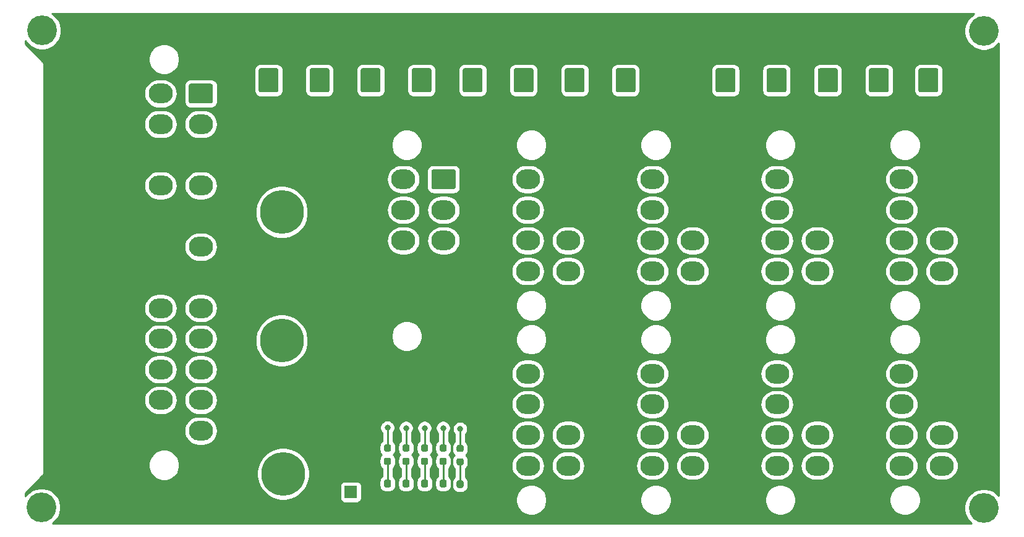
<source format=gbr>
%TF.GenerationSoftware,KiCad,Pcbnew,(5.1.10)-1*%
%TF.CreationDate,2021-10-29T23:59:47-07:00*%
%TF.ProjectId,ATX_PSU_Board,4154585f-5053-4555-9f42-6f6172642e6b,rev?*%
%TF.SameCoordinates,Original*%
%TF.FileFunction,Copper,L1,Top*%
%TF.FilePolarity,Positive*%
%FSLAX46Y46*%
G04 Gerber Fmt 4.6, Leading zero omitted, Abs format (unit mm)*
G04 Created by KiCad (PCBNEW (5.1.10)-1) date 2021-10-29 23:59:47*
%MOMM*%
%LPD*%
G01*
G04 APERTURE LIST*
%TA.AperFunction,ComponentPad*%
%ADD10C,6.000000*%
%TD*%
%TA.AperFunction,ComponentPad*%
%ADD11O,2.700000X3.300000*%
%TD*%
%TA.AperFunction,ComponentPad*%
%ADD12O,3.300000X2.700000*%
%TD*%
%TA.AperFunction,ComponentPad*%
%ADD13O,1.700000X1.700000*%
%TD*%
%TA.AperFunction,ComponentPad*%
%ADD14R,1.700000X1.700000*%
%TD*%
%TA.AperFunction,ComponentPad*%
%ADD15C,4.064000*%
%TD*%
%TA.AperFunction,ViaPad*%
%ADD16C,0.800000*%
%TD*%
%TA.AperFunction,Conductor*%
%ADD17C,0.250000*%
%TD*%
%TA.AperFunction,Conductor*%
%ADD18C,0.254000*%
%TD*%
%TA.AperFunction,Conductor*%
%ADD19C,0.100000*%
%TD*%
G04 APERTURE END LIST*
%TO.P,J30,1*%
%TO.N,GND*%
%TA.AperFunction,ComponentPad*%
G36*
G01*
X69823200Y-88555200D02*
X72823200Y-88555200D01*
G75*
G02*
X74323200Y-90055200I0J-1500000D01*
G01*
X74323200Y-93055200D01*
G75*
G02*
X72823200Y-94555200I-1500000J0D01*
G01*
X69823200Y-94555200D01*
G75*
G02*
X68323200Y-93055200I0J1500000D01*
G01*
X68323200Y-90055200D01*
G75*
G02*
X69823200Y-88555200I1500000J0D01*
G01*
G37*
%TD.AperFunction*%
D10*
%TO.P,J30,2*%
%TO.N,/+12V_SUPPLY*%
X71323200Y-98755200D03*
%TD*%
%TO.P,J29,1*%
%TO.N,GND*%
%TA.AperFunction,ComponentPad*%
G36*
G01*
X70026400Y-106829600D02*
X73026400Y-106829600D01*
G75*
G02*
X74526400Y-108329600I0J-1500000D01*
G01*
X74526400Y-111329600D01*
G75*
G02*
X73026400Y-112829600I-1500000J0D01*
G01*
X70026400Y-112829600D01*
G75*
G02*
X68526400Y-111329600I0J1500000D01*
G01*
X68526400Y-108329600D01*
G75*
G02*
X70026400Y-106829600I1500000J0D01*
G01*
G37*
%TD.AperFunction*%
%TO.P,J29,2*%
%TO.N,/+12V_SUPPLY*%
X71526400Y-117029600D03*
%TD*%
D11*
%TO.P,J20,2*%
%TO.N,GND*%
X159867600Y-57593600D03*
%TO.P,J20,1*%
%TO.N,/+12V_SUPPLY*%
%TA.AperFunction,ComponentPad*%
G36*
G01*
X161217600Y-61693601D02*
X161217600Y-64493599D01*
G75*
G02*
X160967599Y-64743600I-250001J0D01*
G01*
X158767601Y-64743600D01*
G75*
G02*
X158517600Y-64493599I0J250001D01*
G01*
X158517600Y-61693601D01*
G75*
G02*
X158767601Y-61443600I250001J0D01*
G01*
X160967599Y-61443600D01*
G75*
G02*
X161217600Y-61693601I0J-250001D01*
G01*
G37*
%TD.AperFunction*%
%TD*%
D12*
%TO.P,J11,8*%
%TO.N,/+12V_SUPPLY*%
X156196400Y-115901800D03*
%TO.P,J11,7*%
%TO.N,/+5V_SUPPLY*%
X156196400Y-111701800D03*
%TO.P,J11,6*%
X156196400Y-107501800D03*
%TO.P,J11,5*%
%TO.N,/+3.3V_SUPPLY*%
X156196400Y-103301800D03*
%TO.P,J11,4*%
%TO.N,/+12V_SUPPLY*%
X161696400Y-115901800D03*
%TO.P,J11,3*%
X161696400Y-111701800D03*
%TO.P,J11,2*%
%TO.N,GND*%
X161696400Y-107501800D03*
%TO.P,J11,1*%
%TA.AperFunction,ComponentPad*%
G36*
G01*
X160296401Y-101951800D02*
X163096399Y-101951800D01*
G75*
G02*
X163346400Y-102201801I0J-250001D01*
G01*
X163346400Y-104401799D01*
G75*
G02*
X163096399Y-104651800I-250001J0D01*
G01*
X160296401Y-104651800D01*
G75*
G02*
X160046400Y-104401799I0J250001D01*
G01*
X160046400Y-102201801D01*
G75*
G02*
X160296401Y-101951800I250001J0D01*
G01*
G37*
%TD.AperFunction*%
%TD*%
D11*
%TO.P,J24,2*%
%TO.N,GND*%
X132083632Y-57607200D03*
%TO.P,J24,1*%
%TO.N,/+12V_SUPPLY*%
%TA.AperFunction,ComponentPad*%
G36*
G01*
X133433632Y-61707201D02*
X133433632Y-64507199D01*
G75*
G02*
X133183631Y-64757200I-250001J0D01*
G01*
X130983633Y-64757200D01*
G75*
G02*
X130733632Y-64507199I0J250001D01*
G01*
X130733632Y-61707201D01*
G75*
G02*
X130983633Y-61457200I250001J0D01*
G01*
X133183631Y-61457200D01*
G75*
G02*
X133433632Y-61707201I0J-250001D01*
G01*
G37*
%TD.AperFunction*%
%TD*%
%TO.P,J23,2*%
%TO.N,GND*%
X139086774Y-57607200D03*
%TO.P,J23,1*%
%TO.N,/+12V_SUPPLY*%
%TA.AperFunction,ComponentPad*%
G36*
G01*
X140436774Y-61707201D02*
X140436774Y-64507199D01*
G75*
G02*
X140186773Y-64757200I-250001J0D01*
G01*
X137986775Y-64757200D01*
G75*
G02*
X137736774Y-64507199I0J250001D01*
G01*
X137736774Y-61707201D01*
G75*
G02*
X137986775Y-61457200I250001J0D01*
G01*
X140186773Y-61457200D01*
G75*
G02*
X140436774Y-61707201I0J-250001D01*
G01*
G37*
%TD.AperFunction*%
%TD*%
%TO.P,J22,2*%
%TO.N,GND*%
X146089916Y-57607200D03*
%TO.P,J22,1*%
%TO.N,/+12V_SUPPLY*%
%TA.AperFunction,ComponentPad*%
G36*
G01*
X147439916Y-61707201D02*
X147439916Y-64507199D01*
G75*
G02*
X147189915Y-64757200I-250001J0D01*
G01*
X144989917Y-64757200D01*
G75*
G02*
X144739916Y-64507199I0J250001D01*
G01*
X144739916Y-61707201D01*
G75*
G02*
X144989917Y-61457200I250001J0D01*
G01*
X147189915Y-61457200D01*
G75*
G02*
X147439916Y-61707201I0J-250001D01*
G01*
G37*
%TD.AperFunction*%
%TD*%
%TO.P,J21,2*%
%TO.N,GND*%
X153093058Y-57607200D03*
%TO.P,J21,1*%
%TO.N,/+12V_SUPPLY*%
%TA.AperFunction,ComponentPad*%
G36*
G01*
X154443058Y-61707201D02*
X154443058Y-64507199D01*
G75*
G02*
X154193057Y-64757200I-250001J0D01*
G01*
X151993059Y-64757200D01*
G75*
G02*
X151743058Y-64507199I0J250001D01*
G01*
X151743058Y-61707201D01*
G75*
G02*
X151993059Y-61457200I250001J0D01*
G01*
X154193057Y-61457200D01*
G75*
G02*
X154443058Y-61707201I0J-250001D01*
G01*
G37*
%TD.AperFunction*%
%TD*%
%TO.P,J19,2*%
%TO.N,GND*%
X118414800Y-57593600D03*
%TO.P,J19,1*%
%TO.N,/+5V_SUPPLY*%
%TA.AperFunction,ComponentPad*%
G36*
G01*
X119764800Y-61693601D02*
X119764800Y-64493599D01*
G75*
G02*
X119514799Y-64743600I-250001J0D01*
G01*
X117314801Y-64743600D01*
G75*
G02*
X117064800Y-64493599I0J250001D01*
G01*
X117064800Y-61693601D01*
G75*
G02*
X117314801Y-61443600I250001J0D01*
G01*
X119514799Y-61443600D01*
G75*
G02*
X119764800Y-61693601I0J-250001D01*
G01*
G37*
%TD.AperFunction*%
%TD*%
%TO.P,J18,2*%
%TO.N,GND*%
X111429800Y-57593600D03*
%TO.P,J18,1*%
%TO.N,/+5V_SUPPLY*%
%TA.AperFunction,ComponentPad*%
G36*
G01*
X112779800Y-61693601D02*
X112779800Y-64493599D01*
G75*
G02*
X112529799Y-64743600I-250001J0D01*
G01*
X110329801Y-64743600D01*
G75*
G02*
X110079800Y-64493599I0J250001D01*
G01*
X110079800Y-61693601D01*
G75*
G02*
X110329801Y-61443600I250001J0D01*
G01*
X112529799Y-61443600D01*
G75*
G02*
X112779800Y-61693601I0J-250001D01*
G01*
G37*
%TD.AperFunction*%
%TD*%
%TO.P,J17,2*%
%TO.N,GND*%
X104444800Y-57593600D03*
%TO.P,J17,1*%
%TO.N,/+5V_SUPPLY*%
%TA.AperFunction,ComponentPad*%
G36*
G01*
X105794800Y-61693601D02*
X105794800Y-64493599D01*
G75*
G02*
X105544799Y-64743600I-250001J0D01*
G01*
X103344801Y-64743600D01*
G75*
G02*
X103094800Y-64493599I0J250001D01*
G01*
X103094800Y-61693601D01*
G75*
G02*
X103344801Y-61443600I250001J0D01*
G01*
X105544799Y-61443600D01*
G75*
G02*
X105794800Y-61693601I0J-250001D01*
G01*
G37*
%TD.AperFunction*%
%TD*%
%TO.P,J16,2*%
%TO.N,GND*%
X97459800Y-57593600D03*
%TO.P,J16,1*%
%TO.N,/+5V_SUPPLY*%
%TA.AperFunction,ComponentPad*%
G36*
G01*
X98809800Y-61693601D02*
X98809800Y-64493599D01*
G75*
G02*
X98559799Y-64743600I-250001J0D01*
G01*
X96359801Y-64743600D01*
G75*
G02*
X96109800Y-64493599I0J250001D01*
G01*
X96109800Y-61693601D01*
G75*
G02*
X96359801Y-61443600I250001J0D01*
G01*
X98559799Y-61443600D01*
G75*
G02*
X98809800Y-61693601I0J-250001D01*
G01*
G37*
%TD.AperFunction*%
%TD*%
%TO.P,J15,2*%
%TO.N,GND*%
X90474800Y-57593600D03*
%TO.P,J15,1*%
%TO.N,/+5V_SUPPLY*%
%TA.AperFunction,ComponentPad*%
G36*
G01*
X91824800Y-61693601D02*
X91824800Y-64493599D01*
G75*
G02*
X91574799Y-64743600I-250001J0D01*
G01*
X89374801Y-64743600D01*
G75*
G02*
X89124800Y-64493599I0J250001D01*
G01*
X89124800Y-61693601D01*
G75*
G02*
X89374801Y-61443600I250001J0D01*
G01*
X91574799Y-61443600D01*
G75*
G02*
X91824800Y-61693601I0J-250001D01*
G01*
G37*
%TD.AperFunction*%
%TD*%
%TO.P,J14,2*%
%TO.N,GND*%
X83489800Y-57593600D03*
%TO.P,J14,1*%
%TO.N,/+5V_SUPPLY*%
%TA.AperFunction,ComponentPad*%
G36*
G01*
X84839800Y-61693601D02*
X84839800Y-64493599D01*
G75*
G02*
X84589799Y-64743600I-250001J0D01*
G01*
X82389801Y-64743600D01*
G75*
G02*
X82139800Y-64493599I0J250001D01*
G01*
X82139800Y-61693601D01*
G75*
G02*
X82389801Y-61443600I250001J0D01*
G01*
X84589799Y-61443600D01*
G75*
G02*
X84839800Y-61693601I0J-250001D01*
G01*
G37*
%TD.AperFunction*%
%TD*%
%TO.P,J13,2*%
%TO.N,GND*%
X76504800Y-57593600D03*
%TO.P,J13,1*%
%TO.N,/+5V_SUPPLY*%
%TA.AperFunction,ComponentPad*%
G36*
G01*
X77854800Y-61693601D02*
X77854800Y-64493599D01*
G75*
G02*
X77604799Y-64743600I-250001J0D01*
G01*
X75404801Y-64743600D01*
G75*
G02*
X75154800Y-64493599I0J250001D01*
G01*
X75154800Y-61693601D01*
G75*
G02*
X75404801Y-61443600I250001J0D01*
G01*
X77604799Y-61443600D01*
G75*
G02*
X77854800Y-61693601I0J-250001D01*
G01*
G37*
%TD.AperFunction*%
%TD*%
%TO.P,J12,2*%
%TO.N,GND*%
X69519800Y-57593600D03*
%TO.P,J12,1*%
%TO.N,/+5V_SUPPLY*%
%TA.AperFunction,ComponentPad*%
G36*
G01*
X70869800Y-61693601D02*
X70869800Y-64493599D01*
G75*
G02*
X70619799Y-64743600I-250001J0D01*
G01*
X68419801Y-64743600D01*
G75*
G02*
X68169800Y-64493599I0J250001D01*
G01*
X68169800Y-61693601D01*
G75*
G02*
X68419801Y-61443600I250001J0D01*
G01*
X70619799Y-61443600D01*
G75*
G02*
X70869800Y-61693601I0J-250001D01*
G01*
G37*
%TD.AperFunction*%
%TD*%
%TO.P,R5,2*%
%TO.N,/PWR_OK*%
%TA.AperFunction,SMDPad,CuDef*%
G36*
G01*
X95987500Y-114036600D02*
X95512500Y-114036600D01*
G75*
G02*
X95275000Y-113799100I0J237500D01*
G01*
X95275000Y-113299100D01*
G75*
G02*
X95512500Y-113061600I237500J0D01*
G01*
X95987500Y-113061600D01*
G75*
G02*
X96225000Y-113299100I0J-237500D01*
G01*
X96225000Y-113799100D01*
G75*
G02*
X95987500Y-114036600I-237500J0D01*
G01*
G37*
%TD.AperFunction*%
%TO.P,R5,1*%
%TO.N,Net-(D5-Pad2)*%
%TA.AperFunction,SMDPad,CuDef*%
G36*
G01*
X95987500Y-115861600D02*
X95512500Y-115861600D01*
G75*
G02*
X95275000Y-115624100I0J237500D01*
G01*
X95275000Y-115124100D01*
G75*
G02*
X95512500Y-114886600I237500J0D01*
G01*
X95987500Y-114886600D01*
G75*
G02*
X96225000Y-115124100I0J-237500D01*
G01*
X96225000Y-115624100D01*
G75*
G02*
X95987500Y-115861600I-237500J0D01*
G01*
G37*
%TD.AperFunction*%
%TD*%
%TO.P,D5,2*%
%TO.N,Net-(D5-Pad2)*%
%TA.AperFunction,SMDPad,CuDef*%
G36*
G01*
X95977500Y-118961600D02*
X95502500Y-118961600D01*
G75*
G02*
X95265000Y-118724100I0J237500D01*
G01*
X95265000Y-118149100D01*
G75*
G02*
X95502500Y-117911600I237500J0D01*
G01*
X95977500Y-117911600D01*
G75*
G02*
X96215000Y-118149100I0J-237500D01*
G01*
X96215000Y-118724100D01*
G75*
G02*
X95977500Y-118961600I-237500J0D01*
G01*
G37*
%TD.AperFunction*%
%TO.P,D5,1*%
%TO.N,GND*%
%TA.AperFunction,SMDPad,CuDef*%
G36*
G01*
X95977500Y-120711600D02*
X95502500Y-120711600D01*
G75*
G02*
X95265000Y-120474100I0J237500D01*
G01*
X95265000Y-119899100D01*
G75*
G02*
X95502500Y-119661600I237500J0D01*
G01*
X95977500Y-119661600D01*
G75*
G02*
X96215000Y-119899100I0J-237500D01*
G01*
X96215000Y-120474100D01*
G75*
G02*
X95977500Y-120711600I-237500J0D01*
G01*
G37*
%TD.AperFunction*%
%TD*%
%TO.P,J28,1*%
%TO.N,GND*%
%TA.AperFunction,ComponentPad*%
G36*
G01*
X69823200Y-70978400D02*
X72823200Y-70978400D01*
G75*
G02*
X74323200Y-72478400I0J-1500000D01*
G01*
X74323200Y-75478400D01*
G75*
G02*
X72823200Y-76978400I-1500000J0D01*
G01*
X69823200Y-76978400D01*
G75*
G02*
X68323200Y-75478400I0J1500000D01*
G01*
X68323200Y-72478400D01*
G75*
G02*
X69823200Y-70978400I1500000J0D01*
G01*
G37*
%TD.AperFunction*%
D10*
%TO.P,J28,2*%
%TO.N,/+5V_SUPPLY*%
X71323200Y-81178400D03*
%TD*%
%TO.P,R4,2*%
%TO.N,/+12V_SUPPLY*%
%TA.AperFunction,SMDPad,CuDef*%
G36*
G01*
X93663500Y-113972100D02*
X93188500Y-113972100D01*
G75*
G02*
X92951000Y-113734600I0J237500D01*
G01*
X92951000Y-113234600D01*
G75*
G02*
X93188500Y-112997100I237500J0D01*
G01*
X93663500Y-112997100D01*
G75*
G02*
X93901000Y-113234600I0J-237500D01*
G01*
X93901000Y-113734600D01*
G75*
G02*
X93663500Y-113972100I-237500J0D01*
G01*
G37*
%TD.AperFunction*%
%TO.P,R4,1*%
%TO.N,Net-(D4-Pad2)*%
%TA.AperFunction,SMDPad,CuDef*%
G36*
G01*
X93663500Y-115797100D02*
X93188500Y-115797100D01*
G75*
G02*
X92951000Y-115559600I0J237500D01*
G01*
X92951000Y-115059600D01*
G75*
G02*
X93188500Y-114822100I237500J0D01*
G01*
X93663500Y-114822100D01*
G75*
G02*
X93901000Y-115059600I0J-237500D01*
G01*
X93901000Y-115559600D01*
G75*
G02*
X93663500Y-115797100I-237500J0D01*
G01*
G37*
%TD.AperFunction*%
%TD*%
%TO.P,R3,2*%
%TO.N,/+3.3V_SUPPLY*%
%TA.AperFunction,SMDPad,CuDef*%
G36*
G01*
X91123500Y-113972100D02*
X90648500Y-113972100D01*
G75*
G02*
X90411000Y-113734600I0J237500D01*
G01*
X90411000Y-113234600D01*
G75*
G02*
X90648500Y-112997100I237500J0D01*
G01*
X91123500Y-112997100D01*
G75*
G02*
X91361000Y-113234600I0J-237500D01*
G01*
X91361000Y-113734600D01*
G75*
G02*
X91123500Y-113972100I-237500J0D01*
G01*
G37*
%TD.AperFunction*%
%TO.P,R3,1*%
%TO.N,Net-(D3-Pad2)*%
%TA.AperFunction,SMDPad,CuDef*%
G36*
G01*
X91123500Y-115797100D02*
X90648500Y-115797100D01*
G75*
G02*
X90411000Y-115559600I0J237500D01*
G01*
X90411000Y-115059600D01*
G75*
G02*
X90648500Y-114822100I237500J0D01*
G01*
X91123500Y-114822100D01*
G75*
G02*
X91361000Y-115059600I0J-237500D01*
G01*
X91361000Y-115559600D01*
G75*
G02*
X91123500Y-115797100I-237500J0D01*
G01*
G37*
%TD.AperFunction*%
%TD*%
%TO.P,R2,2*%
%TO.N,/+5V_SUPPLY*%
%TA.AperFunction,SMDPad,CuDef*%
G36*
G01*
X88583500Y-113972100D02*
X88108500Y-113972100D01*
G75*
G02*
X87871000Y-113734600I0J237500D01*
G01*
X87871000Y-113234600D01*
G75*
G02*
X88108500Y-112997100I237500J0D01*
G01*
X88583500Y-112997100D01*
G75*
G02*
X88821000Y-113234600I0J-237500D01*
G01*
X88821000Y-113734600D01*
G75*
G02*
X88583500Y-113972100I-237500J0D01*
G01*
G37*
%TD.AperFunction*%
%TO.P,R2,1*%
%TO.N,Net-(D2-Pad2)*%
%TA.AperFunction,SMDPad,CuDef*%
G36*
G01*
X88583500Y-115797100D02*
X88108500Y-115797100D01*
G75*
G02*
X87871000Y-115559600I0J237500D01*
G01*
X87871000Y-115059600D01*
G75*
G02*
X88108500Y-114822100I237500J0D01*
G01*
X88583500Y-114822100D01*
G75*
G02*
X88821000Y-115059600I0J-237500D01*
G01*
X88821000Y-115559600D01*
G75*
G02*
X88583500Y-115797100I-237500J0D01*
G01*
G37*
%TD.AperFunction*%
%TD*%
%TO.P,R1,2*%
%TO.N,/+5VSB_SUPPLY*%
%TA.AperFunction,SMDPad,CuDef*%
G36*
G01*
X86043500Y-113972100D02*
X85568500Y-113972100D01*
G75*
G02*
X85331000Y-113734600I0J237500D01*
G01*
X85331000Y-113234600D01*
G75*
G02*
X85568500Y-112997100I237500J0D01*
G01*
X86043500Y-112997100D01*
G75*
G02*
X86281000Y-113234600I0J-237500D01*
G01*
X86281000Y-113734600D01*
G75*
G02*
X86043500Y-113972100I-237500J0D01*
G01*
G37*
%TD.AperFunction*%
%TO.P,R1,1*%
%TO.N,Net-(D1-Pad2)*%
%TA.AperFunction,SMDPad,CuDef*%
G36*
G01*
X86043500Y-115797100D02*
X85568500Y-115797100D01*
G75*
G02*
X85331000Y-115559600I0J237500D01*
G01*
X85331000Y-115059600D01*
G75*
G02*
X85568500Y-114822100I237500J0D01*
G01*
X86043500Y-114822100D01*
G75*
G02*
X86281000Y-115059600I0J-237500D01*
G01*
X86281000Y-115559600D01*
G75*
G02*
X86043500Y-115797100I-237500J0D01*
G01*
G37*
%TD.AperFunction*%
%TD*%
%TO.P,D4,2*%
%TO.N,Net-(D4-Pad2)*%
%TA.AperFunction,SMDPad,CuDef*%
G36*
G01*
X93663500Y-118882600D02*
X93188500Y-118882600D01*
G75*
G02*
X92951000Y-118645100I0J237500D01*
G01*
X92951000Y-118070100D01*
G75*
G02*
X93188500Y-117832600I237500J0D01*
G01*
X93663500Y-117832600D01*
G75*
G02*
X93901000Y-118070100I0J-237500D01*
G01*
X93901000Y-118645100D01*
G75*
G02*
X93663500Y-118882600I-237500J0D01*
G01*
G37*
%TD.AperFunction*%
%TO.P,D4,1*%
%TO.N,GND*%
%TA.AperFunction,SMDPad,CuDef*%
G36*
G01*
X93663500Y-120632600D02*
X93188500Y-120632600D01*
G75*
G02*
X92951000Y-120395100I0J237500D01*
G01*
X92951000Y-119820100D01*
G75*
G02*
X93188500Y-119582600I237500J0D01*
G01*
X93663500Y-119582600D01*
G75*
G02*
X93901000Y-119820100I0J-237500D01*
G01*
X93901000Y-120395100D01*
G75*
G02*
X93663500Y-120632600I-237500J0D01*
G01*
G37*
%TD.AperFunction*%
%TD*%
%TO.P,D3,2*%
%TO.N,Net-(D3-Pad2)*%
%TA.AperFunction,SMDPad,CuDef*%
G36*
G01*
X91123500Y-118882600D02*
X90648500Y-118882600D01*
G75*
G02*
X90411000Y-118645100I0J237500D01*
G01*
X90411000Y-118070100D01*
G75*
G02*
X90648500Y-117832600I237500J0D01*
G01*
X91123500Y-117832600D01*
G75*
G02*
X91361000Y-118070100I0J-237500D01*
G01*
X91361000Y-118645100D01*
G75*
G02*
X91123500Y-118882600I-237500J0D01*
G01*
G37*
%TD.AperFunction*%
%TO.P,D3,1*%
%TO.N,GND*%
%TA.AperFunction,SMDPad,CuDef*%
G36*
G01*
X91123500Y-120632600D02*
X90648500Y-120632600D01*
G75*
G02*
X90411000Y-120395100I0J237500D01*
G01*
X90411000Y-119820100D01*
G75*
G02*
X90648500Y-119582600I237500J0D01*
G01*
X91123500Y-119582600D01*
G75*
G02*
X91361000Y-119820100I0J-237500D01*
G01*
X91361000Y-120395100D01*
G75*
G02*
X91123500Y-120632600I-237500J0D01*
G01*
G37*
%TD.AperFunction*%
%TD*%
%TO.P,D2,2*%
%TO.N,Net-(D2-Pad2)*%
%TA.AperFunction,SMDPad,CuDef*%
G36*
G01*
X88583500Y-118882600D02*
X88108500Y-118882600D01*
G75*
G02*
X87871000Y-118645100I0J237500D01*
G01*
X87871000Y-118070100D01*
G75*
G02*
X88108500Y-117832600I237500J0D01*
G01*
X88583500Y-117832600D01*
G75*
G02*
X88821000Y-118070100I0J-237500D01*
G01*
X88821000Y-118645100D01*
G75*
G02*
X88583500Y-118882600I-237500J0D01*
G01*
G37*
%TD.AperFunction*%
%TO.P,D2,1*%
%TO.N,GND*%
%TA.AperFunction,SMDPad,CuDef*%
G36*
G01*
X88583500Y-120632600D02*
X88108500Y-120632600D01*
G75*
G02*
X87871000Y-120395100I0J237500D01*
G01*
X87871000Y-119820100D01*
G75*
G02*
X88108500Y-119582600I237500J0D01*
G01*
X88583500Y-119582600D01*
G75*
G02*
X88821000Y-119820100I0J-237500D01*
G01*
X88821000Y-120395100D01*
G75*
G02*
X88583500Y-120632600I-237500J0D01*
G01*
G37*
%TD.AperFunction*%
%TD*%
%TO.P,D1,2*%
%TO.N,Net-(D1-Pad2)*%
%TA.AperFunction,SMDPad,CuDef*%
G36*
G01*
X86043500Y-118882600D02*
X85568500Y-118882600D01*
G75*
G02*
X85331000Y-118645100I0J237500D01*
G01*
X85331000Y-118070100D01*
G75*
G02*
X85568500Y-117832600I237500J0D01*
G01*
X86043500Y-117832600D01*
G75*
G02*
X86281000Y-118070100I0J-237500D01*
G01*
X86281000Y-118645100D01*
G75*
G02*
X86043500Y-118882600I-237500J0D01*
G01*
G37*
%TD.AperFunction*%
%TO.P,D1,1*%
%TO.N,GND*%
%TA.AperFunction,SMDPad,CuDef*%
G36*
G01*
X86043500Y-120632600D02*
X85568500Y-120632600D01*
G75*
G02*
X85331000Y-120395100I0J237500D01*
G01*
X85331000Y-119820100D01*
G75*
G02*
X85568500Y-119582600I237500J0D01*
G01*
X86043500Y-119582600D01*
G75*
G02*
X86281000Y-119820100I0J-237500D01*
G01*
X86281000Y-120395100D01*
G75*
G02*
X86043500Y-120632600I-237500J0D01*
G01*
G37*
%TD.AperFunction*%
%TD*%
D13*
%TO.P,J1,2*%
%TO.N,GND*%
X80772000Y-116967000D03*
D14*
%TO.P,J1,1*%
%TO.N,/PS_ON*%
X80772000Y-119507000D03*
%TD*%
D12*
%TO.P,J5,8*%
%TO.N,/+12V_SUPPLY*%
X122091000Y-89264600D03*
%TO.P,J5,7*%
%TO.N,/+5V_SUPPLY*%
X122091000Y-85064600D03*
%TO.P,J5,6*%
X122091000Y-80864600D03*
%TO.P,J5,5*%
%TO.N,/+3.3V_SUPPLY*%
X122091000Y-76664600D03*
%TO.P,J5,4*%
%TO.N,/+12V_SUPPLY*%
X127591000Y-89264600D03*
%TO.P,J5,3*%
X127591000Y-85064600D03*
%TO.P,J5,2*%
%TO.N,GND*%
X127591000Y-80864600D03*
%TO.P,J5,1*%
%TA.AperFunction,ComponentPad*%
G36*
G01*
X126191001Y-75314600D02*
X128990999Y-75314600D01*
G75*
G02*
X129241000Y-75564601I0J-250001D01*
G01*
X129241000Y-77764599D01*
G75*
G02*
X128990999Y-78014600I-250001J0D01*
G01*
X126191001Y-78014600D01*
G75*
G02*
X125941000Y-77764599I0J250001D01*
G01*
X125941000Y-75564601D01*
G75*
G02*
X126191001Y-75314600I250001J0D01*
G01*
G37*
%TD.AperFunction*%
%TD*%
%TO.P,J7,8*%
%TO.N,/+12V_SUPPLY*%
X156196400Y-89264600D03*
%TO.P,J7,7*%
%TO.N,/+5V_SUPPLY*%
X156196400Y-85064600D03*
%TO.P,J7,6*%
X156196400Y-80864600D03*
%TO.P,J7,5*%
%TO.N,/+3.3V_SUPPLY*%
X156196400Y-76664600D03*
%TO.P,J7,4*%
%TO.N,/+12V_SUPPLY*%
X161696400Y-89264600D03*
%TO.P,J7,3*%
X161696400Y-85064600D03*
%TO.P,J7,2*%
%TO.N,GND*%
X161696400Y-80864600D03*
%TO.P,J7,1*%
%TA.AperFunction,ComponentPad*%
G36*
G01*
X160296401Y-75314600D02*
X163096399Y-75314600D01*
G75*
G02*
X163346400Y-75564601I0J-250001D01*
G01*
X163346400Y-77764599D01*
G75*
G02*
X163096399Y-78014600I-250001J0D01*
G01*
X160296401Y-78014600D01*
G75*
G02*
X160046400Y-77764599I0J250001D01*
G01*
X160046400Y-75564601D01*
G75*
G02*
X160296401Y-75314600I250001J0D01*
G01*
G37*
%TD.AperFunction*%
%TD*%
D15*
%TO.P,H4,1*%
%TO.N,N/C*%
X167436800Y-56337200D03*
%TD*%
%TO.P,H3,1*%
%TO.N,N/C*%
X38404800Y-121615200D03*
%TD*%
%TO.P,H2,1*%
%TO.N,N/C*%
X167436800Y-121716800D03*
%TD*%
%TO.P,H1,1*%
%TO.N,N/C*%
X38506400Y-56286400D03*
%TD*%
D12*
%TO.P,J10,8*%
%TO.N,/+12V_SUPPLY*%
X139143700Y-115901800D03*
%TO.P,J10,7*%
%TO.N,/+5V_SUPPLY*%
X139143700Y-111701800D03*
%TO.P,J10,6*%
X139143700Y-107501800D03*
%TO.P,J10,5*%
%TO.N,/+3.3V_SUPPLY*%
X139143700Y-103301800D03*
%TO.P,J10,4*%
%TO.N,/+12V_SUPPLY*%
X144643700Y-115901800D03*
%TO.P,J10,3*%
X144643700Y-111701800D03*
%TO.P,J10,2*%
%TO.N,GND*%
X144643700Y-107501800D03*
%TO.P,J10,1*%
%TA.AperFunction,ComponentPad*%
G36*
G01*
X143243701Y-101951800D02*
X146043699Y-101951800D01*
G75*
G02*
X146293700Y-102201801I0J-250001D01*
G01*
X146293700Y-104401799D01*
G75*
G02*
X146043699Y-104651800I-250001J0D01*
G01*
X143243701Y-104651800D01*
G75*
G02*
X142993700Y-104401799I0J250001D01*
G01*
X142993700Y-102201801D01*
G75*
G02*
X143243701Y-101951800I250001J0D01*
G01*
G37*
%TD.AperFunction*%
%TD*%
%TO.P,J9,8*%
%TO.N,/+12V_SUPPLY*%
X122091000Y-115901800D03*
%TO.P,J9,7*%
%TO.N,/+5V_SUPPLY*%
X122091000Y-111701800D03*
%TO.P,J9,6*%
X122091000Y-107501800D03*
%TO.P,J9,5*%
%TO.N,/+3.3V_SUPPLY*%
X122091000Y-103301800D03*
%TO.P,J9,4*%
%TO.N,/+12V_SUPPLY*%
X127591000Y-115901800D03*
%TO.P,J9,3*%
X127591000Y-111701800D03*
%TO.P,J9,2*%
%TO.N,GND*%
X127591000Y-107501800D03*
%TO.P,J9,1*%
%TA.AperFunction,ComponentPad*%
G36*
G01*
X126191001Y-101951800D02*
X128990999Y-101951800D01*
G75*
G02*
X129241000Y-102201801I0J-250001D01*
G01*
X129241000Y-104401799D01*
G75*
G02*
X128990999Y-104651800I-250001J0D01*
G01*
X126191001Y-104651800D01*
G75*
G02*
X125941000Y-104401799I0J250001D01*
G01*
X125941000Y-102201801D01*
G75*
G02*
X126191001Y-101951800I250001J0D01*
G01*
G37*
%TD.AperFunction*%
%TD*%
%TO.P,J8,8*%
%TO.N,/+12V_SUPPLY*%
X105038300Y-115901800D03*
%TO.P,J8,7*%
%TO.N,/+5V_SUPPLY*%
X105038300Y-111701800D03*
%TO.P,J8,6*%
X105038300Y-107501800D03*
%TO.P,J8,5*%
%TO.N,/+3.3V_SUPPLY*%
X105038300Y-103301800D03*
%TO.P,J8,4*%
%TO.N,/+12V_SUPPLY*%
X110538300Y-115901800D03*
%TO.P,J8,3*%
X110538300Y-111701800D03*
%TO.P,J8,2*%
%TO.N,GND*%
X110538300Y-107501800D03*
%TO.P,J8,1*%
%TA.AperFunction,ComponentPad*%
G36*
G01*
X109138301Y-101951800D02*
X111938299Y-101951800D01*
G75*
G02*
X112188300Y-102201801I0J-250001D01*
G01*
X112188300Y-104401799D01*
G75*
G02*
X111938299Y-104651800I-250001J0D01*
G01*
X109138301Y-104651800D01*
G75*
G02*
X108888300Y-104401799I0J250001D01*
G01*
X108888300Y-102201801D01*
G75*
G02*
X109138301Y-101951800I250001J0D01*
G01*
G37*
%TD.AperFunction*%
%TD*%
%TO.P,J6,8*%
%TO.N,/+12V_SUPPLY*%
X139143700Y-89264600D03*
%TO.P,J6,7*%
%TO.N,/+5V_SUPPLY*%
X139143700Y-85064600D03*
%TO.P,J6,6*%
X139143700Y-80864600D03*
%TO.P,J6,5*%
%TO.N,/+3.3V_SUPPLY*%
X139143700Y-76664600D03*
%TO.P,J6,4*%
%TO.N,/+12V_SUPPLY*%
X144643700Y-89264600D03*
%TO.P,J6,3*%
X144643700Y-85064600D03*
%TO.P,J6,2*%
%TO.N,GND*%
X144643700Y-80864600D03*
%TO.P,J6,1*%
%TA.AperFunction,ComponentPad*%
G36*
G01*
X143243701Y-75314600D02*
X146043699Y-75314600D01*
G75*
G02*
X146293700Y-75564601I0J-250001D01*
G01*
X146293700Y-77764599D01*
G75*
G02*
X146043699Y-78014600I-250001J0D01*
G01*
X143243701Y-78014600D01*
G75*
G02*
X142993700Y-77764599I0J250001D01*
G01*
X142993700Y-75564601D01*
G75*
G02*
X143243701Y-75314600I250001J0D01*
G01*
G37*
%TD.AperFunction*%
%TD*%
%TO.P,J4,8*%
%TO.N,/+12V_SUPPLY*%
X105038300Y-89264600D03*
%TO.P,J4,7*%
%TO.N,/+5V_SUPPLY*%
X105038300Y-85064600D03*
%TO.P,J4,6*%
X105038300Y-80864600D03*
%TO.P,J4,5*%
%TO.N,/+3.3V_SUPPLY*%
X105038300Y-76664600D03*
%TO.P,J4,4*%
%TO.N,/+12V_SUPPLY*%
X110538300Y-89264600D03*
%TO.P,J4,3*%
X110538300Y-85064600D03*
%TO.P,J4,2*%
%TO.N,GND*%
X110538300Y-80864600D03*
%TO.P,J4,1*%
%TA.AperFunction,ComponentPad*%
G36*
G01*
X109138301Y-75314600D02*
X111938299Y-75314600D01*
G75*
G02*
X112188300Y-75564601I0J-250001D01*
G01*
X112188300Y-77764599D01*
G75*
G02*
X111938299Y-78014600I-250001J0D01*
G01*
X109138301Y-78014600D01*
G75*
G02*
X108888300Y-77764599I0J250001D01*
G01*
X108888300Y-75564601D01*
G75*
G02*
X109138301Y-75314600I250001J0D01*
G01*
G37*
%TD.AperFunction*%
%TD*%
%TO.P,J3,10*%
%TO.N,GND*%
X87985600Y-93464600D03*
%TO.P,J3,9*%
X87985600Y-89264600D03*
%TO.P,J3,8*%
%TO.N,/+12V_SUPPLY*%
X87985600Y-85064600D03*
%TO.P,J3,7*%
%TO.N,/+5V_SUPPLY*%
X87985600Y-80864600D03*
%TO.P,J3,6*%
X87985600Y-76664600D03*
%TO.P,J3,5*%
%TO.N,GND*%
X93485600Y-93464600D03*
%TO.P,J3,4*%
X93485600Y-89264600D03*
%TO.P,J3,3*%
%TO.N,/+5V_SUPPLY*%
X93485600Y-85064600D03*
%TO.P,J3,2*%
X93485600Y-80864600D03*
%TO.P,J3,1*%
%TA.AperFunction,ComponentPad*%
G36*
G01*
X92085601Y-75314600D02*
X94885599Y-75314600D01*
G75*
G02*
X95135600Y-75564601I0J-250001D01*
G01*
X95135600Y-77764599D01*
G75*
G02*
X94885599Y-78014600I-250001J0D01*
G01*
X92085601Y-78014600D01*
G75*
G02*
X91835600Y-77764599I0J250001D01*
G01*
X91835600Y-75564601D01*
G75*
G02*
X92085601Y-75314600I250001J0D01*
G01*
G37*
%TD.AperFunction*%
%TD*%
%TO.P,J2,24*%
%TO.N,GND*%
X54748800Y-111122400D03*
%TO.P,J2,23*%
%TO.N,/+5V_SUPPLY*%
X54748800Y-106922400D03*
%TO.P,J2,22*%
X54748800Y-102722400D03*
%TO.P,J2,21*%
X54748800Y-98522400D03*
%TO.P,J2,20*%
%TO.N,Net-(J2-Pad20)*%
X54748800Y-94322400D03*
%TO.P,J2,19*%
%TO.N,GND*%
X54748800Y-90122400D03*
%TO.P,J2,18*%
X54748800Y-85922400D03*
%TO.P,J2,17*%
X54748800Y-81722400D03*
%TO.P,J2,16*%
%TO.N,/PS_ON*%
X54748800Y-77522400D03*
%TO.P,J2,15*%
%TO.N,GND*%
X54748800Y-73322400D03*
%TO.P,J2,14*%
%TO.N,Net-(J2-Pad14)*%
X54748800Y-69122400D03*
%TO.P,J2,13*%
%TO.N,/+3.3V_SUPPLY*%
X54748800Y-64922400D03*
%TO.P,J2,12*%
X60248800Y-111122400D03*
%TO.P,J2,11*%
%TO.N,/+12V_SUPPLY*%
X60248800Y-106922400D03*
%TO.P,J2,10*%
X60248800Y-102722400D03*
%TO.P,J2,9*%
%TO.N,/+5VSB_SUPPLY*%
X60248800Y-98522400D03*
%TO.P,J2,8*%
%TO.N,/PWR_OK*%
X60248800Y-94322400D03*
%TO.P,J2,7*%
%TO.N,GND*%
X60248800Y-90122400D03*
%TO.P,J2,6*%
%TO.N,/+5V_SUPPLY*%
X60248800Y-85922400D03*
%TO.P,J2,5*%
%TO.N,GND*%
X60248800Y-81722400D03*
%TO.P,J2,4*%
%TO.N,/+5V_SUPPLY*%
X60248800Y-77522400D03*
%TO.P,J2,3*%
%TO.N,GND*%
X60248800Y-73322400D03*
%TO.P,J2,2*%
%TO.N,/+3.3V_SUPPLY*%
X60248800Y-69122400D03*
%TO.P,J2,1*%
%TA.AperFunction,ComponentPad*%
G36*
G01*
X58848801Y-63572400D02*
X61648799Y-63572400D01*
G75*
G02*
X61898800Y-63822401I0J-250001D01*
G01*
X61898800Y-66022399D01*
G75*
G02*
X61648799Y-66272400I-250001J0D01*
G01*
X58848801Y-66272400D01*
G75*
G02*
X58598800Y-66022399I0J250001D01*
G01*
X58598800Y-63822401D01*
G75*
G02*
X58848801Y-63572400I250001J0D01*
G01*
G37*
%TD.AperFunction*%
%TD*%
D16*
%TO.N,/+5V_SUPPLY*%
X88346000Y-110737600D03*
%TO.N,/+3.3V_SUPPLY*%
X90886000Y-110737600D03*
%TO.N,/+12V_SUPPLY*%
X93426000Y-110737600D03*
%TO.N,/+5VSB_SUPPLY*%
X85806000Y-110698000D03*
%TO.N,/PWR_OK*%
X95750000Y-110863000D03*
%TD*%
D17*
%TO.N,/+5V_SUPPLY*%
X88346000Y-113277600D02*
X88346000Y-110737600D01*
X88346000Y-110737600D02*
X88346000Y-110737600D01*
%TO.N,/+3.3V_SUPPLY*%
X90886000Y-113277600D02*
X90886000Y-110737600D01*
X90886000Y-110737600D02*
X90886000Y-110737600D01*
%TO.N,/+12V_SUPPLY*%
X93426000Y-113277600D02*
X93426000Y-110737600D01*
X93426000Y-110737600D02*
X93426000Y-110737600D01*
%TO.N,/+5VSB_SUPPLY*%
X85806000Y-113484600D02*
X85806000Y-110698000D01*
%TO.N,/PWR_OK*%
X95750000Y-113549100D02*
X95750000Y-110863000D01*
X95750000Y-110863000D02*
X95750000Y-110863000D01*
%TO.N,Net-(D1-Pad2)*%
X85806000Y-115309600D02*
X85806000Y-118357600D01*
%TO.N,Net-(D2-Pad2)*%
X88346000Y-118357600D02*
X88346000Y-115309600D01*
%TO.N,Net-(D3-Pad2)*%
X90886000Y-115309600D02*
X90886000Y-118357600D01*
%TO.N,Net-(D4-Pad2)*%
X93426000Y-115309600D02*
X93426000Y-118357600D01*
%TO.N,Net-(D5-Pad2)*%
X95750000Y-118426600D02*
X95740000Y-118436600D01*
X95750000Y-115374100D02*
X95750000Y-118426600D01*
%TD*%
D18*
%TO.N,GND*%
X165736687Y-54265606D02*
X165365206Y-54637087D01*
X165073336Y-55073902D01*
X164872292Y-55559265D01*
X164769800Y-56074523D01*
X164769800Y-56599877D01*
X164872292Y-57115135D01*
X165073336Y-57600498D01*
X165365206Y-58037313D01*
X165736687Y-58408794D01*
X166173502Y-58700664D01*
X166658865Y-58901708D01*
X167174123Y-59004200D01*
X167699477Y-59004200D01*
X168214735Y-58901708D01*
X168700098Y-58700664D01*
X169136913Y-58408794D01*
X169508394Y-58037313D01*
X169520001Y-58019942D01*
X169520000Y-120034057D01*
X169508394Y-120016687D01*
X169136913Y-119645206D01*
X168700098Y-119353336D01*
X168214735Y-119152292D01*
X167699477Y-119049800D01*
X167174123Y-119049800D01*
X166658865Y-119152292D01*
X166173502Y-119353336D01*
X165736687Y-119645206D01*
X165365206Y-120016687D01*
X165073336Y-120453502D01*
X164872292Y-120938865D01*
X164769800Y-121454123D01*
X164769800Y-121979477D01*
X164872292Y-122494735D01*
X165073336Y-122980098D01*
X165365206Y-123416913D01*
X165736687Y-123788394D01*
X165754057Y-123800000D01*
X39935488Y-123800000D01*
X40104913Y-123686794D01*
X40476394Y-123315313D01*
X40768264Y-122878498D01*
X40969308Y-122393135D01*
X41071800Y-121877877D01*
X41071800Y-121352523D01*
X40969308Y-120837265D01*
X40768264Y-120351902D01*
X40476394Y-119915087D01*
X40104913Y-119543606D01*
X39668098Y-119251736D01*
X39182735Y-119050692D01*
X38667477Y-118948200D01*
X38142123Y-118948200D01*
X37626865Y-119050692D01*
X37141502Y-119251736D01*
X36704687Y-119543606D01*
X36333206Y-119915087D01*
X36220000Y-120084512D01*
X36220000Y-119653380D01*
X38543769Y-117329612D01*
X38568948Y-117308948D01*
X38651425Y-117208450D01*
X38712710Y-117093793D01*
X38750450Y-116969383D01*
X38760000Y-116872419D01*
X38760000Y-116872410D01*
X38763192Y-116840001D01*
X38760000Y-116807592D01*
X38760000Y-115612121D01*
X53073800Y-115612121D01*
X53073800Y-116032679D01*
X53155847Y-116445156D01*
X53316788Y-116833702D01*
X53550437Y-117183383D01*
X53847817Y-117480763D01*
X54197498Y-117714412D01*
X54586044Y-117875353D01*
X54998521Y-117957400D01*
X55419079Y-117957400D01*
X55831556Y-117875353D01*
X56220102Y-117714412D01*
X56569783Y-117480763D01*
X56867163Y-117183383D01*
X57100812Y-116833702D01*
X57167963Y-116671584D01*
X67891400Y-116671584D01*
X67891400Y-117387616D01*
X68031091Y-118089890D01*
X68305105Y-118751418D01*
X68702911Y-119346777D01*
X69209223Y-119853089D01*
X69804582Y-120250895D01*
X70466110Y-120524909D01*
X71168384Y-120664600D01*
X71884416Y-120664600D01*
X72586690Y-120524909D01*
X73248218Y-120250895D01*
X73843577Y-119853089D01*
X74349889Y-119346777D01*
X74747695Y-118751418D01*
X74786804Y-118657000D01*
X79283928Y-118657000D01*
X79283928Y-120357000D01*
X79296188Y-120481482D01*
X79332498Y-120601180D01*
X79391463Y-120711494D01*
X79470815Y-120808185D01*
X79567506Y-120887537D01*
X79677820Y-120946502D01*
X79797518Y-120982812D01*
X79922000Y-120995072D01*
X81622000Y-120995072D01*
X81746482Y-120982812D01*
X81866180Y-120946502D01*
X81976494Y-120887537D01*
X82073185Y-120808185D01*
X82152537Y-120711494D01*
X82211502Y-120601180D01*
X82247812Y-120481482D01*
X82256672Y-120391521D01*
X103363300Y-120391521D01*
X103363300Y-120812079D01*
X103445347Y-121224556D01*
X103606288Y-121613102D01*
X103839937Y-121962783D01*
X104137317Y-122260163D01*
X104486998Y-122493812D01*
X104875544Y-122654753D01*
X105288021Y-122736800D01*
X105708579Y-122736800D01*
X106121056Y-122654753D01*
X106509602Y-122493812D01*
X106859283Y-122260163D01*
X107156663Y-121962783D01*
X107390312Y-121613102D01*
X107551253Y-121224556D01*
X107633300Y-120812079D01*
X107633300Y-120391521D01*
X120416000Y-120391521D01*
X120416000Y-120812079D01*
X120498047Y-121224556D01*
X120658988Y-121613102D01*
X120892637Y-121962783D01*
X121190017Y-122260163D01*
X121539698Y-122493812D01*
X121928244Y-122654753D01*
X122340721Y-122736800D01*
X122761279Y-122736800D01*
X123173756Y-122654753D01*
X123562302Y-122493812D01*
X123911983Y-122260163D01*
X124209363Y-121962783D01*
X124443012Y-121613102D01*
X124603953Y-121224556D01*
X124686000Y-120812079D01*
X124686000Y-120391521D01*
X137468700Y-120391521D01*
X137468700Y-120812079D01*
X137550747Y-121224556D01*
X137711688Y-121613102D01*
X137945337Y-121962783D01*
X138242717Y-122260163D01*
X138592398Y-122493812D01*
X138980944Y-122654753D01*
X139393421Y-122736800D01*
X139813979Y-122736800D01*
X140226456Y-122654753D01*
X140615002Y-122493812D01*
X140964683Y-122260163D01*
X141262063Y-121962783D01*
X141495712Y-121613102D01*
X141656653Y-121224556D01*
X141738700Y-120812079D01*
X141738700Y-120391521D01*
X154521400Y-120391521D01*
X154521400Y-120812079D01*
X154603447Y-121224556D01*
X154764388Y-121613102D01*
X154998037Y-121962783D01*
X155295417Y-122260163D01*
X155645098Y-122493812D01*
X156033644Y-122654753D01*
X156446121Y-122736800D01*
X156866679Y-122736800D01*
X157279156Y-122654753D01*
X157667702Y-122493812D01*
X158017383Y-122260163D01*
X158314763Y-121962783D01*
X158548412Y-121613102D01*
X158709353Y-121224556D01*
X158791400Y-120812079D01*
X158791400Y-120391521D01*
X158709353Y-119979044D01*
X158548412Y-119590498D01*
X158314763Y-119240817D01*
X158017383Y-118943437D01*
X157667702Y-118709788D01*
X157279156Y-118548847D01*
X156866679Y-118466800D01*
X156446121Y-118466800D01*
X156033644Y-118548847D01*
X155645098Y-118709788D01*
X155295417Y-118943437D01*
X154998037Y-119240817D01*
X154764388Y-119590498D01*
X154603447Y-119979044D01*
X154521400Y-120391521D01*
X141738700Y-120391521D01*
X141656653Y-119979044D01*
X141495712Y-119590498D01*
X141262063Y-119240817D01*
X140964683Y-118943437D01*
X140615002Y-118709788D01*
X140226456Y-118548847D01*
X139813979Y-118466800D01*
X139393421Y-118466800D01*
X138980944Y-118548847D01*
X138592398Y-118709788D01*
X138242717Y-118943437D01*
X137945337Y-119240817D01*
X137711688Y-119590498D01*
X137550747Y-119979044D01*
X137468700Y-120391521D01*
X124686000Y-120391521D01*
X124603953Y-119979044D01*
X124443012Y-119590498D01*
X124209363Y-119240817D01*
X123911983Y-118943437D01*
X123562302Y-118709788D01*
X123173756Y-118548847D01*
X122761279Y-118466800D01*
X122340721Y-118466800D01*
X121928244Y-118548847D01*
X121539698Y-118709788D01*
X121190017Y-118943437D01*
X120892637Y-119240817D01*
X120658988Y-119590498D01*
X120498047Y-119979044D01*
X120416000Y-120391521D01*
X107633300Y-120391521D01*
X107551253Y-119979044D01*
X107390312Y-119590498D01*
X107156663Y-119240817D01*
X106859283Y-118943437D01*
X106509602Y-118709788D01*
X106121056Y-118548847D01*
X105708579Y-118466800D01*
X105288021Y-118466800D01*
X104875544Y-118548847D01*
X104486998Y-118709788D01*
X104137317Y-118943437D01*
X103839937Y-119240817D01*
X103606288Y-119590498D01*
X103445347Y-119979044D01*
X103363300Y-120391521D01*
X82256672Y-120391521D01*
X82260072Y-120357000D01*
X82260072Y-118657000D01*
X82247812Y-118532518D01*
X82211502Y-118412820D01*
X82152537Y-118302506D01*
X82073185Y-118205815D01*
X81976494Y-118126463D01*
X81866180Y-118067498D01*
X81746482Y-118031188D01*
X81622000Y-118018928D01*
X79922000Y-118018928D01*
X79797518Y-118031188D01*
X79677820Y-118067498D01*
X79567506Y-118126463D01*
X79470815Y-118205815D01*
X79391463Y-118302506D01*
X79332498Y-118412820D01*
X79296188Y-118532518D01*
X79283928Y-118657000D01*
X74786804Y-118657000D01*
X75021709Y-118089890D01*
X75161400Y-117387616D01*
X75161400Y-116671584D01*
X75021709Y-115969310D01*
X74747695Y-115307782D01*
X74349889Y-114712423D01*
X73843577Y-114206111D01*
X73248218Y-113808305D01*
X72586690Y-113534291D01*
X71884416Y-113394600D01*
X71168384Y-113394600D01*
X70466110Y-113534291D01*
X69804582Y-113808305D01*
X69209223Y-114206111D01*
X68702911Y-114712423D01*
X68305105Y-115307782D01*
X68031091Y-115969310D01*
X67891400Y-116671584D01*
X57167963Y-116671584D01*
X57261753Y-116445156D01*
X57343800Y-116032679D01*
X57343800Y-115612121D01*
X57261753Y-115199644D01*
X57100812Y-114811098D01*
X56867163Y-114461417D01*
X56569783Y-114164037D01*
X56220102Y-113930388D01*
X55831556Y-113769447D01*
X55419079Y-113687400D01*
X54998521Y-113687400D01*
X54586044Y-113769447D01*
X54197498Y-113930388D01*
X53847817Y-114164037D01*
X53550437Y-114461417D01*
X53316788Y-114811098D01*
X53155847Y-115199644D01*
X53073800Y-115612121D01*
X38760000Y-115612121D01*
X38760000Y-113234600D01*
X84692928Y-113234600D01*
X84692928Y-113734600D01*
X84709752Y-113905416D01*
X84759577Y-114069667D01*
X84840488Y-114221042D01*
X84949377Y-114353723D01*
X85002232Y-114397100D01*
X84949377Y-114440477D01*
X84840488Y-114573158D01*
X84759577Y-114724533D01*
X84709752Y-114888784D01*
X84692928Y-115059600D01*
X84692928Y-115559600D01*
X84709752Y-115730416D01*
X84759577Y-115894667D01*
X84840488Y-116046042D01*
X84949377Y-116178723D01*
X85046000Y-116258020D01*
X85046001Y-117371680D01*
X84949377Y-117450977D01*
X84840488Y-117583658D01*
X84759577Y-117735033D01*
X84709752Y-117899284D01*
X84692928Y-118070100D01*
X84692928Y-118645100D01*
X84709752Y-118815916D01*
X84759577Y-118980167D01*
X84840488Y-119131542D01*
X84949377Y-119264223D01*
X85082058Y-119373112D01*
X85233433Y-119454023D01*
X85397684Y-119503848D01*
X85568500Y-119520672D01*
X86043500Y-119520672D01*
X86214316Y-119503848D01*
X86378567Y-119454023D01*
X86529942Y-119373112D01*
X86662623Y-119264223D01*
X86771512Y-119131542D01*
X86852423Y-118980167D01*
X86902248Y-118815916D01*
X86919072Y-118645100D01*
X86919072Y-118070100D01*
X86902248Y-117899284D01*
X86852423Y-117735033D01*
X86771512Y-117583658D01*
X86662623Y-117450977D01*
X86566000Y-117371680D01*
X86566000Y-116258020D01*
X86662623Y-116178723D01*
X86771512Y-116046042D01*
X86852423Y-115894667D01*
X86902248Y-115730416D01*
X86919072Y-115559600D01*
X86919072Y-115059600D01*
X86902248Y-114888784D01*
X86852423Y-114724533D01*
X86771512Y-114573158D01*
X86662623Y-114440477D01*
X86609768Y-114397100D01*
X86662623Y-114353723D01*
X86771512Y-114221042D01*
X86852423Y-114069667D01*
X86902248Y-113905416D01*
X86919072Y-113734600D01*
X86919072Y-113234600D01*
X87232928Y-113234600D01*
X87232928Y-113734600D01*
X87249752Y-113905416D01*
X87299577Y-114069667D01*
X87380488Y-114221042D01*
X87489377Y-114353723D01*
X87542232Y-114397100D01*
X87489377Y-114440477D01*
X87380488Y-114573158D01*
X87299577Y-114724533D01*
X87249752Y-114888784D01*
X87232928Y-115059600D01*
X87232928Y-115559600D01*
X87249752Y-115730416D01*
X87299577Y-115894667D01*
X87380488Y-116046042D01*
X87489377Y-116178723D01*
X87586001Y-116258020D01*
X87586000Y-117371680D01*
X87489377Y-117450977D01*
X87380488Y-117583658D01*
X87299577Y-117735033D01*
X87249752Y-117899284D01*
X87232928Y-118070100D01*
X87232928Y-118645100D01*
X87249752Y-118815916D01*
X87299577Y-118980167D01*
X87380488Y-119131542D01*
X87489377Y-119264223D01*
X87622058Y-119373112D01*
X87773433Y-119454023D01*
X87937684Y-119503848D01*
X88108500Y-119520672D01*
X88583500Y-119520672D01*
X88754316Y-119503848D01*
X88918567Y-119454023D01*
X89069942Y-119373112D01*
X89202623Y-119264223D01*
X89311512Y-119131542D01*
X89392423Y-118980167D01*
X89442248Y-118815916D01*
X89459072Y-118645100D01*
X89459072Y-118070100D01*
X89442248Y-117899284D01*
X89392423Y-117735033D01*
X89311512Y-117583658D01*
X89202623Y-117450977D01*
X89106000Y-117371680D01*
X89106000Y-116258020D01*
X89202623Y-116178723D01*
X89311512Y-116046042D01*
X89392423Y-115894667D01*
X89442248Y-115730416D01*
X89459072Y-115559600D01*
X89459072Y-115059600D01*
X89442248Y-114888784D01*
X89392423Y-114724533D01*
X89311512Y-114573158D01*
X89202623Y-114440477D01*
X89149768Y-114397100D01*
X89202623Y-114353723D01*
X89311512Y-114221042D01*
X89392423Y-114069667D01*
X89442248Y-113905416D01*
X89459072Y-113734600D01*
X89459072Y-113234600D01*
X89772928Y-113234600D01*
X89772928Y-113734600D01*
X89789752Y-113905416D01*
X89839577Y-114069667D01*
X89920488Y-114221042D01*
X90029377Y-114353723D01*
X90082232Y-114397100D01*
X90029377Y-114440477D01*
X89920488Y-114573158D01*
X89839577Y-114724533D01*
X89789752Y-114888784D01*
X89772928Y-115059600D01*
X89772928Y-115559600D01*
X89789752Y-115730416D01*
X89839577Y-115894667D01*
X89920488Y-116046042D01*
X90029377Y-116178723D01*
X90126000Y-116258020D01*
X90126001Y-117371680D01*
X90029377Y-117450977D01*
X89920488Y-117583658D01*
X89839577Y-117735033D01*
X89789752Y-117899284D01*
X89772928Y-118070100D01*
X89772928Y-118645100D01*
X89789752Y-118815916D01*
X89839577Y-118980167D01*
X89920488Y-119131542D01*
X90029377Y-119264223D01*
X90162058Y-119373112D01*
X90313433Y-119454023D01*
X90477684Y-119503848D01*
X90648500Y-119520672D01*
X91123500Y-119520672D01*
X91294316Y-119503848D01*
X91458567Y-119454023D01*
X91609942Y-119373112D01*
X91742623Y-119264223D01*
X91851512Y-119131542D01*
X91932423Y-118980167D01*
X91982248Y-118815916D01*
X91999072Y-118645100D01*
X91999072Y-118070100D01*
X91982248Y-117899284D01*
X91932423Y-117735033D01*
X91851512Y-117583658D01*
X91742623Y-117450977D01*
X91646000Y-117371680D01*
X91646000Y-116258020D01*
X91742623Y-116178723D01*
X91851512Y-116046042D01*
X91932423Y-115894667D01*
X91982248Y-115730416D01*
X91999072Y-115559600D01*
X91999072Y-115059600D01*
X91982248Y-114888784D01*
X91932423Y-114724533D01*
X91851512Y-114573158D01*
X91742623Y-114440477D01*
X91689768Y-114397100D01*
X91742623Y-114353723D01*
X91851512Y-114221042D01*
X91932423Y-114069667D01*
X91982248Y-113905416D01*
X91999072Y-113734600D01*
X91999072Y-113234600D01*
X92312928Y-113234600D01*
X92312928Y-113734600D01*
X92329752Y-113905416D01*
X92379577Y-114069667D01*
X92460488Y-114221042D01*
X92569377Y-114353723D01*
X92622232Y-114397100D01*
X92569377Y-114440477D01*
X92460488Y-114573158D01*
X92379577Y-114724533D01*
X92329752Y-114888784D01*
X92312928Y-115059600D01*
X92312928Y-115559600D01*
X92329752Y-115730416D01*
X92379577Y-115894667D01*
X92460488Y-116046042D01*
X92569377Y-116178723D01*
X92666000Y-116258020D01*
X92666001Y-117371680D01*
X92569377Y-117450977D01*
X92460488Y-117583658D01*
X92379577Y-117735033D01*
X92329752Y-117899284D01*
X92312928Y-118070100D01*
X92312928Y-118645100D01*
X92329752Y-118815916D01*
X92379577Y-118980167D01*
X92460488Y-119131542D01*
X92569377Y-119264223D01*
X92702058Y-119373112D01*
X92853433Y-119454023D01*
X93017684Y-119503848D01*
X93188500Y-119520672D01*
X93663500Y-119520672D01*
X93834316Y-119503848D01*
X93998567Y-119454023D01*
X94149942Y-119373112D01*
X94282623Y-119264223D01*
X94391512Y-119131542D01*
X94472423Y-118980167D01*
X94522248Y-118815916D01*
X94539072Y-118645100D01*
X94539072Y-118149100D01*
X94626928Y-118149100D01*
X94626928Y-118724100D01*
X94643752Y-118894916D01*
X94693577Y-119059167D01*
X94774488Y-119210542D01*
X94883377Y-119343223D01*
X95016058Y-119452112D01*
X95167433Y-119533023D01*
X95331684Y-119582848D01*
X95502500Y-119599672D01*
X95977500Y-119599672D01*
X96148316Y-119582848D01*
X96312567Y-119533023D01*
X96463942Y-119452112D01*
X96596623Y-119343223D01*
X96705512Y-119210542D01*
X96786423Y-119059167D01*
X96836248Y-118894916D01*
X96853072Y-118724100D01*
X96853072Y-118149100D01*
X96836248Y-117978284D01*
X96786423Y-117814033D01*
X96705512Y-117662658D01*
X96596623Y-117529977D01*
X96510000Y-117458887D01*
X96510000Y-116322520D01*
X96606623Y-116243223D01*
X96715512Y-116110542D01*
X96796423Y-115959167D01*
X96813825Y-115901800D01*
X102743696Y-115901800D01*
X102782022Y-116290928D01*
X102895526Y-116665102D01*
X103079847Y-117009943D01*
X103327902Y-117312198D01*
X103630157Y-117560253D01*
X103974998Y-117744574D01*
X104349172Y-117858078D01*
X104640790Y-117886800D01*
X105435810Y-117886800D01*
X105727428Y-117858078D01*
X106101602Y-117744574D01*
X106446443Y-117560253D01*
X106748698Y-117312198D01*
X106996753Y-117009943D01*
X107181074Y-116665102D01*
X107294578Y-116290928D01*
X107332904Y-115901800D01*
X108243696Y-115901800D01*
X108282022Y-116290928D01*
X108395526Y-116665102D01*
X108579847Y-117009943D01*
X108827902Y-117312198D01*
X109130157Y-117560253D01*
X109474998Y-117744574D01*
X109849172Y-117858078D01*
X110140790Y-117886800D01*
X110935810Y-117886800D01*
X111227428Y-117858078D01*
X111601602Y-117744574D01*
X111946443Y-117560253D01*
X112248698Y-117312198D01*
X112496753Y-117009943D01*
X112681074Y-116665102D01*
X112794578Y-116290928D01*
X112832904Y-115901800D01*
X119796396Y-115901800D01*
X119834722Y-116290928D01*
X119948226Y-116665102D01*
X120132547Y-117009943D01*
X120380602Y-117312198D01*
X120682857Y-117560253D01*
X121027698Y-117744574D01*
X121401872Y-117858078D01*
X121693490Y-117886800D01*
X122488510Y-117886800D01*
X122780128Y-117858078D01*
X123154302Y-117744574D01*
X123499143Y-117560253D01*
X123801398Y-117312198D01*
X124049453Y-117009943D01*
X124233774Y-116665102D01*
X124347278Y-116290928D01*
X124385604Y-115901800D01*
X125296396Y-115901800D01*
X125334722Y-116290928D01*
X125448226Y-116665102D01*
X125632547Y-117009943D01*
X125880602Y-117312198D01*
X126182857Y-117560253D01*
X126527698Y-117744574D01*
X126901872Y-117858078D01*
X127193490Y-117886800D01*
X127988510Y-117886800D01*
X128280128Y-117858078D01*
X128654302Y-117744574D01*
X128999143Y-117560253D01*
X129301398Y-117312198D01*
X129549453Y-117009943D01*
X129733774Y-116665102D01*
X129847278Y-116290928D01*
X129885604Y-115901800D01*
X136849096Y-115901800D01*
X136887422Y-116290928D01*
X137000926Y-116665102D01*
X137185247Y-117009943D01*
X137433302Y-117312198D01*
X137735557Y-117560253D01*
X138080398Y-117744574D01*
X138454572Y-117858078D01*
X138746190Y-117886800D01*
X139541210Y-117886800D01*
X139832828Y-117858078D01*
X140207002Y-117744574D01*
X140551843Y-117560253D01*
X140854098Y-117312198D01*
X141102153Y-117009943D01*
X141286474Y-116665102D01*
X141399978Y-116290928D01*
X141438304Y-115901800D01*
X142349096Y-115901800D01*
X142387422Y-116290928D01*
X142500926Y-116665102D01*
X142685247Y-117009943D01*
X142933302Y-117312198D01*
X143235557Y-117560253D01*
X143580398Y-117744574D01*
X143954572Y-117858078D01*
X144246190Y-117886800D01*
X145041210Y-117886800D01*
X145332828Y-117858078D01*
X145707002Y-117744574D01*
X146051843Y-117560253D01*
X146354098Y-117312198D01*
X146602153Y-117009943D01*
X146786474Y-116665102D01*
X146899978Y-116290928D01*
X146938304Y-115901800D01*
X153901796Y-115901800D01*
X153940122Y-116290928D01*
X154053626Y-116665102D01*
X154237947Y-117009943D01*
X154486002Y-117312198D01*
X154788257Y-117560253D01*
X155133098Y-117744574D01*
X155507272Y-117858078D01*
X155798890Y-117886800D01*
X156593910Y-117886800D01*
X156885528Y-117858078D01*
X157259702Y-117744574D01*
X157604543Y-117560253D01*
X157906798Y-117312198D01*
X158154853Y-117009943D01*
X158339174Y-116665102D01*
X158452678Y-116290928D01*
X158491004Y-115901800D01*
X159401796Y-115901800D01*
X159440122Y-116290928D01*
X159553626Y-116665102D01*
X159737947Y-117009943D01*
X159986002Y-117312198D01*
X160288257Y-117560253D01*
X160633098Y-117744574D01*
X161007272Y-117858078D01*
X161298890Y-117886800D01*
X162093910Y-117886800D01*
X162385528Y-117858078D01*
X162759702Y-117744574D01*
X163104543Y-117560253D01*
X163406798Y-117312198D01*
X163654853Y-117009943D01*
X163839174Y-116665102D01*
X163952678Y-116290928D01*
X163991004Y-115901800D01*
X163952678Y-115512672D01*
X163839174Y-115138498D01*
X163654853Y-114793657D01*
X163406798Y-114491402D01*
X163104543Y-114243347D01*
X162759702Y-114059026D01*
X162385528Y-113945522D01*
X162093910Y-113916800D01*
X161298890Y-113916800D01*
X161007272Y-113945522D01*
X160633098Y-114059026D01*
X160288257Y-114243347D01*
X159986002Y-114491402D01*
X159737947Y-114793657D01*
X159553626Y-115138498D01*
X159440122Y-115512672D01*
X159401796Y-115901800D01*
X158491004Y-115901800D01*
X158452678Y-115512672D01*
X158339174Y-115138498D01*
X158154853Y-114793657D01*
X157906798Y-114491402D01*
X157604543Y-114243347D01*
X157259702Y-114059026D01*
X156885528Y-113945522D01*
X156593910Y-113916800D01*
X155798890Y-113916800D01*
X155507272Y-113945522D01*
X155133098Y-114059026D01*
X154788257Y-114243347D01*
X154486002Y-114491402D01*
X154237947Y-114793657D01*
X154053626Y-115138498D01*
X153940122Y-115512672D01*
X153901796Y-115901800D01*
X146938304Y-115901800D01*
X146899978Y-115512672D01*
X146786474Y-115138498D01*
X146602153Y-114793657D01*
X146354098Y-114491402D01*
X146051843Y-114243347D01*
X145707002Y-114059026D01*
X145332828Y-113945522D01*
X145041210Y-113916800D01*
X144246190Y-113916800D01*
X143954572Y-113945522D01*
X143580398Y-114059026D01*
X143235557Y-114243347D01*
X142933302Y-114491402D01*
X142685247Y-114793657D01*
X142500926Y-115138498D01*
X142387422Y-115512672D01*
X142349096Y-115901800D01*
X141438304Y-115901800D01*
X141399978Y-115512672D01*
X141286474Y-115138498D01*
X141102153Y-114793657D01*
X140854098Y-114491402D01*
X140551843Y-114243347D01*
X140207002Y-114059026D01*
X139832828Y-113945522D01*
X139541210Y-113916800D01*
X138746190Y-113916800D01*
X138454572Y-113945522D01*
X138080398Y-114059026D01*
X137735557Y-114243347D01*
X137433302Y-114491402D01*
X137185247Y-114793657D01*
X137000926Y-115138498D01*
X136887422Y-115512672D01*
X136849096Y-115901800D01*
X129885604Y-115901800D01*
X129847278Y-115512672D01*
X129733774Y-115138498D01*
X129549453Y-114793657D01*
X129301398Y-114491402D01*
X128999143Y-114243347D01*
X128654302Y-114059026D01*
X128280128Y-113945522D01*
X127988510Y-113916800D01*
X127193490Y-113916800D01*
X126901872Y-113945522D01*
X126527698Y-114059026D01*
X126182857Y-114243347D01*
X125880602Y-114491402D01*
X125632547Y-114793657D01*
X125448226Y-115138498D01*
X125334722Y-115512672D01*
X125296396Y-115901800D01*
X124385604Y-115901800D01*
X124347278Y-115512672D01*
X124233774Y-115138498D01*
X124049453Y-114793657D01*
X123801398Y-114491402D01*
X123499143Y-114243347D01*
X123154302Y-114059026D01*
X122780128Y-113945522D01*
X122488510Y-113916800D01*
X121693490Y-113916800D01*
X121401872Y-113945522D01*
X121027698Y-114059026D01*
X120682857Y-114243347D01*
X120380602Y-114491402D01*
X120132547Y-114793657D01*
X119948226Y-115138498D01*
X119834722Y-115512672D01*
X119796396Y-115901800D01*
X112832904Y-115901800D01*
X112794578Y-115512672D01*
X112681074Y-115138498D01*
X112496753Y-114793657D01*
X112248698Y-114491402D01*
X111946443Y-114243347D01*
X111601602Y-114059026D01*
X111227428Y-113945522D01*
X110935810Y-113916800D01*
X110140790Y-113916800D01*
X109849172Y-113945522D01*
X109474998Y-114059026D01*
X109130157Y-114243347D01*
X108827902Y-114491402D01*
X108579847Y-114793657D01*
X108395526Y-115138498D01*
X108282022Y-115512672D01*
X108243696Y-115901800D01*
X107332904Y-115901800D01*
X107294578Y-115512672D01*
X107181074Y-115138498D01*
X106996753Y-114793657D01*
X106748698Y-114491402D01*
X106446443Y-114243347D01*
X106101602Y-114059026D01*
X105727428Y-113945522D01*
X105435810Y-113916800D01*
X104640790Y-113916800D01*
X104349172Y-113945522D01*
X103974998Y-114059026D01*
X103630157Y-114243347D01*
X103327902Y-114491402D01*
X103079847Y-114793657D01*
X102895526Y-115138498D01*
X102782022Y-115512672D01*
X102743696Y-115901800D01*
X96813825Y-115901800D01*
X96846248Y-115794916D01*
X96863072Y-115624100D01*
X96863072Y-115124100D01*
X96846248Y-114953284D01*
X96796423Y-114789033D01*
X96715512Y-114637658D01*
X96606623Y-114504977D01*
X96553768Y-114461600D01*
X96606623Y-114418223D01*
X96715512Y-114285542D01*
X96796423Y-114134167D01*
X96846248Y-113969916D01*
X96863072Y-113799100D01*
X96863072Y-113299100D01*
X96846248Y-113128284D01*
X96796423Y-112964033D01*
X96715512Y-112812658D01*
X96606623Y-112679977D01*
X96510000Y-112600680D01*
X96510000Y-111701800D01*
X102743696Y-111701800D01*
X102782022Y-112090928D01*
X102895526Y-112465102D01*
X103079847Y-112809943D01*
X103327902Y-113112198D01*
X103630157Y-113360253D01*
X103974998Y-113544574D01*
X104349172Y-113658078D01*
X104640790Y-113686800D01*
X105435810Y-113686800D01*
X105727428Y-113658078D01*
X106101602Y-113544574D01*
X106446443Y-113360253D01*
X106748698Y-113112198D01*
X106996753Y-112809943D01*
X107181074Y-112465102D01*
X107294578Y-112090928D01*
X107332904Y-111701800D01*
X108243696Y-111701800D01*
X108282022Y-112090928D01*
X108395526Y-112465102D01*
X108579847Y-112809943D01*
X108827902Y-113112198D01*
X109130157Y-113360253D01*
X109474998Y-113544574D01*
X109849172Y-113658078D01*
X110140790Y-113686800D01*
X110935810Y-113686800D01*
X111227428Y-113658078D01*
X111601602Y-113544574D01*
X111946443Y-113360253D01*
X112248698Y-113112198D01*
X112496753Y-112809943D01*
X112681074Y-112465102D01*
X112794578Y-112090928D01*
X112832904Y-111701800D01*
X119796396Y-111701800D01*
X119834722Y-112090928D01*
X119948226Y-112465102D01*
X120132547Y-112809943D01*
X120380602Y-113112198D01*
X120682857Y-113360253D01*
X121027698Y-113544574D01*
X121401872Y-113658078D01*
X121693490Y-113686800D01*
X122488510Y-113686800D01*
X122780128Y-113658078D01*
X123154302Y-113544574D01*
X123499143Y-113360253D01*
X123801398Y-113112198D01*
X124049453Y-112809943D01*
X124233774Y-112465102D01*
X124347278Y-112090928D01*
X124385604Y-111701800D01*
X125296396Y-111701800D01*
X125334722Y-112090928D01*
X125448226Y-112465102D01*
X125632547Y-112809943D01*
X125880602Y-113112198D01*
X126182857Y-113360253D01*
X126527698Y-113544574D01*
X126901872Y-113658078D01*
X127193490Y-113686800D01*
X127988510Y-113686800D01*
X128280128Y-113658078D01*
X128654302Y-113544574D01*
X128999143Y-113360253D01*
X129301398Y-113112198D01*
X129549453Y-112809943D01*
X129733774Y-112465102D01*
X129847278Y-112090928D01*
X129885604Y-111701800D01*
X136849096Y-111701800D01*
X136887422Y-112090928D01*
X137000926Y-112465102D01*
X137185247Y-112809943D01*
X137433302Y-113112198D01*
X137735557Y-113360253D01*
X138080398Y-113544574D01*
X138454572Y-113658078D01*
X138746190Y-113686800D01*
X139541210Y-113686800D01*
X139832828Y-113658078D01*
X140207002Y-113544574D01*
X140551843Y-113360253D01*
X140854098Y-113112198D01*
X141102153Y-112809943D01*
X141286474Y-112465102D01*
X141399978Y-112090928D01*
X141438304Y-111701800D01*
X142349096Y-111701800D01*
X142387422Y-112090928D01*
X142500926Y-112465102D01*
X142685247Y-112809943D01*
X142933302Y-113112198D01*
X143235557Y-113360253D01*
X143580398Y-113544574D01*
X143954572Y-113658078D01*
X144246190Y-113686800D01*
X145041210Y-113686800D01*
X145332828Y-113658078D01*
X145707002Y-113544574D01*
X146051843Y-113360253D01*
X146354098Y-113112198D01*
X146602153Y-112809943D01*
X146786474Y-112465102D01*
X146899978Y-112090928D01*
X146938304Y-111701800D01*
X153901796Y-111701800D01*
X153940122Y-112090928D01*
X154053626Y-112465102D01*
X154237947Y-112809943D01*
X154486002Y-113112198D01*
X154788257Y-113360253D01*
X155133098Y-113544574D01*
X155507272Y-113658078D01*
X155798890Y-113686800D01*
X156593910Y-113686800D01*
X156885528Y-113658078D01*
X157259702Y-113544574D01*
X157604543Y-113360253D01*
X157906798Y-113112198D01*
X158154853Y-112809943D01*
X158339174Y-112465102D01*
X158452678Y-112090928D01*
X158491004Y-111701800D01*
X159401796Y-111701800D01*
X159440122Y-112090928D01*
X159553626Y-112465102D01*
X159737947Y-112809943D01*
X159986002Y-113112198D01*
X160288257Y-113360253D01*
X160633098Y-113544574D01*
X161007272Y-113658078D01*
X161298890Y-113686800D01*
X162093910Y-113686800D01*
X162385528Y-113658078D01*
X162759702Y-113544574D01*
X163104543Y-113360253D01*
X163406798Y-113112198D01*
X163654853Y-112809943D01*
X163839174Y-112465102D01*
X163952678Y-112090928D01*
X163991004Y-111701800D01*
X163952678Y-111312672D01*
X163839174Y-110938498D01*
X163654853Y-110593657D01*
X163406798Y-110291402D01*
X163104543Y-110043347D01*
X162759702Y-109859026D01*
X162385528Y-109745522D01*
X162093910Y-109716800D01*
X161298890Y-109716800D01*
X161007272Y-109745522D01*
X160633098Y-109859026D01*
X160288257Y-110043347D01*
X159986002Y-110291402D01*
X159737947Y-110593657D01*
X159553626Y-110938498D01*
X159440122Y-111312672D01*
X159401796Y-111701800D01*
X158491004Y-111701800D01*
X158452678Y-111312672D01*
X158339174Y-110938498D01*
X158154853Y-110593657D01*
X157906798Y-110291402D01*
X157604543Y-110043347D01*
X157259702Y-109859026D01*
X156885528Y-109745522D01*
X156593910Y-109716800D01*
X155798890Y-109716800D01*
X155507272Y-109745522D01*
X155133098Y-109859026D01*
X154788257Y-110043347D01*
X154486002Y-110291402D01*
X154237947Y-110593657D01*
X154053626Y-110938498D01*
X153940122Y-111312672D01*
X153901796Y-111701800D01*
X146938304Y-111701800D01*
X146899978Y-111312672D01*
X146786474Y-110938498D01*
X146602153Y-110593657D01*
X146354098Y-110291402D01*
X146051843Y-110043347D01*
X145707002Y-109859026D01*
X145332828Y-109745522D01*
X145041210Y-109716800D01*
X144246190Y-109716800D01*
X143954572Y-109745522D01*
X143580398Y-109859026D01*
X143235557Y-110043347D01*
X142933302Y-110291402D01*
X142685247Y-110593657D01*
X142500926Y-110938498D01*
X142387422Y-111312672D01*
X142349096Y-111701800D01*
X141438304Y-111701800D01*
X141399978Y-111312672D01*
X141286474Y-110938498D01*
X141102153Y-110593657D01*
X140854098Y-110291402D01*
X140551843Y-110043347D01*
X140207002Y-109859026D01*
X139832828Y-109745522D01*
X139541210Y-109716800D01*
X138746190Y-109716800D01*
X138454572Y-109745522D01*
X138080398Y-109859026D01*
X137735557Y-110043347D01*
X137433302Y-110291402D01*
X137185247Y-110593657D01*
X137000926Y-110938498D01*
X136887422Y-111312672D01*
X136849096Y-111701800D01*
X129885604Y-111701800D01*
X129847278Y-111312672D01*
X129733774Y-110938498D01*
X129549453Y-110593657D01*
X129301398Y-110291402D01*
X128999143Y-110043347D01*
X128654302Y-109859026D01*
X128280128Y-109745522D01*
X127988510Y-109716800D01*
X127193490Y-109716800D01*
X126901872Y-109745522D01*
X126527698Y-109859026D01*
X126182857Y-110043347D01*
X125880602Y-110291402D01*
X125632547Y-110593657D01*
X125448226Y-110938498D01*
X125334722Y-111312672D01*
X125296396Y-111701800D01*
X124385604Y-111701800D01*
X124347278Y-111312672D01*
X124233774Y-110938498D01*
X124049453Y-110593657D01*
X123801398Y-110291402D01*
X123499143Y-110043347D01*
X123154302Y-109859026D01*
X122780128Y-109745522D01*
X122488510Y-109716800D01*
X121693490Y-109716800D01*
X121401872Y-109745522D01*
X121027698Y-109859026D01*
X120682857Y-110043347D01*
X120380602Y-110291402D01*
X120132547Y-110593657D01*
X119948226Y-110938498D01*
X119834722Y-111312672D01*
X119796396Y-111701800D01*
X112832904Y-111701800D01*
X112794578Y-111312672D01*
X112681074Y-110938498D01*
X112496753Y-110593657D01*
X112248698Y-110291402D01*
X111946443Y-110043347D01*
X111601602Y-109859026D01*
X111227428Y-109745522D01*
X110935810Y-109716800D01*
X110140790Y-109716800D01*
X109849172Y-109745522D01*
X109474998Y-109859026D01*
X109130157Y-110043347D01*
X108827902Y-110291402D01*
X108579847Y-110593657D01*
X108395526Y-110938498D01*
X108282022Y-111312672D01*
X108243696Y-111701800D01*
X107332904Y-111701800D01*
X107294578Y-111312672D01*
X107181074Y-110938498D01*
X106996753Y-110593657D01*
X106748698Y-110291402D01*
X106446443Y-110043347D01*
X106101602Y-109859026D01*
X105727428Y-109745522D01*
X105435810Y-109716800D01*
X104640790Y-109716800D01*
X104349172Y-109745522D01*
X103974998Y-109859026D01*
X103630157Y-110043347D01*
X103327902Y-110291402D01*
X103079847Y-110593657D01*
X102895526Y-110938498D01*
X102782022Y-111312672D01*
X102743696Y-111701800D01*
X96510000Y-111701800D01*
X96510000Y-111566711D01*
X96553937Y-111522774D01*
X96667205Y-111353256D01*
X96745226Y-111164898D01*
X96785000Y-110964939D01*
X96785000Y-110761061D01*
X96745226Y-110561102D01*
X96667205Y-110372744D01*
X96553937Y-110203226D01*
X96409774Y-110059063D01*
X96240256Y-109945795D01*
X96051898Y-109867774D01*
X95851939Y-109828000D01*
X95648061Y-109828000D01*
X95448102Y-109867774D01*
X95259744Y-109945795D01*
X95090226Y-110059063D01*
X94946063Y-110203226D01*
X94832795Y-110372744D01*
X94754774Y-110561102D01*
X94715000Y-110761061D01*
X94715000Y-110964939D01*
X94754774Y-111164898D01*
X94832795Y-111353256D01*
X94946063Y-111522774D01*
X94990001Y-111566712D01*
X94990000Y-112600680D01*
X94893377Y-112679977D01*
X94784488Y-112812658D01*
X94703577Y-112964033D01*
X94653752Y-113128284D01*
X94636928Y-113299100D01*
X94636928Y-113799100D01*
X94653752Y-113969916D01*
X94703577Y-114134167D01*
X94784488Y-114285542D01*
X94893377Y-114418223D01*
X94946232Y-114461600D01*
X94893377Y-114504977D01*
X94784488Y-114637658D01*
X94703577Y-114789033D01*
X94653752Y-114953284D01*
X94636928Y-115124100D01*
X94636928Y-115624100D01*
X94653752Y-115794916D01*
X94703577Y-115959167D01*
X94784488Y-116110542D01*
X94893377Y-116243223D01*
X94990000Y-116322520D01*
X94990001Y-117442473D01*
X94883377Y-117529977D01*
X94774488Y-117662658D01*
X94693577Y-117814033D01*
X94643752Y-117978284D01*
X94626928Y-118149100D01*
X94539072Y-118149100D01*
X94539072Y-118070100D01*
X94522248Y-117899284D01*
X94472423Y-117735033D01*
X94391512Y-117583658D01*
X94282623Y-117450977D01*
X94186000Y-117371680D01*
X94186000Y-116258020D01*
X94282623Y-116178723D01*
X94391512Y-116046042D01*
X94472423Y-115894667D01*
X94522248Y-115730416D01*
X94539072Y-115559600D01*
X94539072Y-115059600D01*
X94522248Y-114888784D01*
X94472423Y-114724533D01*
X94391512Y-114573158D01*
X94282623Y-114440477D01*
X94229768Y-114397100D01*
X94282623Y-114353723D01*
X94391512Y-114221042D01*
X94472423Y-114069667D01*
X94522248Y-113905416D01*
X94539072Y-113734600D01*
X94539072Y-113234600D01*
X94522248Y-113063784D01*
X94472423Y-112899533D01*
X94391512Y-112748158D01*
X94282623Y-112615477D01*
X94186000Y-112536180D01*
X94186000Y-111441311D01*
X94229937Y-111397374D01*
X94343205Y-111227856D01*
X94421226Y-111039498D01*
X94461000Y-110839539D01*
X94461000Y-110635661D01*
X94421226Y-110435702D01*
X94343205Y-110247344D01*
X94229937Y-110077826D01*
X94085774Y-109933663D01*
X93916256Y-109820395D01*
X93727898Y-109742374D01*
X93527939Y-109702600D01*
X93324061Y-109702600D01*
X93124102Y-109742374D01*
X92935744Y-109820395D01*
X92766226Y-109933663D01*
X92622063Y-110077826D01*
X92508795Y-110247344D01*
X92430774Y-110435702D01*
X92391000Y-110635661D01*
X92391000Y-110839539D01*
X92430774Y-111039498D01*
X92508795Y-111227856D01*
X92622063Y-111397374D01*
X92666001Y-111441312D01*
X92666000Y-112536180D01*
X92569377Y-112615477D01*
X92460488Y-112748158D01*
X92379577Y-112899533D01*
X92329752Y-113063784D01*
X92312928Y-113234600D01*
X91999072Y-113234600D01*
X91982248Y-113063784D01*
X91932423Y-112899533D01*
X91851512Y-112748158D01*
X91742623Y-112615477D01*
X91646000Y-112536180D01*
X91646000Y-111441311D01*
X91689937Y-111397374D01*
X91803205Y-111227856D01*
X91881226Y-111039498D01*
X91921000Y-110839539D01*
X91921000Y-110635661D01*
X91881226Y-110435702D01*
X91803205Y-110247344D01*
X91689937Y-110077826D01*
X91545774Y-109933663D01*
X91376256Y-109820395D01*
X91187898Y-109742374D01*
X90987939Y-109702600D01*
X90784061Y-109702600D01*
X90584102Y-109742374D01*
X90395744Y-109820395D01*
X90226226Y-109933663D01*
X90082063Y-110077826D01*
X89968795Y-110247344D01*
X89890774Y-110435702D01*
X89851000Y-110635661D01*
X89851000Y-110839539D01*
X89890774Y-111039498D01*
X89968795Y-111227856D01*
X90082063Y-111397374D01*
X90126001Y-111441312D01*
X90126000Y-112536180D01*
X90029377Y-112615477D01*
X89920488Y-112748158D01*
X89839577Y-112899533D01*
X89789752Y-113063784D01*
X89772928Y-113234600D01*
X89459072Y-113234600D01*
X89442248Y-113063784D01*
X89392423Y-112899533D01*
X89311512Y-112748158D01*
X89202623Y-112615477D01*
X89106000Y-112536180D01*
X89106000Y-111441311D01*
X89149937Y-111397374D01*
X89263205Y-111227856D01*
X89341226Y-111039498D01*
X89381000Y-110839539D01*
X89381000Y-110635661D01*
X89341226Y-110435702D01*
X89263205Y-110247344D01*
X89149937Y-110077826D01*
X89005774Y-109933663D01*
X88836256Y-109820395D01*
X88647898Y-109742374D01*
X88447939Y-109702600D01*
X88244061Y-109702600D01*
X88044102Y-109742374D01*
X87855744Y-109820395D01*
X87686226Y-109933663D01*
X87542063Y-110077826D01*
X87428795Y-110247344D01*
X87350774Y-110435702D01*
X87311000Y-110635661D01*
X87311000Y-110839539D01*
X87350774Y-111039498D01*
X87428795Y-111227856D01*
X87542063Y-111397374D01*
X87586001Y-111441312D01*
X87586000Y-112536180D01*
X87489377Y-112615477D01*
X87380488Y-112748158D01*
X87299577Y-112899533D01*
X87249752Y-113063784D01*
X87232928Y-113234600D01*
X86919072Y-113234600D01*
X86902248Y-113063784D01*
X86852423Y-112899533D01*
X86771512Y-112748158D01*
X86662623Y-112615477D01*
X86566000Y-112536180D01*
X86566000Y-111401711D01*
X86609937Y-111357774D01*
X86723205Y-111188256D01*
X86801226Y-110999898D01*
X86841000Y-110799939D01*
X86841000Y-110596061D01*
X86801226Y-110396102D01*
X86723205Y-110207744D01*
X86609937Y-110038226D01*
X86465774Y-109894063D01*
X86296256Y-109780795D01*
X86107898Y-109702774D01*
X85907939Y-109663000D01*
X85704061Y-109663000D01*
X85504102Y-109702774D01*
X85315744Y-109780795D01*
X85146226Y-109894063D01*
X85002063Y-110038226D01*
X84888795Y-110207744D01*
X84810774Y-110396102D01*
X84771000Y-110596061D01*
X84771000Y-110799939D01*
X84810774Y-110999898D01*
X84888795Y-111188256D01*
X85002063Y-111357774D01*
X85046001Y-111401712D01*
X85046000Y-112536180D01*
X84949377Y-112615477D01*
X84840488Y-112748158D01*
X84759577Y-112899533D01*
X84709752Y-113063784D01*
X84692928Y-113234600D01*
X38760000Y-113234600D01*
X38760000Y-111122400D01*
X57954196Y-111122400D01*
X57992522Y-111511528D01*
X58106026Y-111885702D01*
X58290347Y-112230543D01*
X58538402Y-112532798D01*
X58840657Y-112780853D01*
X59185498Y-112965174D01*
X59559672Y-113078678D01*
X59851290Y-113107400D01*
X60646310Y-113107400D01*
X60937928Y-113078678D01*
X61312102Y-112965174D01*
X61656943Y-112780853D01*
X61959198Y-112532798D01*
X62207253Y-112230543D01*
X62391574Y-111885702D01*
X62505078Y-111511528D01*
X62543404Y-111122400D01*
X62505078Y-110733272D01*
X62391574Y-110359098D01*
X62207253Y-110014257D01*
X61959198Y-109712002D01*
X61656943Y-109463947D01*
X61312102Y-109279626D01*
X60937928Y-109166122D01*
X60646310Y-109137400D01*
X59851290Y-109137400D01*
X59559672Y-109166122D01*
X59185498Y-109279626D01*
X58840657Y-109463947D01*
X58538402Y-109712002D01*
X58290347Y-110014257D01*
X58106026Y-110359098D01*
X57992522Y-110733272D01*
X57954196Y-111122400D01*
X38760000Y-111122400D01*
X38760000Y-106922400D01*
X52454196Y-106922400D01*
X52492522Y-107311528D01*
X52606026Y-107685702D01*
X52790347Y-108030543D01*
X53038402Y-108332798D01*
X53340657Y-108580853D01*
X53685498Y-108765174D01*
X54059672Y-108878678D01*
X54351290Y-108907400D01*
X55146310Y-108907400D01*
X55437928Y-108878678D01*
X55812102Y-108765174D01*
X56156943Y-108580853D01*
X56459198Y-108332798D01*
X56707253Y-108030543D01*
X56891574Y-107685702D01*
X57005078Y-107311528D01*
X57043404Y-106922400D01*
X57954196Y-106922400D01*
X57992522Y-107311528D01*
X58106026Y-107685702D01*
X58290347Y-108030543D01*
X58538402Y-108332798D01*
X58840657Y-108580853D01*
X59185498Y-108765174D01*
X59559672Y-108878678D01*
X59851290Y-108907400D01*
X60646310Y-108907400D01*
X60937928Y-108878678D01*
X61312102Y-108765174D01*
X61656943Y-108580853D01*
X61959198Y-108332798D01*
X62207253Y-108030543D01*
X62391574Y-107685702D01*
X62447359Y-107501800D01*
X102743696Y-107501800D01*
X102782022Y-107890928D01*
X102895526Y-108265102D01*
X103079847Y-108609943D01*
X103327902Y-108912198D01*
X103630157Y-109160253D01*
X103974998Y-109344574D01*
X104349172Y-109458078D01*
X104640790Y-109486800D01*
X105435810Y-109486800D01*
X105727428Y-109458078D01*
X106101602Y-109344574D01*
X106446443Y-109160253D01*
X106748698Y-108912198D01*
X106996753Y-108609943D01*
X107181074Y-108265102D01*
X107294578Y-107890928D01*
X107332904Y-107501800D01*
X119796396Y-107501800D01*
X119834722Y-107890928D01*
X119948226Y-108265102D01*
X120132547Y-108609943D01*
X120380602Y-108912198D01*
X120682857Y-109160253D01*
X121027698Y-109344574D01*
X121401872Y-109458078D01*
X121693490Y-109486800D01*
X122488510Y-109486800D01*
X122780128Y-109458078D01*
X123154302Y-109344574D01*
X123499143Y-109160253D01*
X123801398Y-108912198D01*
X124049453Y-108609943D01*
X124233774Y-108265102D01*
X124347278Y-107890928D01*
X124385604Y-107501800D01*
X136849096Y-107501800D01*
X136887422Y-107890928D01*
X137000926Y-108265102D01*
X137185247Y-108609943D01*
X137433302Y-108912198D01*
X137735557Y-109160253D01*
X138080398Y-109344574D01*
X138454572Y-109458078D01*
X138746190Y-109486800D01*
X139541210Y-109486800D01*
X139832828Y-109458078D01*
X140207002Y-109344574D01*
X140551843Y-109160253D01*
X140854098Y-108912198D01*
X141102153Y-108609943D01*
X141286474Y-108265102D01*
X141399978Y-107890928D01*
X141438304Y-107501800D01*
X153901796Y-107501800D01*
X153940122Y-107890928D01*
X154053626Y-108265102D01*
X154237947Y-108609943D01*
X154486002Y-108912198D01*
X154788257Y-109160253D01*
X155133098Y-109344574D01*
X155507272Y-109458078D01*
X155798890Y-109486800D01*
X156593910Y-109486800D01*
X156885528Y-109458078D01*
X157259702Y-109344574D01*
X157604543Y-109160253D01*
X157906798Y-108912198D01*
X158154853Y-108609943D01*
X158339174Y-108265102D01*
X158452678Y-107890928D01*
X158491004Y-107501800D01*
X158452678Y-107112672D01*
X158339174Y-106738498D01*
X158154853Y-106393657D01*
X157906798Y-106091402D01*
X157604543Y-105843347D01*
X157259702Y-105659026D01*
X156885528Y-105545522D01*
X156593910Y-105516800D01*
X155798890Y-105516800D01*
X155507272Y-105545522D01*
X155133098Y-105659026D01*
X154788257Y-105843347D01*
X154486002Y-106091402D01*
X154237947Y-106393657D01*
X154053626Y-106738498D01*
X153940122Y-107112672D01*
X153901796Y-107501800D01*
X141438304Y-107501800D01*
X141399978Y-107112672D01*
X141286474Y-106738498D01*
X141102153Y-106393657D01*
X140854098Y-106091402D01*
X140551843Y-105843347D01*
X140207002Y-105659026D01*
X139832828Y-105545522D01*
X139541210Y-105516800D01*
X138746190Y-105516800D01*
X138454572Y-105545522D01*
X138080398Y-105659026D01*
X137735557Y-105843347D01*
X137433302Y-106091402D01*
X137185247Y-106393657D01*
X137000926Y-106738498D01*
X136887422Y-107112672D01*
X136849096Y-107501800D01*
X124385604Y-107501800D01*
X124347278Y-107112672D01*
X124233774Y-106738498D01*
X124049453Y-106393657D01*
X123801398Y-106091402D01*
X123499143Y-105843347D01*
X123154302Y-105659026D01*
X122780128Y-105545522D01*
X122488510Y-105516800D01*
X121693490Y-105516800D01*
X121401872Y-105545522D01*
X121027698Y-105659026D01*
X120682857Y-105843347D01*
X120380602Y-106091402D01*
X120132547Y-106393657D01*
X119948226Y-106738498D01*
X119834722Y-107112672D01*
X119796396Y-107501800D01*
X107332904Y-107501800D01*
X107294578Y-107112672D01*
X107181074Y-106738498D01*
X106996753Y-106393657D01*
X106748698Y-106091402D01*
X106446443Y-105843347D01*
X106101602Y-105659026D01*
X105727428Y-105545522D01*
X105435810Y-105516800D01*
X104640790Y-105516800D01*
X104349172Y-105545522D01*
X103974998Y-105659026D01*
X103630157Y-105843347D01*
X103327902Y-106091402D01*
X103079847Y-106393657D01*
X102895526Y-106738498D01*
X102782022Y-107112672D01*
X102743696Y-107501800D01*
X62447359Y-107501800D01*
X62505078Y-107311528D01*
X62543404Y-106922400D01*
X62505078Y-106533272D01*
X62391574Y-106159098D01*
X62207253Y-105814257D01*
X61959198Y-105512002D01*
X61656943Y-105263947D01*
X61312102Y-105079626D01*
X60937928Y-104966122D01*
X60646310Y-104937400D01*
X59851290Y-104937400D01*
X59559672Y-104966122D01*
X59185498Y-105079626D01*
X58840657Y-105263947D01*
X58538402Y-105512002D01*
X58290347Y-105814257D01*
X58106026Y-106159098D01*
X57992522Y-106533272D01*
X57954196Y-106922400D01*
X57043404Y-106922400D01*
X57005078Y-106533272D01*
X56891574Y-106159098D01*
X56707253Y-105814257D01*
X56459198Y-105512002D01*
X56156943Y-105263947D01*
X55812102Y-105079626D01*
X55437928Y-104966122D01*
X55146310Y-104937400D01*
X54351290Y-104937400D01*
X54059672Y-104966122D01*
X53685498Y-105079626D01*
X53340657Y-105263947D01*
X53038402Y-105512002D01*
X52790347Y-105814257D01*
X52606026Y-106159098D01*
X52492522Y-106533272D01*
X52454196Y-106922400D01*
X38760000Y-106922400D01*
X38760000Y-102722400D01*
X52454196Y-102722400D01*
X52492522Y-103111528D01*
X52606026Y-103485702D01*
X52790347Y-103830543D01*
X53038402Y-104132798D01*
X53340657Y-104380853D01*
X53685498Y-104565174D01*
X54059672Y-104678678D01*
X54351290Y-104707400D01*
X55146310Y-104707400D01*
X55437928Y-104678678D01*
X55812102Y-104565174D01*
X56156943Y-104380853D01*
X56459198Y-104132798D01*
X56707253Y-103830543D01*
X56891574Y-103485702D01*
X57005078Y-103111528D01*
X57043404Y-102722400D01*
X57954196Y-102722400D01*
X57992522Y-103111528D01*
X58106026Y-103485702D01*
X58290347Y-103830543D01*
X58538402Y-104132798D01*
X58840657Y-104380853D01*
X59185498Y-104565174D01*
X59559672Y-104678678D01*
X59851290Y-104707400D01*
X60646310Y-104707400D01*
X60937928Y-104678678D01*
X61312102Y-104565174D01*
X61656943Y-104380853D01*
X61959198Y-104132798D01*
X62207253Y-103830543D01*
X62391574Y-103485702D01*
X62447359Y-103301800D01*
X102743696Y-103301800D01*
X102782022Y-103690928D01*
X102895526Y-104065102D01*
X103079847Y-104409943D01*
X103327902Y-104712198D01*
X103630157Y-104960253D01*
X103974998Y-105144574D01*
X104349172Y-105258078D01*
X104640790Y-105286800D01*
X105435810Y-105286800D01*
X105727428Y-105258078D01*
X106101602Y-105144574D01*
X106446443Y-104960253D01*
X106748698Y-104712198D01*
X106996753Y-104409943D01*
X107181074Y-104065102D01*
X107294578Y-103690928D01*
X107332904Y-103301800D01*
X119796396Y-103301800D01*
X119834722Y-103690928D01*
X119948226Y-104065102D01*
X120132547Y-104409943D01*
X120380602Y-104712198D01*
X120682857Y-104960253D01*
X121027698Y-105144574D01*
X121401872Y-105258078D01*
X121693490Y-105286800D01*
X122488510Y-105286800D01*
X122780128Y-105258078D01*
X123154302Y-105144574D01*
X123499143Y-104960253D01*
X123801398Y-104712198D01*
X124049453Y-104409943D01*
X124233774Y-104065102D01*
X124347278Y-103690928D01*
X124385604Y-103301800D01*
X136849096Y-103301800D01*
X136887422Y-103690928D01*
X137000926Y-104065102D01*
X137185247Y-104409943D01*
X137433302Y-104712198D01*
X137735557Y-104960253D01*
X138080398Y-105144574D01*
X138454572Y-105258078D01*
X138746190Y-105286800D01*
X139541210Y-105286800D01*
X139832828Y-105258078D01*
X140207002Y-105144574D01*
X140551843Y-104960253D01*
X140854098Y-104712198D01*
X141102153Y-104409943D01*
X141286474Y-104065102D01*
X141399978Y-103690928D01*
X141438304Y-103301800D01*
X153901796Y-103301800D01*
X153940122Y-103690928D01*
X154053626Y-104065102D01*
X154237947Y-104409943D01*
X154486002Y-104712198D01*
X154788257Y-104960253D01*
X155133098Y-105144574D01*
X155507272Y-105258078D01*
X155798890Y-105286800D01*
X156593910Y-105286800D01*
X156885528Y-105258078D01*
X157259702Y-105144574D01*
X157604543Y-104960253D01*
X157906798Y-104712198D01*
X158154853Y-104409943D01*
X158339174Y-104065102D01*
X158452678Y-103690928D01*
X158491004Y-103301800D01*
X158452678Y-102912672D01*
X158339174Y-102538498D01*
X158154853Y-102193657D01*
X157906798Y-101891402D01*
X157604543Y-101643347D01*
X157259702Y-101459026D01*
X156885528Y-101345522D01*
X156593910Y-101316800D01*
X155798890Y-101316800D01*
X155507272Y-101345522D01*
X155133098Y-101459026D01*
X154788257Y-101643347D01*
X154486002Y-101891402D01*
X154237947Y-102193657D01*
X154053626Y-102538498D01*
X153940122Y-102912672D01*
X153901796Y-103301800D01*
X141438304Y-103301800D01*
X141399978Y-102912672D01*
X141286474Y-102538498D01*
X141102153Y-102193657D01*
X140854098Y-101891402D01*
X140551843Y-101643347D01*
X140207002Y-101459026D01*
X139832828Y-101345522D01*
X139541210Y-101316800D01*
X138746190Y-101316800D01*
X138454572Y-101345522D01*
X138080398Y-101459026D01*
X137735557Y-101643347D01*
X137433302Y-101891402D01*
X137185247Y-102193657D01*
X137000926Y-102538498D01*
X136887422Y-102912672D01*
X136849096Y-103301800D01*
X124385604Y-103301800D01*
X124347278Y-102912672D01*
X124233774Y-102538498D01*
X124049453Y-102193657D01*
X123801398Y-101891402D01*
X123499143Y-101643347D01*
X123154302Y-101459026D01*
X122780128Y-101345522D01*
X122488510Y-101316800D01*
X121693490Y-101316800D01*
X121401872Y-101345522D01*
X121027698Y-101459026D01*
X120682857Y-101643347D01*
X120380602Y-101891402D01*
X120132547Y-102193657D01*
X119948226Y-102538498D01*
X119834722Y-102912672D01*
X119796396Y-103301800D01*
X107332904Y-103301800D01*
X107294578Y-102912672D01*
X107181074Y-102538498D01*
X106996753Y-102193657D01*
X106748698Y-101891402D01*
X106446443Y-101643347D01*
X106101602Y-101459026D01*
X105727428Y-101345522D01*
X105435810Y-101316800D01*
X104640790Y-101316800D01*
X104349172Y-101345522D01*
X103974998Y-101459026D01*
X103630157Y-101643347D01*
X103327902Y-101891402D01*
X103079847Y-102193657D01*
X102895526Y-102538498D01*
X102782022Y-102912672D01*
X102743696Y-103301800D01*
X62447359Y-103301800D01*
X62505078Y-103111528D01*
X62543404Y-102722400D01*
X62505078Y-102333272D01*
X62391574Y-101959098D01*
X62207253Y-101614257D01*
X61959198Y-101312002D01*
X61656943Y-101063947D01*
X61312102Y-100879626D01*
X60937928Y-100766122D01*
X60646310Y-100737400D01*
X59851290Y-100737400D01*
X59559672Y-100766122D01*
X59185498Y-100879626D01*
X58840657Y-101063947D01*
X58538402Y-101312002D01*
X58290347Y-101614257D01*
X58106026Y-101959098D01*
X57992522Y-102333272D01*
X57954196Y-102722400D01*
X57043404Y-102722400D01*
X57005078Y-102333272D01*
X56891574Y-101959098D01*
X56707253Y-101614257D01*
X56459198Y-101312002D01*
X56156943Y-101063947D01*
X55812102Y-100879626D01*
X55437928Y-100766122D01*
X55146310Y-100737400D01*
X54351290Y-100737400D01*
X54059672Y-100766122D01*
X53685498Y-100879626D01*
X53340657Y-101063947D01*
X53038402Y-101312002D01*
X52790347Y-101614257D01*
X52606026Y-101959098D01*
X52492522Y-102333272D01*
X52454196Y-102722400D01*
X38760000Y-102722400D01*
X38760000Y-98522400D01*
X52454196Y-98522400D01*
X52492522Y-98911528D01*
X52606026Y-99285702D01*
X52790347Y-99630543D01*
X53038402Y-99932798D01*
X53340657Y-100180853D01*
X53685498Y-100365174D01*
X54059672Y-100478678D01*
X54351290Y-100507400D01*
X55146310Y-100507400D01*
X55437928Y-100478678D01*
X55812102Y-100365174D01*
X56156943Y-100180853D01*
X56459198Y-99932798D01*
X56707253Y-99630543D01*
X56891574Y-99285702D01*
X57005078Y-98911528D01*
X57043404Y-98522400D01*
X57954196Y-98522400D01*
X57992522Y-98911528D01*
X58106026Y-99285702D01*
X58290347Y-99630543D01*
X58538402Y-99932798D01*
X58840657Y-100180853D01*
X59185498Y-100365174D01*
X59559672Y-100478678D01*
X59851290Y-100507400D01*
X60646310Y-100507400D01*
X60937928Y-100478678D01*
X61312102Y-100365174D01*
X61656943Y-100180853D01*
X61959198Y-99932798D01*
X62207253Y-99630543D01*
X62391574Y-99285702D01*
X62505078Y-98911528D01*
X62543404Y-98522400D01*
X62531072Y-98397184D01*
X67688200Y-98397184D01*
X67688200Y-99113216D01*
X67827891Y-99815490D01*
X68101905Y-100477018D01*
X68499711Y-101072377D01*
X69006023Y-101578689D01*
X69601382Y-101976495D01*
X70262910Y-102250509D01*
X70965184Y-102390200D01*
X71681216Y-102390200D01*
X72383490Y-102250509D01*
X73045018Y-101976495D01*
X73640377Y-101578689D01*
X74146689Y-101072377D01*
X74544495Y-100477018D01*
X74818509Y-99815490D01*
X74958200Y-99113216D01*
X74958200Y-98397184D01*
X74870110Y-97954321D01*
X86310600Y-97954321D01*
X86310600Y-98374879D01*
X86392647Y-98787356D01*
X86553588Y-99175902D01*
X86787237Y-99525583D01*
X87084617Y-99822963D01*
X87434298Y-100056612D01*
X87822844Y-100217553D01*
X88235321Y-100299600D01*
X88655879Y-100299600D01*
X89068356Y-100217553D01*
X89456902Y-100056612D01*
X89806583Y-99822963D01*
X90103963Y-99525583D01*
X90337612Y-99175902D01*
X90498553Y-98787356D01*
X90577289Y-98391521D01*
X103363300Y-98391521D01*
X103363300Y-98812079D01*
X103445347Y-99224556D01*
X103606288Y-99613102D01*
X103839937Y-99962783D01*
X104137317Y-100260163D01*
X104486998Y-100493812D01*
X104875544Y-100654753D01*
X105288021Y-100736800D01*
X105708579Y-100736800D01*
X106121056Y-100654753D01*
X106509602Y-100493812D01*
X106859283Y-100260163D01*
X107156663Y-99962783D01*
X107390312Y-99613102D01*
X107551253Y-99224556D01*
X107633300Y-98812079D01*
X107633300Y-98391521D01*
X120416000Y-98391521D01*
X120416000Y-98812079D01*
X120498047Y-99224556D01*
X120658988Y-99613102D01*
X120892637Y-99962783D01*
X121190017Y-100260163D01*
X121539698Y-100493812D01*
X121928244Y-100654753D01*
X122340721Y-100736800D01*
X122761279Y-100736800D01*
X123173756Y-100654753D01*
X123562302Y-100493812D01*
X123911983Y-100260163D01*
X124209363Y-99962783D01*
X124443012Y-99613102D01*
X124603953Y-99224556D01*
X124686000Y-98812079D01*
X124686000Y-98391521D01*
X137468700Y-98391521D01*
X137468700Y-98812079D01*
X137550747Y-99224556D01*
X137711688Y-99613102D01*
X137945337Y-99962783D01*
X138242717Y-100260163D01*
X138592398Y-100493812D01*
X138980944Y-100654753D01*
X139393421Y-100736800D01*
X139813979Y-100736800D01*
X140226456Y-100654753D01*
X140615002Y-100493812D01*
X140964683Y-100260163D01*
X141262063Y-99962783D01*
X141495712Y-99613102D01*
X141656653Y-99224556D01*
X141738700Y-98812079D01*
X141738700Y-98391521D01*
X154521400Y-98391521D01*
X154521400Y-98812079D01*
X154603447Y-99224556D01*
X154764388Y-99613102D01*
X154998037Y-99962783D01*
X155295417Y-100260163D01*
X155645098Y-100493812D01*
X156033644Y-100654753D01*
X156446121Y-100736800D01*
X156866679Y-100736800D01*
X157279156Y-100654753D01*
X157667702Y-100493812D01*
X158017383Y-100260163D01*
X158314763Y-99962783D01*
X158548412Y-99613102D01*
X158709353Y-99224556D01*
X158791400Y-98812079D01*
X158791400Y-98391521D01*
X158709353Y-97979044D01*
X158548412Y-97590498D01*
X158314763Y-97240817D01*
X158017383Y-96943437D01*
X157667702Y-96709788D01*
X157279156Y-96548847D01*
X156866679Y-96466800D01*
X156446121Y-96466800D01*
X156033644Y-96548847D01*
X155645098Y-96709788D01*
X155295417Y-96943437D01*
X154998037Y-97240817D01*
X154764388Y-97590498D01*
X154603447Y-97979044D01*
X154521400Y-98391521D01*
X141738700Y-98391521D01*
X141656653Y-97979044D01*
X141495712Y-97590498D01*
X141262063Y-97240817D01*
X140964683Y-96943437D01*
X140615002Y-96709788D01*
X140226456Y-96548847D01*
X139813979Y-96466800D01*
X139393421Y-96466800D01*
X138980944Y-96548847D01*
X138592398Y-96709788D01*
X138242717Y-96943437D01*
X137945337Y-97240817D01*
X137711688Y-97590498D01*
X137550747Y-97979044D01*
X137468700Y-98391521D01*
X124686000Y-98391521D01*
X124603953Y-97979044D01*
X124443012Y-97590498D01*
X124209363Y-97240817D01*
X123911983Y-96943437D01*
X123562302Y-96709788D01*
X123173756Y-96548847D01*
X122761279Y-96466800D01*
X122340721Y-96466800D01*
X121928244Y-96548847D01*
X121539698Y-96709788D01*
X121190017Y-96943437D01*
X120892637Y-97240817D01*
X120658988Y-97590498D01*
X120498047Y-97979044D01*
X120416000Y-98391521D01*
X107633300Y-98391521D01*
X107551253Y-97979044D01*
X107390312Y-97590498D01*
X107156663Y-97240817D01*
X106859283Y-96943437D01*
X106509602Y-96709788D01*
X106121056Y-96548847D01*
X105708579Y-96466800D01*
X105288021Y-96466800D01*
X104875544Y-96548847D01*
X104486998Y-96709788D01*
X104137317Y-96943437D01*
X103839937Y-97240817D01*
X103606288Y-97590498D01*
X103445347Y-97979044D01*
X103363300Y-98391521D01*
X90577289Y-98391521D01*
X90580600Y-98374879D01*
X90580600Y-97954321D01*
X90498553Y-97541844D01*
X90337612Y-97153298D01*
X90103963Y-96803617D01*
X89806583Y-96506237D01*
X89456902Y-96272588D01*
X89068356Y-96111647D01*
X88655879Y-96029600D01*
X88235321Y-96029600D01*
X87822844Y-96111647D01*
X87434298Y-96272588D01*
X87084617Y-96506237D01*
X86787237Y-96803617D01*
X86553588Y-97153298D01*
X86392647Y-97541844D01*
X86310600Y-97954321D01*
X74870110Y-97954321D01*
X74818509Y-97694910D01*
X74544495Y-97033382D01*
X74146689Y-96438023D01*
X73640377Y-95931711D01*
X73045018Y-95533905D01*
X72383490Y-95259891D01*
X71681216Y-95120200D01*
X70965184Y-95120200D01*
X70262910Y-95259891D01*
X69601382Y-95533905D01*
X69006023Y-95931711D01*
X68499711Y-96438023D01*
X68101905Y-97033382D01*
X67827891Y-97694910D01*
X67688200Y-98397184D01*
X62531072Y-98397184D01*
X62505078Y-98133272D01*
X62391574Y-97759098D01*
X62207253Y-97414257D01*
X61959198Y-97112002D01*
X61656943Y-96863947D01*
X61312102Y-96679626D01*
X60937928Y-96566122D01*
X60646310Y-96537400D01*
X59851290Y-96537400D01*
X59559672Y-96566122D01*
X59185498Y-96679626D01*
X58840657Y-96863947D01*
X58538402Y-97112002D01*
X58290347Y-97414257D01*
X58106026Y-97759098D01*
X57992522Y-98133272D01*
X57954196Y-98522400D01*
X57043404Y-98522400D01*
X57005078Y-98133272D01*
X56891574Y-97759098D01*
X56707253Y-97414257D01*
X56459198Y-97112002D01*
X56156943Y-96863947D01*
X55812102Y-96679626D01*
X55437928Y-96566122D01*
X55146310Y-96537400D01*
X54351290Y-96537400D01*
X54059672Y-96566122D01*
X53685498Y-96679626D01*
X53340657Y-96863947D01*
X53038402Y-97112002D01*
X52790347Y-97414257D01*
X52606026Y-97759098D01*
X52492522Y-98133272D01*
X52454196Y-98522400D01*
X38760000Y-98522400D01*
X38760000Y-94322400D01*
X52454196Y-94322400D01*
X52492522Y-94711528D01*
X52606026Y-95085702D01*
X52790347Y-95430543D01*
X53038402Y-95732798D01*
X53340657Y-95980853D01*
X53685498Y-96165174D01*
X54059672Y-96278678D01*
X54351290Y-96307400D01*
X55146310Y-96307400D01*
X55437928Y-96278678D01*
X55812102Y-96165174D01*
X56156943Y-95980853D01*
X56459198Y-95732798D01*
X56707253Y-95430543D01*
X56891574Y-95085702D01*
X57005078Y-94711528D01*
X57043404Y-94322400D01*
X57954196Y-94322400D01*
X57992522Y-94711528D01*
X58106026Y-95085702D01*
X58290347Y-95430543D01*
X58538402Y-95732798D01*
X58840657Y-95980853D01*
X59185498Y-96165174D01*
X59559672Y-96278678D01*
X59851290Y-96307400D01*
X60646310Y-96307400D01*
X60937928Y-96278678D01*
X61312102Y-96165174D01*
X61656943Y-95980853D01*
X61959198Y-95732798D01*
X62207253Y-95430543D01*
X62391574Y-95085702D01*
X62505078Y-94711528D01*
X62543404Y-94322400D01*
X62505078Y-93933272D01*
X62450795Y-93754321D01*
X103363300Y-93754321D01*
X103363300Y-94174879D01*
X103445347Y-94587356D01*
X103606288Y-94975902D01*
X103839937Y-95325583D01*
X104137317Y-95622963D01*
X104486998Y-95856612D01*
X104875544Y-96017553D01*
X105288021Y-96099600D01*
X105708579Y-96099600D01*
X106121056Y-96017553D01*
X106509602Y-95856612D01*
X106859283Y-95622963D01*
X107156663Y-95325583D01*
X107390312Y-94975902D01*
X107551253Y-94587356D01*
X107633300Y-94174879D01*
X107633300Y-93754321D01*
X120416000Y-93754321D01*
X120416000Y-94174879D01*
X120498047Y-94587356D01*
X120658988Y-94975902D01*
X120892637Y-95325583D01*
X121190017Y-95622963D01*
X121539698Y-95856612D01*
X121928244Y-96017553D01*
X122340721Y-96099600D01*
X122761279Y-96099600D01*
X123173756Y-96017553D01*
X123562302Y-95856612D01*
X123911983Y-95622963D01*
X124209363Y-95325583D01*
X124443012Y-94975902D01*
X124603953Y-94587356D01*
X124686000Y-94174879D01*
X124686000Y-93754321D01*
X137468700Y-93754321D01*
X137468700Y-94174879D01*
X137550747Y-94587356D01*
X137711688Y-94975902D01*
X137945337Y-95325583D01*
X138242717Y-95622963D01*
X138592398Y-95856612D01*
X138980944Y-96017553D01*
X139393421Y-96099600D01*
X139813979Y-96099600D01*
X140226456Y-96017553D01*
X140615002Y-95856612D01*
X140964683Y-95622963D01*
X141262063Y-95325583D01*
X141495712Y-94975902D01*
X141656653Y-94587356D01*
X141738700Y-94174879D01*
X141738700Y-93754321D01*
X154521400Y-93754321D01*
X154521400Y-94174879D01*
X154603447Y-94587356D01*
X154764388Y-94975902D01*
X154998037Y-95325583D01*
X155295417Y-95622963D01*
X155645098Y-95856612D01*
X156033644Y-96017553D01*
X156446121Y-96099600D01*
X156866679Y-96099600D01*
X157279156Y-96017553D01*
X157667702Y-95856612D01*
X158017383Y-95622963D01*
X158314763Y-95325583D01*
X158548412Y-94975902D01*
X158709353Y-94587356D01*
X158791400Y-94174879D01*
X158791400Y-93754321D01*
X158709353Y-93341844D01*
X158548412Y-92953298D01*
X158314763Y-92603617D01*
X158017383Y-92306237D01*
X157667702Y-92072588D01*
X157279156Y-91911647D01*
X156866679Y-91829600D01*
X156446121Y-91829600D01*
X156033644Y-91911647D01*
X155645098Y-92072588D01*
X155295417Y-92306237D01*
X154998037Y-92603617D01*
X154764388Y-92953298D01*
X154603447Y-93341844D01*
X154521400Y-93754321D01*
X141738700Y-93754321D01*
X141656653Y-93341844D01*
X141495712Y-92953298D01*
X141262063Y-92603617D01*
X140964683Y-92306237D01*
X140615002Y-92072588D01*
X140226456Y-91911647D01*
X139813979Y-91829600D01*
X139393421Y-91829600D01*
X138980944Y-91911647D01*
X138592398Y-92072588D01*
X138242717Y-92306237D01*
X137945337Y-92603617D01*
X137711688Y-92953298D01*
X137550747Y-93341844D01*
X137468700Y-93754321D01*
X124686000Y-93754321D01*
X124603953Y-93341844D01*
X124443012Y-92953298D01*
X124209363Y-92603617D01*
X123911983Y-92306237D01*
X123562302Y-92072588D01*
X123173756Y-91911647D01*
X122761279Y-91829600D01*
X122340721Y-91829600D01*
X121928244Y-91911647D01*
X121539698Y-92072588D01*
X121190017Y-92306237D01*
X120892637Y-92603617D01*
X120658988Y-92953298D01*
X120498047Y-93341844D01*
X120416000Y-93754321D01*
X107633300Y-93754321D01*
X107551253Y-93341844D01*
X107390312Y-92953298D01*
X107156663Y-92603617D01*
X106859283Y-92306237D01*
X106509602Y-92072588D01*
X106121056Y-91911647D01*
X105708579Y-91829600D01*
X105288021Y-91829600D01*
X104875544Y-91911647D01*
X104486998Y-92072588D01*
X104137317Y-92306237D01*
X103839937Y-92603617D01*
X103606288Y-92953298D01*
X103445347Y-93341844D01*
X103363300Y-93754321D01*
X62450795Y-93754321D01*
X62391574Y-93559098D01*
X62207253Y-93214257D01*
X61959198Y-92912002D01*
X61656943Y-92663947D01*
X61312102Y-92479626D01*
X60937928Y-92366122D01*
X60646310Y-92337400D01*
X59851290Y-92337400D01*
X59559672Y-92366122D01*
X59185498Y-92479626D01*
X58840657Y-92663947D01*
X58538402Y-92912002D01*
X58290347Y-93214257D01*
X58106026Y-93559098D01*
X57992522Y-93933272D01*
X57954196Y-94322400D01*
X57043404Y-94322400D01*
X57005078Y-93933272D01*
X56891574Y-93559098D01*
X56707253Y-93214257D01*
X56459198Y-92912002D01*
X56156943Y-92663947D01*
X55812102Y-92479626D01*
X55437928Y-92366122D01*
X55146310Y-92337400D01*
X54351290Y-92337400D01*
X54059672Y-92366122D01*
X53685498Y-92479626D01*
X53340657Y-92663947D01*
X53038402Y-92912002D01*
X52790347Y-93214257D01*
X52606026Y-93559098D01*
X52492522Y-93933272D01*
X52454196Y-94322400D01*
X38760000Y-94322400D01*
X38760000Y-89264600D01*
X102743696Y-89264600D01*
X102782022Y-89653728D01*
X102895526Y-90027902D01*
X103079847Y-90372743D01*
X103327902Y-90674998D01*
X103630157Y-90923053D01*
X103974998Y-91107374D01*
X104349172Y-91220878D01*
X104640790Y-91249600D01*
X105435810Y-91249600D01*
X105727428Y-91220878D01*
X106101602Y-91107374D01*
X106446443Y-90923053D01*
X106748698Y-90674998D01*
X106996753Y-90372743D01*
X107181074Y-90027902D01*
X107294578Y-89653728D01*
X107332904Y-89264600D01*
X108243696Y-89264600D01*
X108282022Y-89653728D01*
X108395526Y-90027902D01*
X108579847Y-90372743D01*
X108827902Y-90674998D01*
X109130157Y-90923053D01*
X109474998Y-91107374D01*
X109849172Y-91220878D01*
X110140790Y-91249600D01*
X110935810Y-91249600D01*
X111227428Y-91220878D01*
X111601602Y-91107374D01*
X111946443Y-90923053D01*
X112248698Y-90674998D01*
X112496753Y-90372743D01*
X112681074Y-90027902D01*
X112794578Y-89653728D01*
X112832904Y-89264600D01*
X119796396Y-89264600D01*
X119834722Y-89653728D01*
X119948226Y-90027902D01*
X120132547Y-90372743D01*
X120380602Y-90674998D01*
X120682857Y-90923053D01*
X121027698Y-91107374D01*
X121401872Y-91220878D01*
X121693490Y-91249600D01*
X122488510Y-91249600D01*
X122780128Y-91220878D01*
X123154302Y-91107374D01*
X123499143Y-90923053D01*
X123801398Y-90674998D01*
X124049453Y-90372743D01*
X124233774Y-90027902D01*
X124347278Y-89653728D01*
X124385604Y-89264600D01*
X125296396Y-89264600D01*
X125334722Y-89653728D01*
X125448226Y-90027902D01*
X125632547Y-90372743D01*
X125880602Y-90674998D01*
X126182857Y-90923053D01*
X126527698Y-91107374D01*
X126901872Y-91220878D01*
X127193490Y-91249600D01*
X127988510Y-91249600D01*
X128280128Y-91220878D01*
X128654302Y-91107374D01*
X128999143Y-90923053D01*
X129301398Y-90674998D01*
X129549453Y-90372743D01*
X129733774Y-90027902D01*
X129847278Y-89653728D01*
X129885604Y-89264600D01*
X136849096Y-89264600D01*
X136887422Y-89653728D01*
X137000926Y-90027902D01*
X137185247Y-90372743D01*
X137433302Y-90674998D01*
X137735557Y-90923053D01*
X138080398Y-91107374D01*
X138454572Y-91220878D01*
X138746190Y-91249600D01*
X139541210Y-91249600D01*
X139832828Y-91220878D01*
X140207002Y-91107374D01*
X140551843Y-90923053D01*
X140854098Y-90674998D01*
X141102153Y-90372743D01*
X141286474Y-90027902D01*
X141399978Y-89653728D01*
X141438304Y-89264600D01*
X142349096Y-89264600D01*
X142387422Y-89653728D01*
X142500926Y-90027902D01*
X142685247Y-90372743D01*
X142933302Y-90674998D01*
X143235557Y-90923053D01*
X143580398Y-91107374D01*
X143954572Y-91220878D01*
X144246190Y-91249600D01*
X145041210Y-91249600D01*
X145332828Y-91220878D01*
X145707002Y-91107374D01*
X146051843Y-90923053D01*
X146354098Y-90674998D01*
X146602153Y-90372743D01*
X146786474Y-90027902D01*
X146899978Y-89653728D01*
X146938304Y-89264600D01*
X153901796Y-89264600D01*
X153940122Y-89653728D01*
X154053626Y-90027902D01*
X154237947Y-90372743D01*
X154486002Y-90674998D01*
X154788257Y-90923053D01*
X155133098Y-91107374D01*
X155507272Y-91220878D01*
X155798890Y-91249600D01*
X156593910Y-91249600D01*
X156885528Y-91220878D01*
X157259702Y-91107374D01*
X157604543Y-90923053D01*
X157906798Y-90674998D01*
X158154853Y-90372743D01*
X158339174Y-90027902D01*
X158452678Y-89653728D01*
X158491004Y-89264600D01*
X159401796Y-89264600D01*
X159440122Y-89653728D01*
X159553626Y-90027902D01*
X159737947Y-90372743D01*
X159986002Y-90674998D01*
X160288257Y-90923053D01*
X160633098Y-91107374D01*
X161007272Y-91220878D01*
X161298890Y-91249600D01*
X162093910Y-91249600D01*
X162385528Y-91220878D01*
X162759702Y-91107374D01*
X163104543Y-90923053D01*
X163406798Y-90674998D01*
X163654853Y-90372743D01*
X163839174Y-90027902D01*
X163952678Y-89653728D01*
X163991004Y-89264600D01*
X163952678Y-88875472D01*
X163839174Y-88501298D01*
X163654853Y-88156457D01*
X163406798Y-87854202D01*
X163104543Y-87606147D01*
X162759702Y-87421826D01*
X162385528Y-87308322D01*
X162093910Y-87279600D01*
X161298890Y-87279600D01*
X161007272Y-87308322D01*
X160633098Y-87421826D01*
X160288257Y-87606147D01*
X159986002Y-87854202D01*
X159737947Y-88156457D01*
X159553626Y-88501298D01*
X159440122Y-88875472D01*
X159401796Y-89264600D01*
X158491004Y-89264600D01*
X158452678Y-88875472D01*
X158339174Y-88501298D01*
X158154853Y-88156457D01*
X157906798Y-87854202D01*
X157604543Y-87606147D01*
X157259702Y-87421826D01*
X156885528Y-87308322D01*
X156593910Y-87279600D01*
X155798890Y-87279600D01*
X155507272Y-87308322D01*
X155133098Y-87421826D01*
X154788257Y-87606147D01*
X154486002Y-87854202D01*
X154237947Y-88156457D01*
X154053626Y-88501298D01*
X153940122Y-88875472D01*
X153901796Y-89264600D01*
X146938304Y-89264600D01*
X146899978Y-88875472D01*
X146786474Y-88501298D01*
X146602153Y-88156457D01*
X146354098Y-87854202D01*
X146051843Y-87606147D01*
X145707002Y-87421826D01*
X145332828Y-87308322D01*
X145041210Y-87279600D01*
X144246190Y-87279600D01*
X143954572Y-87308322D01*
X143580398Y-87421826D01*
X143235557Y-87606147D01*
X142933302Y-87854202D01*
X142685247Y-88156457D01*
X142500926Y-88501298D01*
X142387422Y-88875472D01*
X142349096Y-89264600D01*
X141438304Y-89264600D01*
X141399978Y-88875472D01*
X141286474Y-88501298D01*
X141102153Y-88156457D01*
X140854098Y-87854202D01*
X140551843Y-87606147D01*
X140207002Y-87421826D01*
X139832828Y-87308322D01*
X139541210Y-87279600D01*
X138746190Y-87279600D01*
X138454572Y-87308322D01*
X138080398Y-87421826D01*
X137735557Y-87606147D01*
X137433302Y-87854202D01*
X137185247Y-88156457D01*
X137000926Y-88501298D01*
X136887422Y-88875472D01*
X136849096Y-89264600D01*
X129885604Y-89264600D01*
X129847278Y-88875472D01*
X129733774Y-88501298D01*
X129549453Y-88156457D01*
X129301398Y-87854202D01*
X128999143Y-87606147D01*
X128654302Y-87421826D01*
X128280128Y-87308322D01*
X127988510Y-87279600D01*
X127193490Y-87279600D01*
X126901872Y-87308322D01*
X126527698Y-87421826D01*
X126182857Y-87606147D01*
X125880602Y-87854202D01*
X125632547Y-88156457D01*
X125448226Y-88501298D01*
X125334722Y-88875472D01*
X125296396Y-89264600D01*
X124385604Y-89264600D01*
X124347278Y-88875472D01*
X124233774Y-88501298D01*
X124049453Y-88156457D01*
X123801398Y-87854202D01*
X123499143Y-87606147D01*
X123154302Y-87421826D01*
X122780128Y-87308322D01*
X122488510Y-87279600D01*
X121693490Y-87279600D01*
X121401872Y-87308322D01*
X121027698Y-87421826D01*
X120682857Y-87606147D01*
X120380602Y-87854202D01*
X120132547Y-88156457D01*
X119948226Y-88501298D01*
X119834722Y-88875472D01*
X119796396Y-89264600D01*
X112832904Y-89264600D01*
X112794578Y-88875472D01*
X112681074Y-88501298D01*
X112496753Y-88156457D01*
X112248698Y-87854202D01*
X111946443Y-87606147D01*
X111601602Y-87421826D01*
X111227428Y-87308322D01*
X110935810Y-87279600D01*
X110140790Y-87279600D01*
X109849172Y-87308322D01*
X109474998Y-87421826D01*
X109130157Y-87606147D01*
X108827902Y-87854202D01*
X108579847Y-88156457D01*
X108395526Y-88501298D01*
X108282022Y-88875472D01*
X108243696Y-89264600D01*
X107332904Y-89264600D01*
X107294578Y-88875472D01*
X107181074Y-88501298D01*
X106996753Y-88156457D01*
X106748698Y-87854202D01*
X106446443Y-87606147D01*
X106101602Y-87421826D01*
X105727428Y-87308322D01*
X105435810Y-87279600D01*
X104640790Y-87279600D01*
X104349172Y-87308322D01*
X103974998Y-87421826D01*
X103630157Y-87606147D01*
X103327902Y-87854202D01*
X103079847Y-88156457D01*
X102895526Y-88501298D01*
X102782022Y-88875472D01*
X102743696Y-89264600D01*
X38760000Y-89264600D01*
X38760000Y-85922400D01*
X57954196Y-85922400D01*
X57992522Y-86311528D01*
X58106026Y-86685702D01*
X58290347Y-87030543D01*
X58538402Y-87332798D01*
X58840657Y-87580853D01*
X59185498Y-87765174D01*
X59559672Y-87878678D01*
X59851290Y-87907400D01*
X60646310Y-87907400D01*
X60937928Y-87878678D01*
X61312102Y-87765174D01*
X61656943Y-87580853D01*
X61959198Y-87332798D01*
X62207253Y-87030543D01*
X62391574Y-86685702D01*
X62505078Y-86311528D01*
X62543404Y-85922400D01*
X62505078Y-85533272D01*
X62391574Y-85159098D01*
X62341064Y-85064600D01*
X85690996Y-85064600D01*
X85729322Y-85453728D01*
X85842826Y-85827902D01*
X86027147Y-86172743D01*
X86275202Y-86474998D01*
X86577457Y-86723053D01*
X86922298Y-86907374D01*
X87296472Y-87020878D01*
X87588090Y-87049600D01*
X88383110Y-87049600D01*
X88674728Y-87020878D01*
X89048902Y-86907374D01*
X89393743Y-86723053D01*
X89695998Y-86474998D01*
X89944053Y-86172743D01*
X90128374Y-85827902D01*
X90241878Y-85453728D01*
X90280204Y-85064600D01*
X91190996Y-85064600D01*
X91229322Y-85453728D01*
X91342826Y-85827902D01*
X91527147Y-86172743D01*
X91775202Y-86474998D01*
X92077457Y-86723053D01*
X92422298Y-86907374D01*
X92796472Y-87020878D01*
X93088090Y-87049600D01*
X93883110Y-87049600D01*
X94174728Y-87020878D01*
X94548902Y-86907374D01*
X94893743Y-86723053D01*
X95195998Y-86474998D01*
X95444053Y-86172743D01*
X95628374Y-85827902D01*
X95741878Y-85453728D01*
X95780204Y-85064600D01*
X102743696Y-85064600D01*
X102782022Y-85453728D01*
X102895526Y-85827902D01*
X103079847Y-86172743D01*
X103327902Y-86474998D01*
X103630157Y-86723053D01*
X103974998Y-86907374D01*
X104349172Y-87020878D01*
X104640790Y-87049600D01*
X105435810Y-87049600D01*
X105727428Y-87020878D01*
X106101602Y-86907374D01*
X106446443Y-86723053D01*
X106748698Y-86474998D01*
X106996753Y-86172743D01*
X107181074Y-85827902D01*
X107294578Y-85453728D01*
X107332904Y-85064600D01*
X108243696Y-85064600D01*
X108282022Y-85453728D01*
X108395526Y-85827902D01*
X108579847Y-86172743D01*
X108827902Y-86474998D01*
X109130157Y-86723053D01*
X109474998Y-86907374D01*
X109849172Y-87020878D01*
X110140790Y-87049600D01*
X110935810Y-87049600D01*
X111227428Y-87020878D01*
X111601602Y-86907374D01*
X111946443Y-86723053D01*
X112248698Y-86474998D01*
X112496753Y-86172743D01*
X112681074Y-85827902D01*
X112794578Y-85453728D01*
X112832904Y-85064600D01*
X119796396Y-85064600D01*
X119834722Y-85453728D01*
X119948226Y-85827902D01*
X120132547Y-86172743D01*
X120380602Y-86474998D01*
X120682857Y-86723053D01*
X121027698Y-86907374D01*
X121401872Y-87020878D01*
X121693490Y-87049600D01*
X122488510Y-87049600D01*
X122780128Y-87020878D01*
X123154302Y-86907374D01*
X123499143Y-86723053D01*
X123801398Y-86474998D01*
X124049453Y-86172743D01*
X124233774Y-85827902D01*
X124347278Y-85453728D01*
X124385604Y-85064600D01*
X125296396Y-85064600D01*
X125334722Y-85453728D01*
X125448226Y-85827902D01*
X125632547Y-86172743D01*
X125880602Y-86474998D01*
X126182857Y-86723053D01*
X126527698Y-86907374D01*
X126901872Y-87020878D01*
X127193490Y-87049600D01*
X127988510Y-87049600D01*
X128280128Y-87020878D01*
X128654302Y-86907374D01*
X128999143Y-86723053D01*
X129301398Y-86474998D01*
X129549453Y-86172743D01*
X129733774Y-85827902D01*
X129847278Y-85453728D01*
X129885604Y-85064600D01*
X136849096Y-85064600D01*
X136887422Y-85453728D01*
X137000926Y-85827902D01*
X137185247Y-86172743D01*
X137433302Y-86474998D01*
X137735557Y-86723053D01*
X138080398Y-86907374D01*
X138454572Y-87020878D01*
X138746190Y-87049600D01*
X139541210Y-87049600D01*
X139832828Y-87020878D01*
X140207002Y-86907374D01*
X140551843Y-86723053D01*
X140854098Y-86474998D01*
X141102153Y-86172743D01*
X141286474Y-85827902D01*
X141399978Y-85453728D01*
X141438304Y-85064600D01*
X142349096Y-85064600D01*
X142387422Y-85453728D01*
X142500926Y-85827902D01*
X142685247Y-86172743D01*
X142933302Y-86474998D01*
X143235557Y-86723053D01*
X143580398Y-86907374D01*
X143954572Y-87020878D01*
X144246190Y-87049600D01*
X145041210Y-87049600D01*
X145332828Y-87020878D01*
X145707002Y-86907374D01*
X146051843Y-86723053D01*
X146354098Y-86474998D01*
X146602153Y-86172743D01*
X146786474Y-85827902D01*
X146899978Y-85453728D01*
X146938304Y-85064600D01*
X153901796Y-85064600D01*
X153940122Y-85453728D01*
X154053626Y-85827902D01*
X154237947Y-86172743D01*
X154486002Y-86474998D01*
X154788257Y-86723053D01*
X155133098Y-86907374D01*
X155507272Y-87020878D01*
X155798890Y-87049600D01*
X156593910Y-87049600D01*
X156885528Y-87020878D01*
X157259702Y-86907374D01*
X157604543Y-86723053D01*
X157906798Y-86474998D01*
X158154853Y-86172743D01*
X158339174Y-85827902D01*
X158452678Y-85453728D01*
X158491004Y-85064600D01*
X159401796Y-85064600D01*
X159440122Y-85453728D01*
X159553626Y-85827902D01*
X159737947Y-86172743D01*
X159986002Y-86474998D01*
X160288257Y-86723053D01*
X160633098Y-86907374D01*
X161007272Y-87020878D01*
X161298890Y-87049600D01*
X162093910Y-87049600D01*
X162385528Y-87020878D01*
X162759702Y-86907374D01*
X163104543Y-86723053D01*
X163406798Y-86474998D01*
X163654853Y-86172743D01*
X163839174Y-85827902D01*
X163952678Y-85453728D01*
X163991004Y-85064600D01*
X163952678Y-84675472D01*
X163839174Y-84301298D01*
X163654853Y-83956457D01*
X163406798Y-83654202D01*
X163104543Y-83406147D01*
X162759702Y-83221826D01*
X162385528Y-83108322D01*
X162093910Y-83079600D01*
X161298890Y-83079600D01*
X161007272Y-83108322D01*
X160633098Y-83221826D01*
X160288257Y-83406147D01*
X159986002Y-83654202D01*
X159737947Y-83956457D01*
X159553626Y-84301298D01*
X159440122Y-84675472D01*
X159401796Y-85064600D01*
X158491004Y-85064600D01*
X158452678Y-84675472D01*
X158339174Y-84301298D01*
X158154853Y-83956457D01*
X157906798Y-83654202D01*
X157604543Y-83406147D01*
X157259702Y-83221826D01*
X156885528Y-83108322D01*
X156593910Y-83079600D01*
X155798890Y-83079600D01*
X155507272Y-83108322D01*
X155133098Y-83221826D01*
X154788257Y-83406147D01*
X154486002Y-83654202D01*
X154237947Y-83956457D01*
X154053626Y-84301298D01*
X153940122Y-84675472D01*
X153901796Y-85064600D01*
X146938304Y-85064600D01*
X146899978Y-84675472D01*
X146786474Y-84301298D01*
X146602153Y-83956457D01*
X146354098Y-83654202D01*
X146051843Y-83406147D01*
X145707002Y-83221826D01*
X145332828Y-83108322D01*
X145041210Y-83079600D01*
X144246190Y-83079600D01*
X143954572Y-83108322D01*
X143580398Y-83221826D01*
X143235557Y-83406147D01*
X142933302Y-83654202D01*
X142685247Y-83956457D01*
X142500926Y-84301298D01*
X142387422Y-84675472D01*
X142349096Y-85064600D01*
X141438304Y-85064600D01*
X141399978Y-84675472D01*
X141286474Y-84301298D01*
X141102153Y-83956457D01*
X140854098Y-83654202D01*
X140551843Y-83406147D01*
X140207002Y-83221826D01*
X139832828Y-83108322D01*
X139541210Y-83079600D01*
X138746190Y-83079600D01*
X138454572Y-83108322D01*
X138080398Y-83221826D01*
X137735557Y-83406147D01*
X137433302Y-83654202D01*
X137185247Y-83956457D01*
X137000926Y-84301298D01*
X136887422Y-84675472D01*
X136849096Y-85064600D01*
X129885604Y-85064600D01*
X129847278Y-84675472D01*
X129733774Y-84301298D01*
X129549453Y-83956457D01*
X129301398Y-83654202D01*
X128999143Y-83406147D01*
X128654302Y-83221826D01*
X128280128Y-83108322D01*
X127988510Y-83079600D01*
X127193490Y-83079600D01*
X126901872Y-83108322D01*
X126527698Y-83221826D01*
X126182857Y-83406147D01*
X125880602Y-83654202D01*
X125632547Y-83956457D01*
X125448226Y-84301298D01*
X125334722Y-84675472D01*
X125296396Y-85064600D01*
X124385604Y-85064600D01*
X124347278Y-84675472D01*
X124233774Y-84301298D01*
X124049453Y-83956457D01*
X123801398Y-83654202D01*
X123499143Y-83406147D01*
X123154302Y-83221826D01*
X122780128Y-83108322D01*
X122488510Y-83079600D01*
X121693490Y-83079600D01*
X121401872Y-83108322D01*
X121027698Y-83221826D01*
X120682857Y-83406147D01*
X120380602Y-83654202D01*
X120132547Y-83956457D01*
X119948226Y-84301298D01*
X119834722Y-84675472D01*
X119796396Y-85064600D01*
X112832904Y-85064600D01*
X112794578Y-84675472D01*
X112681074Y-84301298D01*
X112496753Y-83956457D01*
X112248698Y-83654202D01*
X111946443Y-83406147D01*
X111601602Y-83221826D01*
X111227428Y-83108322D01*
X110935810Y-83079600D01*
X110140790Y-83079600D01*
X109849172Y-83108322D01*
X109474998Y-83221826D01*
X109130157Y-83406147D01*
X108827902Y-83654202D01*
X108579847Y-83956457D01*
X108395526Y-84301298D01*
X108282022Y-84675472D01*
X108243696Y-85064600D01*
X107332904Y-85064600D01*
X107294578Y-84675472D01*
X107181074Y-84301298D01*
X106996753Y-83956457D01*
X106748698Y-83654202D01*
X106446443Y-83406147D01*
X106101602Y-83221826D01*
X105727428Y-83108322D01*
X105435810Y-83079600D01*
X104640790Y-83079600D01*
X104349172Y-83108322D01*
X103974998Y-83221826D01*
X103630157Y-83406147D01*
X103327902Y-83654202D01*
X103079847Y-83956457D01*
X102895526Y-84301298D01*
X102782022Y-84675472D01*
X102743696Y-85064600D01*
X95780204Y-85064600D01*
X95741878Y-84675472D01*
X95628374Y-84301298D01*
X95444053Y-83956457D01*
X95195998Y-83654202D01*
X94893743Y-83406147D01*
X94548902Y-83221826D01*
X94174728Y-83108322D01*
X93883110Y-83079600D01*
X93088090Y-83079600D01*
X92796472Y-83108322D01*
X92422298Y-83221826D01*
X92077457Y-83406147D01*
X91775202Y-83654202D01*
X91527147Y-83956457D01*
X91342826Y-84301298D01*
X91229322Y-84675472D01*
X91190996Y-85064600D01*
X90280204Y-85064600D01*
X90241878Y-84675472D01*
X90128374Y-84301298D01*
X89944053Y-83956457D01*
X89695998Y-83654202D01*
X89393743Y-83406147D01*
X89048902Y-83221826D01*
X88674728Y-83108322D01*
X88383110Y-83079600D01*
X87588090Y-83079600D01*
X87296472Y-83108322D01*
X86922298Y-83221826D01*
X86577457Y-83406147D01*
X86275202Y-83654202D01*
X86027147Y-83956457D01*
X85842826Y-84301298D01*
X85729322Y-84675472D01*
X85690996Y-85064600D01*
X62341064Y-85064600D01*
X62207253Y-84814257D01*
X61959198Y-84512002D01*
X61656943Y-84263947D01*
X61312102Y-84079626D01*
X60937928Y-83966122D01*
X60646310Y-83937400D01*
X59851290Y-83937400D01*
X59559672Y-83966122D01*
X59185498Y-84079626D01*
X58840657Y-84263947D01*
X58538402Y-84512002D01*
X58290347Y-84814257D01*
X58106026Y-85159098D01*
X57992522Y-85533272D01*
X57954196Y-85922400D01*
X38760000Y-85922400D01*
X38760000Y-80820384D01*
X67688200Y-80820384D01*
X67688200Y-81536416D01*
X67827891Y-82238690D01*
X68101905Y-82900218D01*
X68499711Y-83495577D01*
X69006023Y-84001889D01*
X69601382Y-84399695D01*
X70262910Y-84673709D01*
X70965184Y-84813400D01*
X71681216Y-84813400D01*
X72383490Y-84673709D01*
X73045018Y-84399695D01*
X73640377Y-84001889D01*
X74146689Y-83495577D01*
X74544495Y-82900218D01*
X74818509Y-82238690D01*
X74958200Y-81536416D01*
X74958200Y-80864600D01*
X85690996Y-80864600D01*
X85729322Y-81253728D01*
X85842826Y-81627902D01*
X86027147Y-81972743D01*
X86275202Y-82274998D01*
X86577457Y-82523053D01*
X86922298Y-82707374D01*
X87296472Y-82820878D01*
X87588090Y-82849600D01*
X88383110Y-82849600D01*
X88674728Y-82820878D01*
X89048902Y-82707374D01*
X89393743Y-82523053D01*
X89695998Y-82274998D01*
X89944053Y-81972743D01*
X90128374Y-81627902D01*
X90241878Y-81253728D01*
X90280204Y-80864600D01*
X91190996Y-80864600D01*
X91229322Y-81253728D01*
X91342826Y-81627902D01*
X91527147Y-81972743D01*
X91775202Y-82274998D01*
X92077457Y-82523053D01*
X92422298Y-82707374D01*
X92796472Y-82820878D01*
X93088090Y-82849600D01*
X93883110Y-82849600D01*
X94174728Y-82820878D01*
X94548902Y-82707374D01*
X94893743Y-82523053D01*
X95195998Y-82274998D01*
X95444053Y-81972743D01*
X95628374Y-81627902D01*
X95741878Y-81253728D01*
X95780204Y-80864600D01*
X102743696Y-80864600D01*
X102782022Y-81253728D01*
X102895526Y-81627902D01*
X103079847Y-81972743D01*
X103327902Y-82274998D01*
X103630157Y-82523053D01*
X103974998Y-82707374D01*
X104349172Y-82820878D01*
X104640790Y-82849600D01*
X105435810Y-82849600D01*
X105727428Y-82820878D01*
X106101602Y-82707374D01*
X106446443Y-82523053D01*
X106748698Y-82274998D01*
X106996753Y-81972743D01*
X107181074Y-81627902D01*
X107294578Y-81253728D01*
X107332904Y-80864600D01*
X119796396Y-80864600D01*
X119834722Y-81253728D01*
X119948226Y-81627902D01*
X120132547Y-81972743D01*
X120380602Y-82274998D01*
X120682857Y-82523053D01*
X121027698Y-82707374D01*
X121401872Y-82820878D01*
X121693490Y-82849600D01*
X122488510Y-82849600D01*
X122780128Y-82820878D01*
X123154302Y-82707374D01*
X123499143Y-82523053D01*
X123801398Y-82274998D01*
X124049453Y-81972743D01*
X124233774Y-81627902D01*
X124347278Y-81253728D01*
X124385604Y-80864600D01*
X136849096Y-80864600D01*
X136887422Y-81253728D01*
X137000926Y-81627902D01*
X137185247Y-81972743D01*
X137433302Y-82274998D01*
X137735557Y-82523053D01*
X138080398Y-82707374D01*
X138454572Y-82820878D01*
X138746190Y-82849600D01*
X139541210Y-82849600D01*
X139832828Y-82820878D01*
X140207002Y-82707374D01*
X140551843Y-82523053D01*
X140854098Y-82274998D01*
X141102153Y-81972743D01*
X141286474Y-81627902D01*
X141399978Y-81253728D01*
X141438304Y-80864600D01*
X153901796Y-80864600D01*
X153940122Y-81253728D01*
X154053626Y-81627902D01*
X154237947Y-81972743D01*
X154486002Y-82274998D01*
X154788257Y-82523053D01*
X155133098Y-82707374D01*
X155507272Y-82820878D01*
X155798890Y-82849600D01*
X156593910Y-82849600D01*
X156885528Y-82820878D01*
X157259702Y-82707374D01*
X157604543Y-82523053D01*
X157906798Y-82274998D01*
X158154853Y-81972743D01*
X158339174Y-81627902D01*
X158452678Y-81253728D01*
X158491004Y-80864600D01*
X158452678Y-80475472D01*
X158339174Y-80101298D01*
X158154853Y-79756457D01*
X157906798Y-79454202D01*
X157604543Y-79206147D01*
X157259702Y-79021826D01*
X156885528Y-78908322D01*
X156593910Y-78879600D01*
X155798890Y-78879600D01*
X155507272Y-78908322D01*
X155133098Y-79021826D01*
X154788257Y-79206147D01*
X154486002Y-79454202D01*
X154237947Y-79756457D01*
X154053626Y-80101298D01*
X153940122Y-80475472D01*
X153901796Y-80864600D01*
X141438304Y-80864600D01*
X141399978Y-80475472D01*
X141286474Y-80101298D01*
X141102153Y-79756457D01*
X140854098Y-79454202D01*
X140551843Y-79206147D01*
X140207002Y-79021826D01*
X139832828Y-78908322D01*
X139541210Y-78879600D01*
X138746190Y-78879600D01*
X138454572Y-78908322D01*
X138080398Y-79021826D01*
X137735557Y-79206147D01*
X137433302Y-79454202D01*
X137185247Y-79756457D01*
X137000926Y-80101298D01*
X136887422Y-80475472D01*
X136849096Y-80864600D01*
X124385604Y-80864600D01*
X124347278Y-80475472D01*
X124233774Y-80101298D01*
X124049453Y-79756457D01*
X123801398Y-79454202D01*
X123499143Y-79206147D01*
X123154302Y-79021826D01*
X122780128Y-78908322D01*
X122488510Y-78879600D01*
X121693490Y-78879600D01*
X121401872Y-78908322D01*
X121027698Y-79021826D01*
X120682857Y-79206147D01*
X120380602Y-79454202D01*
X120132547Y-79756457D01*
X119948226Y-80101298D01*
X119834722Y-80475472D01*
X119796396Y-80864600D01*
X107332904Y-80864600D01*
X107294578Y-80475472D01*
X107181074Y-80101298D01*
X106996753Y-79756457D01*
X106748698Y-79454202D01*
X106446443Y-79206147D01*
X106101602Y-79021826D01*
X105727428Y-78908322D01*
X105435810Y-78879600D01*
X104640790Y-78879600D01*
X104349172Y-78908322D01*
X103974998Y-79021826D01*
X103630157Y-79206147D01*
X103327902Y-79454202D01*
X103079847Y-79756457D01*
X102895526Y-80101298D01*
X102782022Y-80475472D01*
X102743696Y-80864600D01*
X95780204Y-80864600D01*
X95741878Y-80475472D01*
X95628374Y-80101298D01*
X95444053Y-79756457D01*
X95195998Y-79454202D01*
X94893743Y-79206147D01*
X94548902Y-79021826D01*
X94174728Y-78908322D01*
X93883110Y-78879600D01*
X93088090Y-78879600D01*
X92796472Y-78908322D01*
X92422298Y-79021826D01*
X92077457Y-79206147D01*
X91775202Y-79454202D01*
X91527147Y-79756457D01*
X91342826Y-80101298D01*
X91229322Y-80475472D01*
X91190996Y-80864600D01*
X90280204Y-80864600D01*
X90241878Y-80475472D01*
X90128374Y-80101298D01*
X89944053Y-79756457D01*
X89695998Y-79454202D01*
X89393743Y-79206147D01*
X89048902Y-79021826D01*
X88674728Y-78908322D01*
X88383110Y-78879600D01*
X87588090Y-78879600D01*
X87296472Y-78908322D01*
X86922298Y-79021826D01*
X86577457Y-79206147D01*
X86275202Y-79454202D01*
X86027147Y-79756457D01*
X85842826Y-80101298D01*
X85729322Y-80475472D01*
X85690996Y-80864600D01*
X74958200Y-80864600D01*
X74958200Y-80820384D01*
X74818509Y-80118110D01*
X74544495Y-79456582D01*
X74146689Y-78861223D01*
X73640377Y-78354911D01*
X73045018Y-77957105D01*
X72383490Y-77683091D01*
X71681216Y-77543400D01*
X70965184Y-77543400D01*
X70262910Y-77683091D01*
X69601382Y-77957105D01*
X69006023Y-78354911D01*
X68499711Y-78861223D01*
X68101905Y-79456582D01*
X67827891Y-80118110D01*
X67688200Y-80820384D01*
X38760000Y-80820384D01*
X38760000Y-77522400D01*
X52454196Y-77522400D01*
X52492522Y-77911528D01*
X52606026Y-78285702D01*
X52790347Y-78630543D01*
X53038402Y-78932798D01*
X53340657Y-79180853D01*
X53685498Y-79365174D01*
X54059672Y-79478678D01*
X54351290Y-79507400D01*
X55146310Y-79507400D01*
X55437928Y-79478678D01*
X55812102Y-79365174D01*
X56156943Y-79180853D01*
X56459198Y-78932798D01*
X56707253Y-78630543D01*
X56891574Y-78285702D01*
X57005078Y-77911528D01*
X57043404Y-77522400D01*
X57954196Y-77522400D01*
X57992522Y-77911528D01*
X58106026Y-78285702D01*
X58290347Y-78630543D01*
X58538402Y-78932798D01*
X58840657Y-79180853D01*
X59185498Y-79365174D01*
X59559672Y-79478678D01*
X59851290Y-79507400D01*
X60646310Y-79507400D01*
X60937928Y-79478678D01*
X61312102Y-79365174D01*
X61656943Y-79180853D01*
X61959198Y-78932798D01*
X62207253Y-78630543D01*
X62391574Y-78285702D01*
X62505078Y-77911528D01*
X62543404Y-77522400D01*
X62505078Y-77133272D01*
X62391574Y-76759098D01*
X62341064Y-76664600D01*
X85690996Y-76664600D01*
X85729322Y-77053728D01*
X85842826Y-77427902D01*
X86027147Y-77772743D01*
X86275202Y-78074998D01*
X86577457Y-78323053D01*
X86922298Y-78507374D01*
X87296472Y-78620878D01*
X87588090Y-78649600D01*
X88383110Y-78649600D01*
X88674728Y-78620878D01*
X89048902Y-78507374D01*
X89393743Y-78323053D01*
X89695998Y-78074998D01*
X89944053Y-77772743D01*
X90128374Y-77427902D01*
X90241878Y-77053728D01*
X90280204Y-76664600D01*
X90241878Y-76275472D01*
X90128374Y-75901298D01*
X89948407Y-75564601D01*
X91197528Y-75564601D01*
X91197528Y-77764599D01*
X91214592Y-77937853D01*
X91265129Y-78104450D01*
X91347195Y-78257986D01*
X91457639Y-78392561D01*
X91592214Y-78503005D01*
X91745750Y-78585071D01*
X91912347Y-78635608D01*
X92085601Y-78652672D01*
X94885599Y-78652672D01*
X95058853Y-78635608D01*
X95225450Y-78585071D01*
X95378986Y-78503005D01*
X95513561Y-78392561D01*
X95624005Y-78257986D01*
X95706071Y-78104450D01*
X95756608Y-77937853D01*
X95773672Y-77764599D01*
X95773672Y-76664600D01*
X102743696Y-76664600D01*
X102782022Y-77053728D01*
X102895526Y-77427902D01*
X103079847Y-77772743D01*
X103327902Y-78074998D01*
X103630157Y-78323053D01*
X103974998Y-78507374D01*
X104349172Y-78620878D01*
X104640790Y-78649600D01*
X105435810Y-78649600D01*
X105727428Y-78620878D01*
X106101602Y-78507374D01*
X106446443Y-78323053D01*
X106748698Y-78074998D01*
X106996753Y-77772743D01*
X107181074Y-77427902D01*
X107294578Y-77053728D01*
X107332904Y-76664600D01*
X119796396Y-76664600D01*
X119834722Y-77053728D01*
X119948226Y-77427902D01*
X120132547Y-77772743D01*
X120380602Y-78074998D01*
X120682857Y-78323053D01*
X121027698Y-78507374D01*
X121401872Y-78620878D01*
X121693490Y-78649600D01*
X122488510Y-78649600D01*
X122780128Y-78620878D01*
X123154302Y-78507374D01*
X123499143Y-78323053D01*
X123801398Y-78074998D01*
X124049453Y-77772743D01*
X124233774Y-77427902D01*
X124347278Y-77053728D01*
X124385604Y-76664600D01*
X136849096Y-76664600D01*
X136887422Y-77053728D01*
X137000926Y-77427902D01*
X137185247Y-77772743D01*
X137433302Y-78074998D01*
X137735557Y-78323053D01*
X138080398Y-78507374D01*
X138454572Y-78620878D01*
X138746190Y-78649600D01*
X139541210Y-78649600D01*
X139832828Y-78620878D01*
X140207002Y-78507374D01*
X140551843Y-78323053D01*
X140854098Y-78074998D01*
X141102153Y-77772743D01*
X141286474Y-77427902D01*
X141399978Y-77053728D01*
X141438304Y-76664600D01*
X153901796Y-76664600D01*
X153940122Y-77053728D01*
X154053626Y-77427902D01*
X154237947Y-77772743D01*
X154486002Y-78074998D01*
X154788257Y-78323053D01*
X155133098Y-78507374D01*
X155507272Y-78620878D01*
X155798890Y-78649600D01*
X156593910Y-78649600D01*
X156885528Y-78620878D01*
X157259702Y-78507374D01*
X157604543Y-78323053D01*
X157906798Y-78074998D01*
X158154853Y-77772743D01*
X158339174Y-77427902D01*
X158452678Y-77053728D01*
X158491004Y-76664600D01*
X158452678Y-76275472D01*
X158339174Y-75901298D01*
X158154853Y-75556457D01*
X157906798Y-75254202D01*
X157604543Y-75006147D01*
X157259702Y-74821826D01*
X156885528Y-74708322D01*
X156593910Y-74679600D01*
X155798890Y-74679600D01*
X155507272Y-74708322D01*
X155133098Y-74821826D01*
X154788257Y-75006147D01*
X154486002Y-75254202D01*
X154237947Y-75556457D01*
X154053626Y-75901298D01*
X153940122Y-76275472D01*
X153901796Y-76664600D01*
X141438304Y-76664600D01*
X141399978Y-76275472D01*
X141286474Y-75901298D01*
X141102153Y-75556457D01*
X140854098Y-75254202D01*
X140551843Y-75006147D01*
X140207002Y-74821826D01*
X139832828Y-74708322D01*
X139541210Y-74679600D01*
X138746190Y-74679600D01*
X138454572Y-74708322D01*
X138080398Y-74821826D01*
X137735557Y-75006147D01*
X137433302Y-75254202D01*
X137185247Y-75556457D01*
X137000926Y-75901298D01*
X136887422Y-76275472D01*
X136849096Y-76664600D01*
X124385604Y-76664600D01*
X124347278Y-76275472D01*
X124233774Y-75901298D01*
X124049453Y-75556457D01*
X123801398Y-75254202D01*
X123499143Y-75006147D01*
X123154302Y-74821826D01*
X122780128Y-74708322D01*
X122488510Y-74679600D01*
X121693490Y-74679600D01*
X121401872Y-74708322D01*
X121027698Y-74821826D01*
X120682857Y-75006147D01*
X120380602Y-75254202D01*
X120132547Y-75556457D01*
X119948226Y-75901298D01*
X119834722Y-76275472D01*
X119796396Y-76664600D01*
X107332904Y-76664600D01*
X107294578Y-76275472D01*
X107181074Y-75901298D01*
X106996753Y-75556457D01*
X106748698Y-75254202D01*
X106446443Y-75006147D01*
X106101602Y-74821826D01*
X105727428Y-74708322D01*
X105435810Y-74679600D01*
X104640790Y-74679600D01*
X104349172Y-74708322D01*
X103974998Y-74821826D01*
X103630157Y-75006147D01*
X103327902Y-75254202D01*
X103079847Y-75556457D01*
X102895526Y-75901298D01*
X102782022Y-76275472D01*
X102743696Y-76664600D01*
X95773672Y-76664600D01*
X95773672Y-75564601D01*
X95756608Y-75391347D01*
X95706071Y-75224750D01*
X95624005Y-75071214D01*
X95513561Y-74936639D01*
X95378986Y-74826195D01*
X95225450Y-74744129D01*
X95058853Y-74693592D01*
X94885599Y-74676528D01*
X92085601Y-74676528D01*
X91912347Y-74693592D01*
X91745750Y-74744129D01*
X91592214Y-74826195D01*
X91457639Y-74936639D01*
X91347195Y-75071214D01*
X91265129Y-75224750D01*
X91214592Y-75391347D01*
X91197528Y-75564601D01*
X89948407Y-75564601D01*
X89944053Y-75556457D01*
X89695998Y-75254202D01*
X89393743Y-75006147D01*
X89048902Y-74821826D01*
X88674728Y-74708322D01*
X88383110Y-74679600D01*
X87588090Y-74679600D01*
X87296472Y-74708322D01*
X86922298Y-74821826D01*
X86577457Y-75006147D01*
X86275202Y-75254202D01*
X86027147Y-75556457D01*
X85842826Y-75901298D01*
X85729322Y-76275472D01*
X85690996Y-76664600D01*
X62341064Y-76664600D01*
X62207253Y-76414257D01*
X61959198Y-76112002D01*
X61656943Y-75863947D01*
X61312102Y-75679626D01*
X60937928Y-75566122D01*
X60646310Y-75537400D01*
X59851290Y-75537400D01*
X59559672Y-75566122D01*
X59185498Y-75679626D01*
X58840657Y-75863947D01*
X58538402Y-76112002D01*
X58290347Y-76414257D01*
X58106026Y-76759098D01*
X57992522Y-77133272D01*
X57954196Y-77522400D01*
X57043404Y-77522400D01*
X57005078Y-77133272D01*
X56891574Y-76759098D01*
X56707253Y-76414257D01*
X56459198Y-76112002D01*
X56156943Y-75863947D01*
X55812102Y-75679626D01*
X55437928Y-75566122D01*
X55146310Y-75537400D01*
X54351290Y-75537400D01*
X54059672Y-75566122D01*
X53685498Y-75679626D01*
X53340657Y-75863947D01*
X53038402Y-76112002D01*
X52790347Y-76414257D01*
X52606026Y-76759098D01*
X52492522Y-77133272D01*
X52454196Y-77522400D01*
X38760000Y-77522400D01*
X38760000Y-71754321D01*
X86310600Y-71754321D01*
X86310600Y-72174879D01*
X86392647Y-72587356D01*
X86553588Y-72975902D01*
X86787237Y-73325583D01*
X87084617Y-73622963D01*
X87434298Y-73856612D01*
X87822844Y-74017553D01*
X88235321Y-74099600D01*
X88655879Y-74099600D01*
X89068356Y-74017553D01*
X89456902Y-73856612D01*
X89806583Y-73622963D01*
X90103963Y-73325583D01*
X90337612Y-72975902D01*
X90498553Y-72587356D01*
X90580600Y-72174879D01*
X90580600Y-71754321D01*
X103363300Y-71754321D01*
X103363300Y-72174879D01*
X103445347Y-72587356D01*
X103606288Y-72975902D01*
X103839937Y-73325583D01*
X104137317Y-73622963D01*
X104486998Y-73856612D01*
X104875544Y-74017553D01*
X105288021Y-74099600D01*
X105708579Y-74099600D01*
X106121056Y-74017553D01*
X106509602Y-73856612D01*
X106859283Y-73622963D01*
X107156663Y-73325583D01*
X107390312Y-72975902D01*
X107551253Y-72587356D01*
X107633300Y-72174879D01*
X107633300Y-71754321D01*
X120416000Y-71754321D01*
X120416000Y-72174879D01*
X120498047Y-72587356D01*
X120658988Y-72975902D01*
X120892637Y-73325583D01*
X121190017Y-73622963D01*
X121539698Y-73856612D01*
X121928244Y-74017553D01*
X122340721Y-74099600D01*
X122761279Y-74099600D01*
X123173756Y-74017553D01*
X123562302Y-73856612D01*
X123911983Y-73622963D01*
X124209363Y-73325583D01*
X124443012Y-72975902D01*
X124603953Y-72587356D01*
X124686000Y-72174879D01*
X124686000Y-71754321D01*
X137468700Y-71754321D01*
X137468700Y-72174879D01*
X137550747Y-72587356D01*
X137711688Y-72975902D01*
X137945337Y-73325583D01*
X138242717Y-73622963D01*
X138592398Y-73856612D01*
X138980944Y-74017553D01*
X139393421Y-74099600D01*
X139813979Y-74099600D01*
X140226456Y-74017553D01*
X140615002Y-73856612D01*
X140964683Y-73622963D01*
X141262063Y-73325583D01*
X141495712Y-72975902D01*
X141656653Y-72587356D01*
X141738700Y-72174879D01*
X141738700Y-71754321D01*
X154521400Y-71754321D01*
X154521400Y-72174879D01*
X154603447Y-72587356D01*
X154764388Y-72975902D01*
X154998037Y-73325583D01*
X155295417Y-73622963D01*
X155645098Y-73856612D01*
X156033644Y-74017553D01*
X156446121Y-74099600D01*
X156866679Y-74099600D01*
X157279156Y-74017553D01*
X157667702Y-73856612D01*
X158017383Y-73622963D01*
X158314763Y-73325583D01*
X158548412Y-72975902D01*
X158709353Y-72587356D01*
X158791400Y-72174879D01*
X158791400Y-71754321D01*
X158709353Y-71341844D01*
X158548412Y-70953298D01*
X158314763Y-70603617D01*
X158017383Y-70306237D01*
X157667702Y-70072588D01*
X157279156Y-69911647D01*
X156866679Y-69829600D01*
X156446121Y-69829600D01*
X156033644Y-69911647D01*
X155645098Y-70072588D01*
X155295417Y-70306237D01*
X154998037Y-70603617D01*
X154764388Y-70953298D01*
X154603447Y-71341844D01*
X154521400Y-71754321D01*
X141738700Y-71754321D01*
X141656653Y-71341844D01*
X141495712Y-70953298D01*
X141262063Y-70603617D01*
X140964683Y-70306237D01*
X140615002Y-70072588D01*
X140226456Y-69911647D01*
X139813979Y-69829600D01*
X139393421Y-69829600D01*
X138980944Y-69911647D01*
X138592398Y-70072588D01*
X138242717Y-70306237D01*
X137945337Y-70603617D01*
X137711688Y-70953298D01*
X137550747Y-71341844D01*
X137468700Y-71754321D01*
X124686000Y-71754321D01*
X124603953Y-71341844D01*
X124443012Y-70953298D01*
X124209363Y-70603617D01*
X123911983Y-70306237D01*
X123562302Y-70072588D01*
X123173756Y-69911647D01*
X122761279Y-69829600D01*
X122340721Y-69829600D01*
X121928244Y-69911647D01*
X121539698Y-70072588D01*
X121190017Y-70306237D01*
X120892637Y-70603617D01*
X120658988Y-70953298D01*
X120498047Y-71341844D01*
X120416000Y-71754321D01*
X107633300Y-71754321D01*
X107551253Y-71341844D01*
X107390312Y-70953298D01*
X107156663Y-70603617D01*
X106859283Y-70306237D01*
X106509602Y-70072588D01*
X106121056Y-69911647D01*
X105708579Y-69829600D01*
X105288021Y-69829600D01*
X104875544Y-69911647D01*
X104486998Y-70072588D01*
X104137317Y-70306237D01*
X103839937Y-70603617D01*
X103606288Y-70953298D01*
X103445347Y-71341844D01*
X103363300Y-71754321D01*
X90580600Y-71754321D01*
X90498553Y-71341844D01*
X90337612Y-70953298D01*
X90103963Y-70603617D01*
X89806583Y-70306237D01*
X89456902Y-70072588D01*
X89068356Y-69911647D01*
X88655879Y-69829600D01*
X88235321Y-69829600D01*
X87822844Y-69911647D01*
X87434298Y-70072588D01*
X87084617Y-70306237D01*
X86787237Y-70603617D01*
X86553588Y-70953298D01*
X86392647Y-71341844D01*
X86310600Y-71754321D01*
X38760000Y-71754321D01*
X38760000Y-69122400D01*
X52454196Y-69122400D01*
X52492522Y-69511528D01*
X52606026Y-69885702D01*
X52790347Y-70230543D01*
X53038402Y-70532798D01*
X53340657Y-70780853D01*
X53685498Y-70965174D01*
X54059672Y-71078678D01*
X54351290Y-71107400D01*
X55146310Y-71107400D01*
X55437928Y-71078678D01*
X55812102Y-70965174D01*
X56156943Y-70780853D01*
X56459198Y-70532798D01*
X56707253Y-70230543D01*
X56891574Y-69885702D01*
X57005078Y-69511528D01*
X57043404Y-69122400D01*
X57954196Y-69122400D01*
X57992522Y-69511528D01*
X58106026Y-69885702D01*
X58290347Y-70230543D01*
X58538402Y-70532798D01*
X58840657Y-70780853D01*
X59185498Y-70965174D01*
X59559672Y-71078678D01*
X59851290Y-71107400D01*
X60646310Y-71107400D01*
X60937928Y-71078678D01*
X61312102Y-70965174D01*
X61656943Y-70780853D01*
X61959198Y-70532798D01*
X62207253Y-70230543D01*
X62391574Y-69885702D01*
X62505078Y-69511528D01*
X62543404Y-69122400D01*
X62505078Y-68733272D01*
X62391574Y-68359098D01*
X62207253Y-68014257D01*
X61959198Y-67712002D01*
X61656943Y-67463947D01*
X61312102Y-67279626D01*
X60937928Y-67166122D01*
X60646310Y-67137400D01*
X59851290Y-67137400D01*
X59559672Y-67166122D01*
X59185498Y-67279626D01*
X58840657Y-67463947D01*
X58538402Y-67712002D01*
X58290347Y-68014257D01*
X58106026Y-68359098D01*
X57992522Y-68733272D01*
X57954196Y-69122400D01*
X57043404Y-69122400D01*
X57005078Y-68733272D01*
X56891574Y-68359098D01*
X56707253Y-68014257D01*
X56459198Y-67712002D01*
X56156943Y-67463947D01*
X55812102Y-67279626D01*
X55437928Y-67166122D01*
X55146310Y-67137400D01*
X54351290Y-67137400D01*
X54059672Y-67166122D01*
X53685498Y-67279626D01*
X53340657Y-67463947D01*
X53038402Y-67712002D01*
X52790347Y-68014257D01*
X52606026Y-68359098D01*
X52492522Y-68733272D01*
X52454196Y-69122400D01*
X38760000Y-69122400D01*
X38760000Y-64922400D01*
X52454196Y-64922400D01*
X52492522Y-65311528D01*
X52606026Y-65685702D01*
X52790347Y-66030543D01*
X53038402Y-66332798D01*
X53340657Y-66580853D01*
X53685498Y-66765174D01*
X54059672Y-66878678D01*
X54351290Y-66907400D01*
X55146310Y-66907400D01*
X55437928Y-66878678D01*
X55812102Y-66765174D01*
X56156943Y-66580853D01*
X56459198Y-66332798D01*
X56707253Y-66030543D01*
X56891574Y-65685702D01*
X57005078Y-65311528D01*
X57043404Y-64922400D01*
X57005078Y-64533272D01*
X56891574Y-64159098D01*
X56711607Y-63822401D01*
X57960728Y-63822401D01*
X57960728Y-66022399D01*
X57977792Y-66195653D01*
X58028329Y-66362250D01*
X58110395Y-66515786D01*
X58220839Y-66650361D01*
X58355414Y-66760805D01*
X58508950Y-66842871D01*
X58675547Y-66893408D01*
X58848801Y-66910472D01*
X61648799Y-66910472D01*
X61822053Y-66893408D01*
X61988650Y-66842871D01*
X62142186Y-66760805D01*
X62276761Y-66650361D01*
X62387205Y-66515786D01*
X62469271Y-66362250D01*
X62519808Y-66195653D01*
X62536872Y-66022399D01*
X62536872Y-63822401D01*
X62519808Y-63649147D01*
X62469271Y-63482550D01*
X62387205Y-63329014D01*
X62276761Y-63194439D01*
X62142186Y-63083995D01*
X61988650Y-63001929D01*
X61822053Y-62951392D01*
X61648799Y-62934328D01*
X58848801Y-62934328D01*
X58675547Y-62951392D01*
X58508950Y-63001929D01*
X58355414Y-63083995D01*
X58220839Y-63194439D01*
X58110395Y-63329014D01*
X58028329Y-63482550D01*
X57977792Y-63649147D01*
X57960728Y-63822401D01*
X56711607Y-63822401D01*
X56707253Y-63814257D01*
X56459198Y-63512002D01*
X56156943Y-63263947D01*
X55812102Y-63079626D01*
X55437928Y-62966122D01*
X55146310Y-62937400D01*
X54351290Y-62937400D01*
X54059672Y-62966122D01*
X53685498Y-63079626D01*
X53340657Y-63263947D01*
X53038402Y-63512002D01*
X52790347Y-63814257D01*
X52606026Y-64159098D01*
X52492522Y-64533272D01*
X52454196Y-64922400D01*
X38760000Y-64922400D01*
X38760000Y-60992408D01*
X38763192Y-60959999D01*
X38760000Y-60927590D01*
X38760000Y-60927581D01*
X38750450Y-60830617D01*
X38712710Y-60706207D01*
X38651425Y-60591550D01*
X38568948Y-60491052D01*
X38543770Y-60470389D01*
X38085502Y-60012121D01*
X53073800Y-60012121D01*
X53073800Y-60432679D01*
X53155847Y-60845156D01*
X53316788Y-61233702D01*
X53550437Y-61583383D01*
X53847817Y-61880763D01*
X54197498Y-62114412D01*
X54586044Y-62275353D01*
X54998521Y-62357400D01*
X55419079Y-62357400D01*
X55831556Y-62275353D01*
X56220102Y-62114412D01*
X56569783Y-61880763D01*
X56756945Y-61693601D01*
X67531728Y-61693601D01*
X67531728Y-64493599D01*
X67548792Y-64666853D01*
X67599329Y-64833450D01*
X67681395Y-64986986D01*
X67791839Y-65121561D01*
X67926414Y-65232005D01*
X68079950Y-65314071D01*
X68246547Y-65364608D01*
X68419801Y-65381672D01*
X70619799Y-65381672D01*
X70793053Y-65364608D01*
X70959650Y-65314071D01*
X71113186Y-65232005D01*
X71247761Y-65121561D01*
X71358205Y-64986986D01*
X71440271Y-64833450D01*
X71490808Y-64666853D01*
X71507872Y-64493599D01*
X71507872Y-61693601D01*
X74516728Y-61693601D01*
X74516728Y-64493599D01*
X74533792Y-64666853D01*
X74584329Y-64833450D01*
X74666395Y-64986986D01*
X74776839Y-65121561D01*
X74911414Y-65232005D01*
X75064950Y-65314071D01*
X75231547Y-65364608D01*
X75404801Y-65381672D01*
X77604799Y-65381672D01*
X77778053Y-65364608D01*
X77944650Y-65314071D01*
X78098186Y-65232005D01*
X78232761Y-65121561D01*
X78343205Y-64986986D01*
X78425271Y-64833450D01*
X78475808Y-64666853D01*
X78492872Y-64493599D01*
X78492872Y-61693601D01*
X81501728Y-61693601D01*
X81501728Y-64493599D01*
X81518792Y-64666853D01*
X81569329Y-64833450D01*
X81651395Y-64986986D01*
X81761839Y-65121561D01*
X81896414Y-65232005D01*
X82049950Y-65314071D01*
X82216547Y-65364608D01*
X82389801Y-65381672D01*
X84589799Y-65381672D01*
X84763053Y-65364608D01*
X84929650Y-65314071D01*
X85083186Y-65232005D01*
X85217761Y-65121561D01*
X85328205Y-64986986D01*
X85410271Y-64833450D01*
X85460808Y-64666853D01*
X85477872Y-64493599D01*
X85477872Y-61693601D01*
X88486728Y-61693601D01*
X88486728Y-64493599D01*
X88503792Y-64666853D01*
X88554329Y-64833450D01*
X88636395Y-64986986D01*
X88746839Y-65121561D01*
X88881414Y-65232005D01*
X89034950Y-65314071D01*
X89201547Y-65364608D01*
X89374801Y-65381672D01*
X91574799Y-65381672D01*
X91748053Y-65364608D01*
X91914650Y-65314071D01*
X92068186Y-65232005D01*
X92202761Y-65121561D01*
X92313205Y-64986986D01*
X92395271Y-64833450D01*
X92445808Y-64666853D01*
X92462872Y-64493599D01*
X92462872Y-61693601D01*
X95471728Y-61693601D01*
X95471728Y-64493599D01*
X95488792Y-64666853D01*
X95539329Y-64833450D01*
X95621395Y-64986986D01*
X95731839Y-65121561D01*
X95866414Y-65232005D01*
X96019950Y-65314071D01*
X96186547Y-65364608D01*
X96359801Y-65381672D01*
X98559799Y-65381672D01*
X98733053Y-65364608D01*
X98899650Y-65314071D01*
X99053186Y-65232005D01*
X99187761Y-65121561D01*
X99298205Y-64986986D01*
X99380271Y-64833450D01*
X99430808Y-64666853D01*
X99447872Y-64493599D01*
X99447872Y-61693601D01*
X102456728Y-61693601D01*
X102456728Y-64493599D01*
X102473792Y-64666853D01*
X102524329Y-64833450D01*
X102606395Y-64986986D01*
X102716839Y-65121561D01*
X102851414Y-65232005D01*
X103004950Y-65314071D01*
X103171547Y-65364608D01*
X103344801Y-65381672D01*
X105544799Y-65381672D01*
X105718053Y-65364608D01*
X105884650Y-65314071D01*
X106038186Y-65232005D01*
X106172761Y-65121561D01*
X106283205Y-64986986D01*
X106365271Y-64833450D01*
X106415808Y-64666853D01*
X106432872Y-64493599D01*
X106432872Y-61693601D01*
X109441728Y-61693601D01*
X109441728Y-64493599D01*
X109458792Y-64666853D01*
X109509329Y-64833450D01*
X109591395Y-64986986D01*
X109701839Y-65121561D01*
X109836414Y-65232005D01*
X109989950Y-65314071D01*
X110156547Y-65364608D01*
X110329801Y-65381672D01*
X112529799Y-65381672D01*
X112703053Y-65364608D01*
X112869650Y-65314071D01*
X113023186Y-65232005D01*
X113157761Y-65121561D01*
X113268205Y-64986986D01*
X113350271Y-64833450D01*
X113400808Y-64666853D01*
X113417872Y-64493599D01*
X113417872Y-61693601D01*
X116426728Y-61693601D01*
X116426728Y-64493599D01*
X116443792Y-64666853D01*
X116494329Y-64833450D01*
X116576395Y-64986986D01*
X116686839Y-65121561D01*
X116821414Y-65232005D01*
X116974950Y-65314071D01*
X117141547Y-65364608D01*
X117314801Y-65381672D01*
X119514799Y-65381672D01*
X119688053Y-65364608D01*
X119854650Y-65314071D01*
X120008186Y-65232005D01*
X120142761Y-65121561D01*
X120253205Y-64986986D01*
X120335271Y-64833450D01*
X120385808Y-64666853D01*
X120402872Y-64493599D01*
X120402872Y-61707201D01*
X130095560Y-61707201D01*
X130095560Y-64507199D01*
X130112624Y-64680453D01*
X130163161Y-64847050D01*
X130245227Y-65000586D01*
X130355671Y-65135161D01*
X130490246Y-65245605D01*
X130643782Y-65327671D01*
X130810379Y-65378208D01*
X130983633Y-65395272D01*
X133183631Y-65395272D01*
X133356885Y-65378208D01*
X133523482Y-65327671D01*
X133677018Y-65245605D01*
X133811593Y-65135161D01*
X133922037Y-65000586D01*
X134004103Y-64847050D01*
X134054640Y-64680453D01*
X134071704Y-64507199D01*
X134071704Y-61707201D01*
X137098702Y-61707201D01*
X137098702Y-64507199D01*
X137115766Y-64680453D01*
X137166303Y-64847050D01*
X137248369Y-65000586D01*
X137358813Y-65135161D01*
X137493388Y-65245605D01*
X137646924Y-65327671D01*
X137813521Y-65378208D01*
X137986775Y-65395272D01*
X140186773Y-65395272D01*
X140360027Y-65378208D01*
X140526624Y-65327671D01*
X140680160Y-65245605D01*
X140814735Y-65135161D01*
X140925179Y-65000586D01*
X141007245Y-64847050D01*
X141057782Y-64680453D01*
X141074846Y-64507199D01*
X141074846Y-61707201D01*
X144101844Y-61707201D01*
X144101844Y-64507199D01*
X144118908Y-64680453D01*
X144169445Y-64847050D01*
X144251511Y-65000586D01*
X144361955Y-65135161D01*
X144496530Y-65245605D01*
X144650066Y-65327671D01*
X144816663Y-65378208D01*
X144989917Y-65395272D01*
X147189915Y-65395272D01*
X147363169Y-65378208D01*
X147529766Y-65327671D01*
X147683302Y-65245605D01*
X147817877Y-65135161D01*
X147928321Y-65000586D01*
X148010387Y-64847050D01*
X148060924Y-64680453D01*
X148077988Y-64507199D01*
X148077988Y-61707201D01*
X151104986Y-61707201D01*
X151104986Y-64507199D01*
X151122050Y-64680453D01*
X151172587Y-64847050D01*
X151254653Y-65000586D01*
X151365097Y-65135161D01*
X151499672Y-65245605D01*
X151653208Y-65327671D01*
X151819805Y-65378208D01*
X151993059Y-65395272D01*
X154193057Y-65395272D01*
X154366311Y-65378208D01*
X154532908Y-65327671D01*
X154686444Y-65245605D01*
X154821019Y-65135161D01*
X154931463Y-65000586D01*
X155013529Y-64847050D01*
X155064066Y-64680453D01*
X155081130Y-64507199D01*
X155081130Y-61707201D01*
X155079791Y-61693601D01*
X157879528Y-61693601D01*
X157879528Y-64493599D01*
X157896592Y-64666853D01*
X157947129Y-64833450D01*
X158029195Y-64986986D01*
X158139639Y-65121561D01*
X158274214Y-65232005D01*
X158427750Y-65314071D01*
X158594347Y-65364608D01*
X158767601Y-65381672D01*
X160967599Y-65381672D01*
X161140853Y-65364608D01*
X161307450Y-65314071D01*
X161460986Y-65232005D01*
X161595561Y-65121561D01*
X161706005Y-64986986D01*
X161788071Y-64833450D01*
X161838608Y-64666853D01*
X161855672Y-64493599D01*
X161855672Y-61693601D01*
X161838608Y-61520347D01*
X161788071Y-61353750D01*
X161706005Y-61200214D01*
X161595561Y-61065639D01*
X161460986Y-60955195D01*
X161307450Y-60873129D01*
X161140853Y-60822592D01*
X160967599Y-60805528D01*
X158767601Y-60805528D01*
X158594347Y-60822592D01*
X158427750Y-60873129D01*
X158274214Y-60955195D01*
X158139639Y-61065639D01*
X158029195Y-61200214D01*
X157947129Y-61353750D01*
X157896592Y-61520347D01*
X157879528Y-61693601D01*
X155079791Y-61693601D01*
X155064066Y-61533947D01*
X155013529Y-61367350D01*
X154931463Y-61213814D01*
X154821019Y-61079239D01*
X154686444Y-60968795D01*
X154532908Y-60886729D01*
X154366311Y-60836192D01*
X154193057Y-60819128D01*
X151993059Y-60819128D01*
X151819805Y-60836192D01*
X151653208Y-60886729D01*
X151499672Y-60968795D01*
X151365097Y-61079239D01*
X151254653Y-61213814D01*
X151172587Y-61367350D01*
X151122050Y-61533947D01*
X151104986Y-61707201D01*
X148077988Y-61707201D01*
X148060924Y-61533947D01*
X148010387Y-61367350D01*
X147928321Y-61213814D01*
X147817877Y-61079239D01*
X147683302Y-60968795D01*
X147529766Y-60886729D01*
X147363169Y-60836192D01*
X147189915Y-60819128D01*
X144989917Y-60819128D01*
X144816663Y-60836192D01*
X144650066Y-60886729D01*
X144496530Y-60968795D01*
X144361955Y-61079239D01*
X144251511Y-61213814D01*
X144169445Y-61367350D01*
X144118908Y-61533947D01*
X144101844Y-61707201D01*
X141074846Y-61707201D01*
X141057782Y-61533947D01*
X141007245Y-61367350D01*
X140925179Y-61213814D01*
X140814735Y-61079239D01*
X140680160Y-60968795D01*
X140526624Y-60886729D01*
X140360027Y-60836192D01*
X140186773Y-60819128D01*
X137986775Y-60819128D01*
X137813521Y-60836192D01*
X137646924Y-60886729D01*
X137493388Y-60968795D01*
X137358813Y-61079239D01*
X137248369Y-61213814D01*
X137166303Y-61367350D01*
X137115766Y-61533947D01*
X137098702Y-61707201D01*
X134071704Y-61707201D01*
X134054640Y-61533947D01*
X134004103Y-61367350D01*
X133922037Y-61213814D01*
X133811593Y-61079239D01*
X133677018Y-60968795D01*
X133523482Y-60886729D01*
X133356885Y-60836192D01*
X133183631Y-60819128D01*
X130983633Y-60819128D01*
X130810379Y-60836192D01*
X130643782Y-60886729D01*
X130490246Y-60968795D01*
X130355671Y-61079239D01*
X130245227Y-61213814D01*
X130163161Y-61367350D01*
X130112624Y-61533947D01*
X130095560Y-61707201D01*
X120402872Y-61707201D01*
X120402872Y-61693601D01*
X120385808Y-61520347D01*
X120335271Y-61353750D01*
X120253205Y-61200214D01*
X120142761Y-61065639D01*
X120008186Y-60955195D01*
X119854650Y-60873129D01*
X119688053Y-60822592D01*
X119514799Y-60805528D01*
X117314801Y-60805528D01*
X117141547Y-60822592D01*
X116974950Y-60873129D01*
X116821414Y-60955195D01*
X116686839Y-61065639D01*
X116576395Y-61200214D01*
X116494329Y-61353750D01*
X116443792Y-61520347D01*
X116426728Y-61693601D01*
X113417872Y-61693601D01*
X113400808Y-61520347D01*
X113350271Y-61353750D01*
X113268205Y-61200214D01*
X113157761Y-61065639D01*
X113023186Y-60955195D01*
X112869650Y-60873129D01*
X112703053Y-60822592D01*
X112529799Y-60805528D01*
X110329801Y-60805528D01*
X110156547Y-60822592D01*
X109989950Y-60873129D01*
X109836414Y-60955195D01*
X109701839Y-61065639D01*
X109591395Y-61200214D01*
X109509329Y-61353750D01*
X109458792Y-61520347D01*
X109441728Y-61693601D01*
X106432872Y-61693601D01*
X106415808Y-61520347D01*
X106365271Y-61353750D01*
X106283205Y-61200214D01*
X106172761Y-61065639D01*
X106038186Y-60955195D01*
X105884650Y-60873129D01*
X105718053Y-60822592D01*
X105544799Y-60805528D01*
X103344801Y-60805528D01*
X103171547Y-60822592D01*
X103004950Y-60873129D01*
X102851414Y-60955195D01*
X102716839Y-61065639D01*
X102606395Y-61200214D01*
X102524329Y-61353750D01*
X102473792Y-61520347D01*
X102456728Y-61693601D01*
X99447872Y-61693601D01*
X99430808Y-61520347D01*
X99380271Y-61353750D01*
X99298205Y-61200214D01*
X99187761Y-61065639D01*
X99053186Y-60955195D01*
X98899650Y-60873129D01*
X98733053Y-60822592D01*
X98559799Y-60805528D01*
X96359801Y-60805528D01*
X96186547Y-60822592D01*
X96019950Y-60873129D01*
X95866414Y-60955195D01*
X95731839Y-61065639D01*
X95621395Y-61200214D01*
X95539329Y-61353750D01*
X95488792Y-61520347D01*
X95471728Y-61693601D01*
X92462872Y-61693601D01*
X92445808Y-61520347D01*
X92395271Y-61353750D01*
X92313205Y-61200214D01*
X92202761Y-61065639D01*
X92068186Y-60955195D01*
X91914650Y-60873129D01*
X91748053Y-60822592D01*
X91574799Y-60805528D01*
X89374801Y-60805528D01*
X89201547Y-60822592D01*
X89034950Y-60873129D01*
X88881414Y-60955195D01*
X88746839Y-61065639D01*
X88636395Y-61200214D01*
X88554329Y-61353750D01*
X88503792Y-61520347D01*
X88486728Y-61693601D01*
X85477872Y-61693601D01*
X85460808Y-61520347D01*
X85410271Y-61353750D01*
X85328205Y-61200214D01*
X85217761Y-61065639D01*
X85083186Y-60955195D01*
X84929650Y-60873129D01*
X84763053Y-60822592D01*
X84589799Y-60805528D01*
X82389801Y-60805528D01*
X82216547Y-60822592D01*
X82049950Y-60873129D01*
X81896414Y-60955195D01*
X81761839Y-61065639D01*
X81651395Y-61200214D01*
X81569329Y-61353750D01*
X81518792Y-61520347D01*
X81501728Y-61693601D01*
X78492872Y-61693601D01*
X78475808Y-61520347D01*
X78425271Y-61353750D01*
X78343205Y-61200214D01*
X78232761Y-61065639D01*
X78098186Y-60955195D01*
X77944650Y-60873129D01*
X77778053Y-60822592D01*
X77604799Y-60805528D01*
X75404801Y-60805528D01*
X75231547Y-60822592D01*
X75064950Y-60873129D01*
X74911414Y-60955195D01*
X74776839Y-61065639D01*
X74666395Y-61200214D01*
X74584329Y-61353750D01*
X74533792Y-61520347D01*
X74516728Y-61693601D01*
X71507872Y-61693601D01*
X71490808Y-61520347D01*
X71440271Y-61353750D01*
X71358205Y-61200214D01*
X71247761Y-61065639D01*
X71113186Y-60955195D01*
X70959650Y-60873129D01*
X70793053Y-60822592D01*
X70619799Y-60805528D01*
X68419801Y-60805528D01*
X68246547Y-60822592D01*
X68079950Y-60873129D01*
X67926414Y-60955195D01*
X67791839Y-61065639D01*
X67681395Y-61200214D01*
X67599329Y-61353750D01*
X67548792Y-61520347D01*
X67531728Y-61693601D01*
X56756945Y-61693601D01*
X56867163Y-61583383D01*
X57100812Y-61233702D01*
X57261753Y-60845156D01*
X57343800Y-60432679D01*
X57343800Y-60012121D01*
X57261753Y-59599644D01*
X57100812Y-59211098D01*
X56867163Y-58861417D01*
X56569783Y-58564037D01*
X56220102Y-58330388D01*
X55831556Y-58169447D01*
X55419079Y-58087400D01*
X54998521Y-58087400D01*
X54586044Y-58169447D01*
X54197498Y-58330388D01*
X53847817Y-58564037D01*
X53550437Y-58861417D01*
X53316788Y-59211098D01*
X53155847Y-59599644D01*
X53073800Y-60012121D01*
X38085502Y-60012121D01*
X36220000Y-58146620D01*
X36220000Y-57665033D01*
X36434806Y-57986513D01*
X36806287Y-58357994D01*
X37243102Y-58649864D01*
X37728465Y-58850908D01*
X38243723Y-58953400D01*
X38769077Y-58953400D01*
X39284335Y-58850908D01*
X39769698Y-58649864D01*
X40206513Y-58357994D01*
X40577994Y-57986513D01*
X40869864Y-57549698D01*
X41070908Y-57064335D01*
X41173400Y-56549077D01*
X41173400Y-56023723D01*
X41070908Y-55508465D01*
X40869864Y-55023102D01*
X40577994Y-54586287D01*
X40206513Y-54214806D01*
X39885033Y-54000000D01*
X166134195Y-54000000D01*
X165736687Y-54265606D01*
%TA.AperFunction,Conductor*%
D19*
G36*
X165736687Y-54265606D02*
G01*
X165365206Y-54637087D01*
X165073336Y-55073902D01*
X164872292Y-55559265D01*
X164769800Y-56074523D01*
X164769800Y-56599877D01*
X164872292Y-57115135D01*
X165073336Y-57600498D01*
X165365206Y-58037313D01*
X165736687Y-58408794D01*
X166173502Y-58700664D01*
X166658865Y-58901708D01*
X167174123Y-59004200D01*
X167699477Y-59004200D01*
X168214735Y-58901708D01*
X168700098Y-58700664D01*
X169136913Y-58408794D01*
X169508394Y-58037313D01*
X169520001Y-58019942D01*
X169520000Y-120034057D01*
X169508394Y-120016687D01*
X169136913Y-119645206D01*
X168700098Y-119353336D01*
X168214735Y-119152292D01*
X167699477Y-119049800D01*
X167174123Y-119049800D01*
X166658865Y-119152292D01*
X166173502Y-119353336D01*
X165736687Y-119645206D01*
X165365206Y-120016687D01*
X165073336Y-120453502D01*
X164872292Y-120938865D01*
X164769800Y-121454123D01*
X164769800Y-121979477D01*
X164872292Y-122494735D01*
X165073336Y-122980098D01*
X165365206Y-123416913D01*
X165736687Y-123788394D01*
X165754057Y-123800000D01*
X39935488Y-123800000D01*
X40104913Y-123686794D01*
X40476394Y-123315313D01*
X40768264Y-122878498D01*
X40969308Y-122393135D01*
X41071800Y-121877877D01*
X41071800Y-121352523D01*
X40969308Y-120837265D01*
X40768264Y-120351902D01*
X40476394Y-119915087D01*
X40104913Y-119543606D01*
X39668098Y-119251736D01*
X39182735Y-119050692D01*
X38667477Y-118948200D01*
X38142123Y-118948200D01*
X37626865Y-119050692D01*
X37141502Y-119251736D01*
X36704687Y-119543606D01*
X36333206Y-119915087D01*
X36220000Y-120084512D01*
X36220000Y-119653380D01*
X38543769Y-117329612D01*
X38568948Y-117308948D01*
X38651425Y-117208450D01*
X38712710Y-117093793D01*
X38750450Y-116969383D01*
X38760000Y-116872419D01*
X38760000Y-116872410D01*
X38763192Y-116840001D01*
X38760000Y-116807592D01*
X38760000Y-115612121D01*
X53073800Y-115612121D01*
X53073800Y-116032679D01*
X53155847Y-116445156D01*
X53316788Y-116833702D01*
X53550437Y-117183383D01*
X53847817Y-117480763D01*
X54197498Y-117714412D01*
X54586044Y-117875353D01*
X54998521Y-117957400D01*
X55419079Y-117957400D01*
X55831556Y-117875353D01*
X56220102Y-117714412D01*
X56569783Y-117480763D01*
X56867163Y-117183383D01*
X57100812Y-116833702D01*
X57167963Y-116671584D01*
X67891400Y-116671584D01*
X67891400Y-117387616D01*
X68031091Y-118089890D01*
X68305105Y-118751418D01*
X68702911Y-119346777D01*
X69209223Y-119853089D01*
X69804582Y-120250895D01*
X70466110Y-120524909D01*
X71168384Y-120664600D01*
X71884416Y-120664600D01*
X72586690Y-120524909D01*
X73248218Y-120250895D01*
X73843577Y-119853089D01*
X74349889Y-119346777D01*
X74747695Y-118751418D01*
X74786804Y-118657000D01*
X79283928Y-118657000D01*
X79283928Y-120357000D01*
X79296188Y-120481482D01*
X79332498Y-120601180D01*
X79391463Y-120711494D01*
X79470815Y-120808185D01*
X79567506Y-120887537D01*
X79677820Y-120946502D01*
X79797518Y-120982812D01*
X79922000Y-120995072D01*
X81622000Y-120995072D01*
X81746482Y-120982812D01*
X81866180Y-120946502D01*
X81976494Y-120887537D01*
X82073185Y-120808185D01*
X82152537Y-120711494D01*
X82211502Y-120601180D01*
X82247812Y-120481482D01*
X82256672Y-120391521D01*
X103363300Y-120391521D01*
X103363300Y-120812079D01*
X103445347Y-121224556D01*
X103606288Y-121613102D01*
X103839937Y-121962783D01*
X104137317Y-122260163D01*
X104486998Y-122493812D01*
X104875544Y-122654753D01*
X105288021Y-122736800D01*
X105708579Y-122736800D01*
X106121056Y-122654753D01*
X106509602Y-122493812D01*
X106859283Y-122260163D01*
X107156663Y-121962783D01*
X107390312Y-121613102D01*
X107551253Y-121224556D01*
X107633300Y-120812079D01*
X107633300Y-120391521D01*
X120416000Y-120391521D01*
X120416000Y-120812079D01*
X120498047Y-121224556D01*
X120658988Y-121613102D01*
X120892637Y-121962783D01*
X121190017Y-122260163D01*
X121539698Y-122493812D01*
X121928244Y-122654753D01*
X122340721Y-122736800D01*
X122761279Y-122736800D01*
X123173756Y-122654753D01*
X123562302Y-122493812D01*
X123911983Y-122260163D01*
X124209363Y-121962783D01*
X124443012Y-121613102D01*
X124603953Y-121224556D01*
X124686000Y-120812079D01*
X124686000Y-120391521D01*
X137468700Y-120391521D01*
X137468700Y-120812079D01*
X137550747Y-121224556D01*
X137711688Y-121613102D01*
X137945337Y-121962783D01*
X138242717Y-122260163D01*
X138592398Y-122493812D01*
X138980944Y-122654753D01*
X139393421Y-122736800D01*
X139813979Y-122736800D01*
X140226456Y-122654753D01*
X140615002Y-122493812D01*
X140964683Y-122260163D01*
X141262063Y-121962783D01*
X141495712Y-121613102D01*
X141656653Y-121224556D01*
X141738700Y-120812079D01*
X141738700Y-120391521D01*
X154521400Y-120391521D01*
X154521400Y-120812079D01*
X154603447Y-121224556D01*
X154764388Y-121613102D01*
X154998037Y-121962783D01*
X155295417Y-122260163D01*
X155645098Y-122493812D01*
X156033644Y-122654753D01*
X156446121Y-122736800D01*
X156866679Y-122736800D01*
X157279156Y-122654753D01*
X157667702Y-122493812D01*
X158017383Y-122260163D01*
X158314763Y-121962783D01*
X158548412Y-121613102D01*
X158709353Y-121224556D01*
X158791400Y-120812079D01*
X158791400Y-120391521D01*
X158709353Y-119979044D01*
X158548412Y-119590498D01*
X158314763Y-119240817D01*
X158017383Y-118943437D01*
X157667702Y-118709788D01*
X157279156Y-118548847D01*
X156866679Y-118466800D01*
X156446121Y-118466800D01*
X156033644Y-118548847D01*
X155645098Y-118709788D01*
X155295417Y-118943437D01*
X154998037Y-119240817D01*
X154764388Y-119590498D01*
X154603447Y-119979044D01*
X154521400Y-120391521D01*
X141738700Y-120391521D01*
X141656653Y-119979044D01*
X141495712Y-119590498D01*
X141262063Y-119240817D01*
X140964683Y-118943437D01*
X140615002Y-118709788D01*
X140226456Y-118548847D01*
X139813979Y-118466800D01*
X139393421Y-118466800D01*
X138980944Y-118548847D01*
X138592398Y-118709788D01*
X138242717Y-118943437D01*
X137945337Y-119240817D01*
X137711688Y-119590498D01*
X137550747Y-119979044D01*
X137468700Y-120391521D01*
X124686000Y-120391521D01*
X124603953Y-119979044D01*
X124443012Y-119590498D01*
X124209363Y-119240817D01*
X123911983Y-118943437D01*
X123562302Y-118709788D01*
X123173756Y-118548847D01*
X122761279Y-118466800D01*
X122340721Y-118466800D01*
X121928244Y-118548847D01*
X121539698Y-118709788D01*
X121190017Y-118943437D01*
X120892637Y-119240817D01*
X120658988Y-119590498D01*
X120498047Y-119979044D01*
X120416000Y-120391521D01*
X107633300Y-120391521D01*
X107551253Y-119979044D01*
X107390312Y-119590498D01*
X107156663Y-119240817D01*
X106859283Y-118943437D01*
X106509602Y-118709788D01*
X106121056Y-118548847D01*
X105708579Y-118466800D01*
X105288021Y-118466800D01*
X104875544Y-118548847D01*
X104486998Y-118709788D01*
X104137317Y-118943437D01*
X103839937Y-119240817D01*
X103606288Y-119590498D01*
X103445347Y-119979044D01*
X103363300Y-120391521D01*
X82256672Y-120391521D01*
X82260072Y-120357000D01*
X82260072Y-118657000D01*
X82247812Y-118532518D01*
X82211502Y-118412820D01*
X82152537Y-118302506D01*
X82073185Y-118205815D01*
X81976494Y-118126463D01*
X81866180Y-118067498D01*
X81746482Y-118031188D01*
X81622000Y-118018928D01*
X79922000Y-118018928D01*
X79797518Y-118031188D01*
X79677820Y-118067498D01*
X79567506Y-118126463D01*
X79470815Y-118205815D01*
X79391463Y-118302506D01*
X79332498Y-118412820D01*
X79296188Y-118532518D01*
X79283928Y-118657000D01*
X74786804Y-118657000D01*
X75021709Y-118089890D01*
X75161400Y-117387616D01*
X75161400Y-116671584D01*
X75021709Y-115969310D01*
X74747695Y-115307782D01*
X74349889Y-114712423D01*
X73843577Y-114206111D01*
X73248218Y-113808305D01*
X72586690Y-113534291D01*
X71884416Y-113394600D01*
X71168384Y-113394600D01*
X70466110Y-113534291D01*
X69804582Y-113808305D01*
X69209223Y-114206111D01*
X68702911Y-114712423D01*
X68305105Y-115307782D01*
X68031091Y-115969310D01*
X67891400Y-116671584D01*
X57167963Y-116671584D01*
X57261753Y-116445156D01*
X57343800Y-116032679D01*
X57343800Y-115612121D01*
X57261753Y-115199644D01*
X57100812Y-114811098D01*
X56867163Y-114461417D01*
X56569783Y-114164037D01*
X56220102Y-113930388D01*
X55831556Y-113769447D01*
X55419079Y-113687400D01*
X54998521Y-113687400D01*
X54586044Y-113769447D01*
X54197498Y-113930388D01*
X53847817Y-114164037D01*
X53550437Y-114461417D01*
X53316788Y-114811098D01*
X53155847Y-115199644D01*
X53073800Y-115612121D01*
X38760000Y-115612121D01*
X38760000Y-113234600D01*
X84692928Y-113234600D01*
X84692928Y-113734600D01*
X84709752Y-113905416D01*
X84759577Y-114069667D01*
X84840488Y-114221042D01*
X84949377Y-114353723D01*
X85002232Y-114397100D01*
X84949377Y-114440477D01*
X84840488Y-114573158D01*
X84759577Y-114724533D01*
X84709752Y-114888784D01*
X84692928Y-115059600D01*
X84692928Y-115559600D01*
X84709752Y-115730416D01*
X84759577Y-115894667D01*
X84840488Y-116046042D01*
X84949377Y-116178723D01*
X85046000Y-116258020D01*
X85046001Y-117371680D01*
X84949377Y-117450977D01*
X84840488Y-117583658D01*
X84759577Y-117735033D01*
X84709752Y-117899284D01*
X84692928Y-118070100D01*
X84692928Y-118645100D01*
X84709752Y-118815916D01*
X84759577Y-118980167D01*
X84840488Y-119131542D01*
X84949377Y-119264223D01*
X85082058Y-119373112D01*
X85233433Y-119454023D01*
X85397684Y-119503848D01*
X85568500Y-119520672D01*
X86043500Y-119520672D01*
X86214316Y-119503848D01*
X86378567Y-119454023D01*
X86529942Y-119373112D01*
X86662623Y-119264223D01*
X86771512Y-119131542D01*
X86852423Y-118980167D01*
X86902248Y-118815916D01*
X86919072Y-118645100D01*
X86919072Y-118070100D01*
X86902248Y-117899284D01*
X86852423Y-117735033D01*
X86771512Y-117583658D01*
X86662623Y-117450977D01*
X86566000Y-117371680D01*
X86566000Y-116258020D01*
X86662623Y-116178723D01*
X86771512Y-116046042D01*
X86852423Y-115894667D01*
X86902248Y-115730416D01*
X86919072Y-115559600D01*
X86919072Y-115059600D01*
X86902248Y-114888784D01*
X86852423Y-114724533D01*
X86771512Y-114573158D01*
X86662623Y-114440477D01*
X86609768Y-114397100D01*
X86662623Y-114353723D01*
X86771512Y-114221042D01*
X86852423Y-114069667D01*
X86902248Y-113905416D01*
X86919072Y-113734600D01*
X86919072Y-113234600D01*
X87232928Y-113234600D01*
X87232928Y-113734600D01*
X87249752Y-113905416D01*
X87299577Y-114069667D01*
X87380488Y-114221042D01*
X87489377Y-114353723D01*
X87542232Y-114397100D01*
X87489377Y-114440477D01*
X87380488Y-114573158D01*
X87299577Y-114724533D01*
X87249752Y-114888784D01*
X87232928Y-115059600D01*
X87232928Y-115559600D01*
X87249752Y-115730416D01*
X87299577Y-115894667D01*
X87380488Y-116046042D01*
X87489377Y-116178723D01*
X87586001Y-116258020D01*
X87586000Y-117371680D01*
X87489377Y-117450977D01*
X87380488Y-117583658D01*
X87299577Y-117735033D01*
X87249752Y-117899284D01*
X87232928Y-118070100D01*
X87232928Y-118645100D01*
X87249752Y-118815916D01*
X87299577Y-118980167D01*
X87380488Y-119131542D01*
X87489377Y-119264223D01*
X87622058Y-119373112D01*
X87773433Y-119454023D01*
X87937684Y-119503848D01*
X88108500Y-119520672D01*
X88583500Y-119520672D01*
X88754316Y-119503848D01*
X88918567Y-119454023D01*
X89069942Y-119373112D01*
X89202623Y-119264223D01*
X89311512Y-119131542D01*
X89392423Y-118980167D01*
X89442248Y-118815916D01*
X89459072Y-118645100D01*
X89459072Y-118070100D01*
X89442248Y-117899284D01*
X89392423Y-117735033D01*
X89311512Y-117583658D01*
X89202623Y-117450977D01*
X89106000Y-117371680D01*
X89106000Y-116258020D01*
X89202623Y-116178723D01*
X89311512Y-116046042D01*
X89392423Y-115894667D01*
X89442248Y-115730416D01*
X89459072Y-115559600D01*
X89459072Y-115059600D01*
X89442248Y-114888784D01*
X89392423Y-114724533D01*
X89311512Y-114573158D01*
X89202623Y-114440477D01*
X89149768Y-114397100D01*
X89202623Y-114353723D01*
X89311512Y-114221042D01*
X89392423Y-114069667D01*
X89442248Y-113905416D01*
X89459072Y-113734600D01*
X89459072Y-113234600D01*
X89772928Y-113234600D01*
X89772928Y-113734600D01*
X89789752Y-113905416D01*
X89839577Y-114069667D01*
X89920488Y-114221042D01*
X90029377Y-114353723D01*
X90082232Y-114397100D01*
X90029377Y-114440477D01*
X89920488Y-114573158D01*
X89839577Y-114724533D01*
X89789752Y-114888784D01*
X89772928Y-115059600D01*
X89772928Y-115559600D01*
X89789752Y-115730416D01*
X89839577Y-115894667D01*
X89920488Y-116046042D01*
X90029377Y-116178723D01*
X90126000Y-116258020D01*
X90126001Y-117371680D01*
X90029377Y-117450977D01*
X89920488Y-117583658D01*
X89839577Y-117735033D01*
X89789752Y-117899284D01*
X89772928Y-118070100D01*
X89772928Y-118645100D01*
X89789752Y-118815916D01*
X89839577Y-118980167D01*
X89920488Y-119131542D01*
X90029377Y-119264223D01*
X90162058Y-119373112D01*
X90313433Y-119454023D01*
X90477684Y-119503848D01*
X90648500Y-119520672D01*
X91123500Y-119520672D01*
X91294316Y-119503848D01*
X91458567Y-119454023D01*
X91609942Y-119373112D01*
X91742623Y-119264223D01*
X91851512Y-119131542D01*
X91932423Y-118980167D01*
X91982248Y-118815916D01*
X91999072Y-118645100D01*
X91999072Y-118070100D01*
X91982248Y-117899284D01*
X91932423Y-117735033D01*
X91851512Y-117583658D01*
X91742623Y-117450977D01*
X91646000Y-117371680D01*
X91646000Y-116258020D01*
X91742623Y-116178723D01*
X91851512Y-116046042D01*
X91932423Y-115894667D01*
X91982248Y-115730416D01*
X91999072Y-115559600D01*
X91999072Y-115059600D01*
X91982248Y-114888784D01*
X91932423Y-114724533D01*
X91851512Y-114573158D01*
X91742623Y-114440477D01*
X91689768Y-114397100D01*
X91742623Y-114353723D01*
X91851512Y-114221042D01*
X91932423Y-114069667D01*
X91982248Y-113905416D01*
X91999072Y-113734600D01*
X91999072Y-113234600D01*
X92312928Y-113234600D01*
X92312928Y-113734600D01*
X92329752Y-113905416D01*
X92379577Y-114069667D01*
X92460488Y-114221042D01*
X92569377Y-114353723D01*
X92622232Y-114397100D01*
X92569377Y-114440477D01*
X92460488Y-114573158D01*
X92379577Y-114724533D01*
X92329752Y-114888784D01*
X92312928Y-115059600D01*
X92312928Y-115559600D01*
X92329752Y-115730416D01*
X92379577Y-115894667D01*
X92460488Y-116046042D01*
X92569377Y-116178723D01*
X92666000Y-116258020D01*
X92666001Y-117371680D01*
X92569377Y-117450977D01*
X92460488Y-117583658D01*
X92379577Y-117735033D01*
X92329752Y-117899284D01*
X92312928Y-118070100D01*
X92312928Y-118645100D01*
X92329752Y-118815916D01*
X92379577Y-118980167D01*
X92460488Y-119131542D01*
X92569377Y-119264223D01*
X92702058Y-119373112D01*
X92853433Y-119454023D01*
X93017684Y-119503848D01*
X93188500Y-119520672D01*
X93663500Y-119520672D01*
X93834316Y-119503848D01*
X93998567Y-119454023D01*
X94149942Y-119373112D01*
X94282623Y-119264223D01*
X94391512Y-119131542D01*
X94472423Y-118980167D01*
X94522248Y-118815916D01*
X94539072Y-118645100D01*
X94539072Y-118149100D01*
X94626928Y-118149100D01*
X94626928Y-118724100D01*
X94643752Y-118894916D01*
X94693577Y-119059167D01*
X94774488Y-119210542D01*
X94883377Y-119343223D01*
X95016058Y-119452112D01*
X95167433Y-119533023D01*
X95331684Y-119582848D01*
X95502500Y-119599672D01*
X95977500Y-119599672D01*
X96148316Y-119582848D01*
X96312567Y-119533023D01*
X96463942Y-119452112D01*
X96596623Y-119343223D01*
X96705512Y-119210542D01*
X96786423Y-119059167D01*
X96836248Y-118894916D01*
X96853072Y-118724100D01*
X96853072Y-118149100D01*
X96836248Y-117978284D01*
X96786423Y-117814033D01*
X96705512Y-117662658D01*
X96596623Y-117529977D01*
X96510000Y-117458887D01*
X96510000Y-116322520D01*
X96606623Y-116243223D01*
X96715512Y-116110542D01*
X96796423Y-115959167D01*
X96813825Y-115901800D01*
X102743696Y-115901800D01*
X102782022Y-116290928D01*
X102895526Y-116665102D01*
X103079847Y-117009943D01*
X103327902Y-117312198D01*
X103630157Y-117560253D01*
X103974998Y-117744574D01*
X104349172Y-117858078D01*
X104640790Y-117886800D01*
X105435810Y-117886800D01*
X105727428Y-117858078D01*
X106101602Y-117744574D01*
X106446443Y-117560253D01*
X106748698Y-117312198D01*
X106996753Y-117009943D01*
X107181074Y-116665102D01*
X107294578Y-116290928D01*
X107332904Y-115901800D01*
X108243696Y-115901800D01*
X108282022Y-116290928D01*
X108395526Y-116665102D01*
X108579847Y-117009943D01*
X108827902Y-117312198D01*
X109130157Y-117560253D01*
X109474998Y-117744574D01*
X109849172Y-117858078D01*
X110140790Y-117886800D01*
X110935810Y-117886800D01*
X111227428Y-117858078D01*
X111601602Y-117744574D01*
X111946443Y-117560253D01*
X112248698Y-117312198D01*
X112496753Y-117009943D01*
X112681074Y-116665102D01*
X112794578Y-116290928D01*
X112832904Y-115901800D01*
X119796396Y-115901800D01*
X119834722Y-116290928D01*
X119948226Y-116665102D01*
X120132547Y-117009943D01*
X120380602Y-117312198D01*
X120682857Y-117560253D01*
X121027698Y-117744574D01*
X121401872Y-117858078D01*
X121693490Y-117886800D01*
X122488510Y-117886800D01*
X122780128Y-117858078D01*
X123154302Y-117744574D01*
X123499143Y-117560253D01*
X123801398Y-117312198D01*
X124049453Y-117009943D01*
X124233774Y-116665102D01*
X124347278Y-116290928D01*
X124385604Y-115901800D01*
X125296396Y-115901800D01*
X125334722Y-116290928D01*
X125448226Y-116665102D01*
X125632547Y-117009943D01*
X125880602Y-117312198D01*
X126182857Y-117560253D01*
X126527698Y-117744574D01*
X126901872Y-117858078D01*
X127193490Y-117886800D01*
X127988510Y-117886800D01*
X128280128Y-117858078D01*
X128654302Y-117744574D01*
X128999143Y-117560253D01*
X129301398Y-117312198D01*
X129549453Y-117009943D01*
X129733774Y-116665102D01*
X129847278Y-116290928D01*
X129885604Y-115901800D01*
X136849096Y-115901800D01*
X136887422Y-116290928D01*
X137000926Y-116665102D01*
X137185247Y-117009943D01*
X137433302Y-117312198D01*
X137735557Y-117560253D01*
X138080398Y-117744574D01*
X138454572Y-117858078D01*
X138746190Y-117886800D01*
X139541210Y-117886800D01*
X139832828Y-117858078D01*
X140207002Y-117744574D01*
X140551843Y-117560253D01*
X140854098Y-117312198D01*
X141102153Y-117009943D01*
X141286474Y-116665102D01*
X141399978Y-116290928D01*
X141438304Y-115901800D01*
X142349096Y-115901800D01*
X142387422Y-116290928D01*
X142500926Y-116665102D01*
X142685247Y-117009943D01*
X142933302Y-117312198D01*
X143235557Y-117560253D01*
X143580398Y-117744574D01*
X143954572Y-117858078D01*
X144246190Y-117886800D01*
X145041210Y-117886800D01*
X145332828Y-117858078D01*
X145707002Y-117744574D01*
X146051843Y-117560253D01*
X146354098Y-117312198D01*
X146602153Y-117009943D01*
X146786474Y-116665102D01*
X146899978Y-116290928D01*
X146938304Y-115901800D01*
X153901796Y-115901800D01*
X153940122Y-116290928D01*
X154053626Y-116665102D01*
X154237947Y-117009943D01*
X154486002Y-117312198D01*
X154788257Y-117560253D01*
X155133098Y-117744574D01*
X155507272Y-117858078D01*
X155798890Y-117886800D01*
X156593910Y-117886800D01*
X156885528Y-117858078D01*
X157259702Y-117744574D01*
X157604543Y-117560253D01*
X157906798Y-117312198D01*
X158154853Y-117009943D01*
X158339174Y-116665102D01*
X158452678Y-116290928D01*
X158491004Y-115901800D01*
X159401796Y-115901800D01*
X159440122Y-116290928D01*
X159553626Y-116665102D01*
X159737947Y-117009943D01*
X159986002Y-117312198D01*
X160288257Y-117560253D01*
X160633098Y-117744574D01*
X161007272Y-117858078D01*
X161298890Y-117886800D01*
X162093910Y-117886800D01*
X162385528Y-117858078D01*
X162759702Y-117744574D01*
X163104543Y-117560253D01*
X163406798Y-117312198D01*
X163654853Y-117009943D01*
X163839174Y-116665102D01*
X163952678Y-116290928D01*
X163991004Y-115901800D01*
X163952678Y-115512672D01*
X163839174Y-115138498D01*
X163654853Y-114793657D01*
X163406798Y-114491402D01*
X163104543Y-114243347D01*
X162759702Y-114059026D01*
X162385528Y-113945522D01*
X162093910Y-113916800D01*
X161298890Y-113916800D01*
X161007272Y-113945522D01*
X160633098Y-114059026D01*
X160288257Y-114243347D01*
X159986002Y-114491402D01*
X159737947Y-114793657D01*
X159553626Y-115138498D01*
X159440122Y-115512672D01*
X159401796Y-115901800D01*
X158491004Y-115901800D01*
X158452678Y-115512672D01*
X158339174Y-115138498D01*
X158154853Y-114793657D01*
X157906798Y-114491402D01*
X157604543Y-114243347D01*
X157259702Y-114059026D01*
X156885528Y-113945522D01*
X156593910Y-113916800D01*
X155798890Y-113916800D01*
X155507272Y-113945522D01*
X155133098Y-114059026D01*
X154788257Y-114243347D01*
X154486002Y-114491402D01*
X154237947Y-114793657D01*
X154053626Y-115138498D01*
X153940122Y-115512672D01*
X153901796Y-115901800D01*
X146938304Y-115901800D01*
X146899978Y-115512672D01*
X146786474Y-115138498D01*
X146602153Y-114793657D01*
X146354098Y-114491402D01*
X146051843Y-114243347D01*
X145707002Y-114059026D01*
X145332828Y-113945522D01*
X145041210Y-113916800D01*
X144246190Y-113916800D01*
X143954572Y-113945522D01*
X143580398Y-114059026D01*
X143235557Y-114243347D01*
X142933302Y-114491402D01*
X142685247Y-114793657D01*
X142500926Y-115138498D01*
X142387422Y-115512672D01*
X142349096Y-115901800D01*
X141438304Y-115901800D01*
X141399978Y-115512672D01*
X141286474Y-115138498D01*
X141102153Y-114793657D01*
X140854098Y-114491402D01*
X140551843Y-114243347D01*
X140207002Y-114059026D01*
X139832828Y-113945522D01*
X139541210Y-113916800D01*
X138746190Y-113916800D01*
X138454572Y-113945522D01*
X138080398Y-114059026D01*
X137735557Y-114243347D01*
X137433302Y-114491402D01*
X137185247Y-114793657D01*
X137000926Y-115138498D01*
X136887422Y-115512672D01*
X136849096Y-115901800D01*
X129885604Y-115901800D01*
X129847278Y-115512672D01*
X129733774Y-115138498D01*
X129549453Y-114793657D01*
X129301398Y-114491402D01*
X128999143Y-114243347D01*
X128654302Y-114059026D01*
X128280128Y-113945522D01*
X127988510Y-113916800D01*
X127193490Y-113916800D01*
X126901872Y-113945522D01*
X126527698Y-114059026D01*
X126182857Y-114243347D01*
X125880602Y-114491402D01*
X125632547Y-114793657D01*
X125448226Y-115138498D01*
X125334722Y-115512672D01*
X125296396Y-115901800D01*
X124385604Y-115901800D01*
X124347278Y-115512672D01*
X124233774Y-115138498D01*
X124049453Y-114793657D01*
X123801398Y-114491402D01*
X123499143Y-114243347D01*
X123154302Y-114059026D01*
X122780128Y-113945522D01*
X122488510Y-113916800D01*
X121693490Y-113916800D01*
X121401872Y-113945522D01*
X121027698Y-114059026D01*
X120682857Y-114243347D01*
X120380602Y-114491402D01*
X120132547Y-114793657D01*
X119948226Y-115138498D01*
X119834722Y-115512672D01*
X119796396Y-115901800D01*
X112832904Y-115901800D01*
X112794578Y-115512672D01*
X112681074Y-115138498D01*
X112496753Y-114793657D01*
X112248698Y-114491402D01*
X111946443Y-114243347D01*
X111601602Y-114059026D01*
X111227428Y-113945522D01*
X110935810Y-113916800D01*
X110140790Y-113916800D01*
X109849172Y-113945522D01*
X109474998Y-114059026D01*
X109130157Y-114243347D01*
X108827902Y-114491402D01*
X108579847Y-114793657D01*
X108395526Y-115138498D01*
X108282022Y-115512672D01*
X108243696Y-115901800D01*
X107332904Y-115901800D01*
X107294578Y-115512672D01*
X107181074Y-115138498D01*
X106996753Y-114793657D01*
X106748698Y-114491402D01*
X106446443Y-114243347D01*
X106101602Y-114059026D01*
X105727428Y-113945522D01*
X105435810Y-113916800D01*
X104640790Y-113916800D01*
X104349172Y-113945522D01*
X103974998Y-114059026D01*
X103630157Y-114243347D01*
X103327902Y-114491402D01*
X103079847Y-114793657D01*
X102895526Y-115138498D01*
X102782022Y-115512672D01*
X102743696Y-115901800D01*
X96813825Y-115901800D01*
X96846248Y-115794916D01*
X96863072Y-115624100D01*
X96863072Y-115124100D01*
X96846248Y-114953284D01*
X96796423Y-114789033D01*
X96715512Y-114637658D01*
X96606623Y-114504977D01*
X96553768Y-114461600D01*
X96606623Y-114418223D01*
X96715512Y-114285542D01*
X96796423Y-114134167D01*
X96846248Y-113969916D01*
X96863072Y-113799100D01*
X96863072Y-113299100D01*
X96846248Y-113128284D01*
X96796423Y-112964033D01*
X96715512Y-112812658D01*
X96606623Y-112679977D01*
X96510000Y-112600680D01*
X96510000Y-111701800D01*
X102743696Y-111701800D01*
X102782022Y-112090928D01*
X102895526Y-112465102D01*
X103079847Y-112809943D01*
X103327902Y-113112198D01*
X103630157Y-113360253D01*
X103974998Y-113544574D01*
X104349172Y-113658078D01*
X104640790Y-113686800D01*
X105435810Y-113686800D01*
X105727428Y-113658078D01*
X106101602Y-113544574D01*
X106446443Y-113360253D01*
X106748698Y-113112198D01*
X106996753Y-112809943D01*
X107181074Y-112465102D01*
X107294578Y-112090928D01*
X107332904Y-111701800D01*
X108243696Y-111701800D01*
X108282022Y-112090928D01*
X108395526Y-112465102D01*
X108579847Y-112809943D01*
X108827902Y-113112198D01*
X109130157Y-113360253D01*
X109474998Y-113544574D01*
X109849172Y-113658078D01*
X110140790Y-113686800D01*
X110935810Y-113686800D01*
X111227428Y-113658078D01*
X111601602Y-113544574D01*
X111946443Y-113360253D01*
X112248698Y-113112198D01*
X112496753Y-112809943D01*
X112681074Y-112465102D01*
X112794578Y-112090928D01*
X112832904Y-111701800D01*
X119796396Y-111701800D01*
X119834722Y-112090928D01*
X119948226Y-112465102D01*
X120132547Y-112809943D01*
X120380602Y-113112198D01*
X120682857Y-113360253D01*
X121027698Y-113544574D01*
X121401872Y-113658078D01*
X121693490Y-113686800D01*
X122488510Y-113686800D01*
X122780128Y-113658078D01*
X123154302Y-113544574D01*
X123499143Y-113360253D01*
X123801398Y-113112198D01*
X124049453Y-112809943D01*
X124233774Y-112465102D01*
X124347278Y-112090928D01*
X124385604Y-111701800D01*
X125296396Y-111701800D01*
X125334722Y-112090928D01*
X125448226Y-112465102D01*
X125632547Y-112809943D01*
X125880602Y-113112198D01*
X126182857Y-113360253D01*
X126527698Y-113544574D01*
X126901872Y-113658078D01*
X127193490Y-113686800D01*
X127988510Y-113686800D01*
X128280128Y-113658078D01*
X128654302Y-113544574D01*
X128999143Y-113360253D01*
X129301398Y-113112198D01*
X129549453Y-112809943D01*
X129733774Y-112465102D01*
X129847278Y-112090928D01*
X129885604Y-111701800D01*
X136849096Y-111701800D01*
X136887422Y-112090928D01*
X137000926Y-112465102D01*
X137185247Y-112809943D01*
X137433302Y-113112198D01*
X137735557Y-113360253D01*
X138080398Y-113544574D01*
X138454572Y-113658078D01*
X138746190Y-113686800D01*
X139541210Y-113686800D01*
X139832828Y-113658078D01*
X140207002Y-113544574D01*
X140551843Y-113360253D01*
X140854098Y-113112198D01*
X141102153Y-112809943D01*
X141286474Y-112465102D01*
X141399978Y-112090928D01*
X141438304Y-111701800D01*
X142349096Y-111701800D01*
X142387422Y-112090928D01*
X142500926Y-112465102D01*
X142685247Y-112809943D01*
X142933302Y-113112198D01*
X143235557Y-113360253D01*
X143580398Y-113544574D01*
X143954572Y-113658078D01*
X144246190Y-113686800D01*
X145041210Y-113686800D01*
X145332828Y-113658078D01*
X145707002Y-113544574D01*
X146051843Y-113360253D01*
X146354098Y-113112198D01*
X146602153Y-112809943D01*
X146786474Y-112465102D01*
X146899978Y-112090928D01*
X146938304Y-111701800D01*
X153901796Y-111701800D01*
X153940122Y-112090928D01*
X154053626Y-112465102D01*
X154237947Y-112809943D01*
X154486002Y-113112198D01*
X154788257Y-113360253D01*
X155133098Y-113544574D01*
X155507272Y-113658078D01*
X155798890Y-113686800D01*
X156593910Y-113686800D01*
X156885528Y-113658078D01*
X157259702Y-113544574D01*
X157604543Y-113360253D01*
X157906798Y-113112198D01*
X158154853Y-112809943D01*
X158339174Y-112465102D01*
X158452678Y-112090928D01*
X158491004Y-111701800D01*
X159401796Y-111701800D01*
X159440122Y-112090928D01*
X159553626Y-112465102D01*
X159737947Y-112809943D01*
X159986002Y-113112198D01*
X160288257Y-113360253D01*
X160633098Y-113544574D01*
X161007272Y-113658078D01*
X161298890Y-113686800D01*
X162093910Y-113686800D01*
X162385528Y-113658078D01*
X162759702Y-113544574D01*
X163104543Y-113360253D01*
X163406798Y-113112198D01*
X163654853Y-112809943D01*
X163839174Y-112465102D01*
X163952678Y-112090928D01*
X163991004Y-111701800D01*
X163952678Y-111312672D01*
X163839174Y-110938498D01*
X163654853Y-110593657D01*
X163406798Y-110291402D01*
X163104543Y-110043347D01*
X162759702Y-109859026D01*
X162385528Y-109745522D01*
X162093910Y-109716800D01*
X161298890Y-109716800D01*
X161007272Y-109745522D01*
X160633098Y-109859026D01*
X160288257Y-110043347D01*
X159986002Y-110291402D01*
X159737947Y-110593657D01*
X159553626Y-110938498D01*
X159440122Y-111312672D01*
X159401796Y-111701800D01*
X158491004Y-111701800D01*
X158452678Y-111312672D01*
X158339174Y-110938498D01*
X158154853Y-110593657D01*
X157906798Y-110291402D01*
X157604543Y-110043347D01*
X157259702Y-109859026D01*
X156885528Y-109745522D01*
X156593910Y-109716800D01*
X155798890Y-109716800D01*
X155507272Y-109745522D01*
X155133098Y-109859026D01*
X154788257Y-110043347D01*
X154486002Y-110291402D01*
X154237947Y-110593657D01*
X154053626Y-110938498D01*
X153940122Y-111312672D01*
X153901796Y-111701800D01*
X146938304Y-111701800D01*
X146899978Y-111312672D01*
X146786474Y-110938498D01*
X146602153Y-110593657D01*
X146354098Y-110291402D01*
X146051843Y-110043347D01*
X145707002Y-109859026D01*
X145332828Y-109745522D01*
X145041210Y-109716800D01*
X144246190Y-109716800D01*
X143954572Y-109745522D01*
X143580398Y-109859026D01*
X143235557Y-110043347D01*
X142933302Y-110291402D01*
X142685247Y-110593657D01*
X142500926Y-110938498D01*
X142387422Y-111312672D01*
X142349096Y-111701800D01*
X141438304Y-111701800D01*
X141399978Y-111312672D01*
X141286474Y-110938498D01*
X141102153Y-110593657D01*
X140854098Y-110291402D01*
X140551843Y-110043347D01*
X140207002Y-109859026D01*
X139832828Y-109745522D01*
X139541210Y-109716800D01*
X138746190Y-109716800D01*
X138454572Y-109745522D01*
X138080398Y-109859026D01*
X137735557Y-110043347D01*
X137433302Y-110291402D01*
X137185247Y-110593657D01*
X137000926Y-110938498D01*
X136887422Y-111312672D01*
X136849096Y-111701800D01*
X129885604Y-111701800D01*
X129847278Y-111312672D01*
X129733774Y-110938498D01*
X129549453Y-110593657D01*
X129301398Y-110291402D01*
X128999143Y-110043347D01*
X128654302Y-109859026D01*
X128280128Y-109745522D01*
X127988510Y-109716800D01*
X127193490Y-109716800D01*
X126901872Y-109745522D01*
X126527698Y-109859026D01*
X126182857Y-110043347D01*
X125880602Y-110291402D01*
X125632547Y-110593657D01*
X125448226Y-110938498D01*
X125334722Y-111312672D01*
X125296396Y-111701800D01*
X124385604Y-111701800D01*
X124347278Y-111312672D01*
X124233774Y-110938498D01*
X124049453Y-110593657D01*
X123801398Y-110291402D01*
X123499143Y-110043347D01*
X123154302Y-109859026D01*
X122780128Y-109745522D01*
X122488510Y-109716800D01*
X121693490Y-109716800D01*
X121401872Y-109745522D01*
X121027698Y-109859026D01*
X120682857Y-110043347D01*
X120380602Y-110291402D01*
X120132547Y-110593657D01*
X119948226Y-110938498D01*
X119834722Y-111312672D01*
X119796396Y-111701800D01*
X112832904Y-111701800D01*
X112794578Y-111312672D01*
X112681074Y-110938498D01*
X112496753Y-110593657D01*
X112248698Y-110291402D01*
X111946443Y-110043347D01*
X111601602Y-109859026D01*
X111227428Y-109745522D01*
X110935810Y-109716800D01*
X110140790Y-109716800D01*
X109849172Y-109745522D01*
X109474998Y-109859026D01*
X109130157Y-110043347D01*
X108827902Y-110291402D01*
X108579847Y-110593657D01*
X108395526Y-110938498D01*
X108282022Y-111312672D01*
X108243696Y-111701800D01*
X107332904Y-111701800D01*
X107294578Y-111312672D01*
X107181074Y-110938498D01*
X106996753Y-110593657D01*
X106748698Y-110291402D01*
X106446443Y-110043347D01*
X106101602Y-109859026D01*
X105727428Y-109745522D01*
X105435810Y-109716800D01*
X104640790Y-109716800D01*
X104349172Y-109745522D01*
X103974998Y-109859026D01*
X103630157Y-110043347D01*
X103327902Y-110291402D01*
X103079847Y-110593657D01*
X102895526Y-110938498D01*
X102782022Y-111312672D01*
X102743696Y-111701800D01*
X96510000Y-111701800D01*
X96510000Y-111566711D01*
X96553937Y-111522774D01*
X96667205Y-111353256D01*
X96745226Y-111164898D01*
X96785000Y-110964939D01*
X96785000Y-110761061D01*
X96745226Y-110561102D01*
X96667205Y-110372744D01*
X96553937Y-110203226D01*
X96409774Y-110059063D01*
X96240256Y-109945795D01*
X96051898Y-109867774D01*
X95851939Y-109828000D01*
X95648061Y-109828000D01*
X95448102Y-109867774D01*
X95259744Y-109945795D01*
X95090226Y-110059063D01*
X94946063Y-110203226D01*
X94832795Y-110372744D01*
X94754774Y-110561102D01*
X94715000Y-110761061D01*
X94715000Y-110964939D01*
X94754774Y-111164898D01*
X94832795Y-111353256D01*
X94946063Y-111522774D01*
X94990001Y-111566712D01*
X94990000Y-112600680D01*
X94893377Y-112679977D01*
X94784488Y-112812658D01*
X94703577Y-112964033D01*
X94653752Y-113128284D01*
X94636928Y-113299100D01*
X94636928Y-113799100D01*
X94653752Y-113969916D01*
X94703577Y-114134167D01*
X94784488Y-114285542D01*
X94893377Y-114418223D01*
X94946232Y-114461600D01*
X94893377Y-114504977D01*
X94784488Y-114637658D01*
X94703577Y-114789033D01*
X94653752Y-114953284D01*
X94636928Y-115124100D01*
X94636928Y-115624100D01*
X94653752Y-115794916D01*
X94703577Y-115959167D01*
X94784488Y-116110542D01*
X94893377Y-116243223D01*
X94990000Y-116322520D01*
X94990001Y-117442473D01*
X94883377Y-117529977D01*
X94774488Y-117662658D01*
X94693577Y-117814033D01*
X94643752Y-117978284D01*
X94626928Y-118149100D01*
X94539072Y-118149100D01*
X94539072Y-118070100D01*
X94522248Y-117899284D01*
X94472423Y-117735033D01*
X94391512Y-117583658D01*
X94282623Y-117450977D01*
X94186000Y-117371680D01*
X94186000Y-116258020D01*
X94282623Y-116178723D01*
X94391512Y-116046042D01*
X94472423Y-115894667D01*
X94522248Y-115730416D01*
X94539072Y-115559600D01*
X94539072Y-115059600D01*
X94522248Y-114888784D01*
X94472423Y-114724533D01*
X94391512Y-114573158D01*
X94282623Y-114440477D01*
X94229768Y-114397100D01*
X94282623Y-114353723D01*
X94391512Y-114221042D01*
X94472423Y-114069667D01*
X94522248Y-113905416D01*
X94539072Y-113734600D01*
X94539072Y-113234600D01*
X94522248Y-113063784D01*
X94472423Y-112899533D01*
X94391512Y-112748158D01*
X94282623Y-112615477D01*
X94186000Y-112536180D01*
X94186000Y-111441311D01*
X94229937Y-111397374D01*
X94343205Y-111227856D01*
X94421226Y-111039498D01*
X94461000Y-110839539D01*
X94461000Y-110635661D01*
X94421226Y-110435702D01*
X94343205Y-110247344D01*
X94229937Y-110077826D01*
X94085774Y-109933663D01*
X93916256Y-109820395D01*
X93727898Y-109742374D01*
X93527939Y-109702600D01*
X93324061Y-109702600D01*
X93124102Y-109742374D01*
X92935744Y-109820395D01*
X92766226Y-109933663D01*
X92622063Y-110077826D01*
X92508795Y-110247344D01*
X92430774Y-110435702D01*
X92391000Y-110635661D01*
X92391000Y-110839539D01*
X92430774Y-111039498D01*
X92508795Y-111227856D01*
X92622063Y-111397374D01*
X92666001Y-111441312D01*
X92666000Y-112536180D01*
X92569377Y-112615477D01*
X92460488Y-112748158D01*
X92379577Y-112899533D01*
X92329752Y-113063784D01*
X92312928Y-113234600D01*
X91999072Y-113234600D01*
X91982248Y-113063784D01*
X91932423Y-112899533D01*
X91851512Y-112748158D01*
X91742623Y-112615477D01*
X91646000Y-112536180D01*
X91646000Y-111441311D01*
X91689937Y-111397374D01*
X91803205Y-111227856D01*
X91881226Y-111039498D01*
X91921000Y-110839539D01*
X91921000Y-110635661D01*
X91881226Y-110435702D01*
X91803205Y-110247344D01*
X91689937Y-110077826D01*
X91545774Y-109933663D01*
X91376256Y-109820395D01*
X91187898Y-109742374D01*
X90987939Y-109702600D01*
X90784061Y-109702600D01*
X90584102Y-109742374D01*
X90395744Y-109820395D01*
X90226226Y-109933663D01*
X90082063Y-110077826D01*
X89968795Y-110247344D01*
X89890774Y-110435702D01*
X89851000Y-110635661D01*
X89851000Y-110839539D01*
X89890774Y-111039498D01*
X89968795Y-111227856D01*
X90082063Y-111397374D01*
X90126001Y-111441312D01*
X90126000Y-112536180D01*
X90029377Y-112615477D01*
X89920488Y-112748158D01*
X89839577Y-112899533D01*
X89789752Y-113063784D01*
X89772928Y-113234600D01*
X89459072Y-113234600D01*
X89442248Y-113063784D01*
X89392423Y-112899533D01*
X89311512Y-112748158D01*
X89202623Y-112615477D01*
X89106000Y-112536180D01*
X89106000Y-111441311D01*
X89149937Y-111397374D01*
X89263205Y-111227856D01*
X89341226Y-111039498D01*
X89381000Y-110839539D01*
X89381000Y-110635661D01*
X89341226Y-110435702D01*
X89263205Y-110247344D01*
X89149937Y-110077826D01*
X89005774Y-109933663D01*
X88836256Y-109820395D01*
X88647898Y-109742374D01*
X88447939Y-109702600D01*
X88244061Y-109702600D01*
X88044102Y-109742374D01*
X87855744Y-109820395D01*
X87686226Y-109933663D01*
X87542063Y-110077826D01*
X87428795Y-110247344D01*
X87350774Y-110435702D01*
X87311000Y-110635661D01*
X87311000Y-110839539D01*
X87350774Y-111039498D01*
X87428795Y-111227856D01*
X87542063Y-111397374D01*
X87586001Y-111441312D01*
X87586000Y-112536180D01*
X87489377Y-112615477D01*
X87380488Y-112748158D01*
X87299577Y-112899533D01*
X87249752Y-113063784D01*
X87232928Y-113234600D01*
X86919072Y-113234600D01*
X86902248Y-113063784D01*
X86852423Y-112899533D01*
X86771512Y-112748158D01*
X86662623Y-112615477D01*
X86566000Y-112536180D01*
X86566000Y-111401711D01*
X86609937Y-111357774D01*
X86723205Y-111188256D01*
X86801226Y-110999898D01*
X86841000Y-110799939D01*
X86841000Y-110596061D01*
X86801226Y-110396102D01*
X86723205Y-110207744D01*
X86609937Y-110038226D01*
X86465774Y-109894063D01*
X86296256Y-109780795D01*
X86107898Y-109702774D01*
X85907939Y-109663000D01*
X85704061Y-109663000D01*
X85504102Y-109702774D01*
X85315744Y-109780795D01*
X85146226Y-109894063D01*
X85002063Y-110038226D01*
X84888795Y-110207744D01*
X84810774Y-110396102D01*
X84771000Y-110596061D01*
X84771000Y-110799939D01*
X84810774Y-110999898D01*
X84888795Y-111188256D01*
X85002063Y-111357774D01*
X85046001Y-111401712D01*
X85046000Y-112536180D01*
X84949377Y-112615477D01*
X84840488Y-112748158D01*
X84759577Y-112899533D01*
X84709752Y-113063784D01*
X84692928Y-113234600D01*
X38760000Y-113234600D01*
X38760000Y-111122400D01*
X57954196Y-111122400D01*
X57992522Y-111511528D01*
X58106026Y-111885702D01*
X58290347Y-112230543D01*
X58538402Y-112532798D01*
X58840657Y-112780853D01*
X59185498Y-112965174D01*
X59559672Y-113078678D01*
X59851290Y-113107400D01*
X60646310Y-113107400D01*
X60937928Y-113078678D01*
X61312102Y-112965174D01*
X61656943Y-112780853D01*
X61959198Y-112532798D01*
X62207253Y-112230543D01*
X62391574Y-111885702D01*
X62505078Y-111511528D01*
X62543404Y-111122400D01*
X62505078Y-110733272D01*
X62391574Y-110359098D01*
X62207253Y-110014257D01*
X61959198Y-109712002D01*
X61656943Y-109463947D01*
X61312102Y-109279626D01*
X60937928Y-109166122D01*
X60646310Y-109137400D01*
X59851290Y-109137400D01*
X59559672Y-109166122D01*
X59185498Y-109279626D01*
X58840657Y-109463947D01*
X58538402Y-109712002D01*
X58290347Y-110014257D01*
X58106026Y-110359098D01*
X57992522Y-110733272D01*
X57954196Y-111122400D01*
X38760000Y-111122400D01*
X38760000Y-106922400D01*
X52454196Y-106922400D01*
X52492522Y-107311528D01*
X52606026Y-107685702D01*
X52790347Y-108030543D01*
X53038402Y-108332798D01*
X53340657Y-108580853D01*
X53685498Y-108765174D01*
X54059672Y-108878678D01*
X54351290Y-108907400D01*
X55146310Y-108907400D01*
X55437928Y-108878678D01*
X55812102Y-108765174D01*
X56156943Y-108580853D01*
X56459198Y-108332798D01*
X56707253Y-108030543D01*
X56891574Y-107685702D01*
X57005078Y-107311528D01*
X57043404Y-106922400D01*
X57954196Y-106922400D01*
X57992522Y-107311528D01*
X58106026Y-107685702D01*
X58290347Y-108030543D01*
X58538402Y-108332798D01*
X58840657Y-108580853D01*
X59185498Y-108765174D01*
X59559672Y-108878678D01*
X59851290Y-108907400D01*
X60646310Y-108907400D01*
X60937928Y-108878678D01*
X61312102Y-108765174D01*
X61656943Y-108580853D01*
X61959198Y-108332798D01*
X62207253Y-108030543D01*
X62391574Y-107685702D01*
X62447359Y-107501800D01*
X102743696Y-107501800D01*
X102782022Y-107890928D01*
X102895526Y-108265102D01*
X103079847Y-108609943D01*
X103327902Y-108912198D01*
X103630157Y-109160253D01*
X103974998Y-109344574D01*
X104349172Y-109458078D01*
X104640790Y-109486800D01*
X105435810Y-109486800D01*
X105727428Y-109458078D01*
X106101602Y-109344574D01*
X106446443Y-109160253D01*
X106748698Y-108912198D01*
X106996753Y-108609943D01*
X107181074Y-108265102D01*
X107294578Y-107890928D01*
X107332904Y-107501800D01*
X119796396Y-107501800D01*
X119834722Y-107890928D01*
X119948226Y-108265102D01*
X120132547Y-108609943D01*
X120380602Y-108912198D01*
X120682857Y-109160253D01*
X121027698Y-109344574D01*
X121401872Y-109458078D01*
X121693490Y-109486800D01*
X122488510Y-109486800D01*
X122780128Y-109458078D01*
X123154302Y-109344574D01*
X123499143Y-109160253D01*
X123801398Y-108912198D01*
X124049453Y-108609943D01*
X124233774Y-108265102D01*
X124347278Y-107890928D01*
X124385604Y-107501800D01*
X136849096Y-107501800D01*
X136887422Y-107890928D01*
X137000926Y-108265102D01*
X137185247Y-108609943D01*
X137433302Y-108912198D01*
X137735557Y-109160253D01*
X138080398Y-109344574D01*
X138454572Y-109458078D01*
X138746190Y-109486800D01*
X139541210Y-109486800D01*
X139832828Y-109458078D01*
X140207002Y-109344574D01*
X140551843Y-109160253D01*
X140854098Y-108912198D01*
X141102153Y-108609943D01*
X141286474Y-108265102D01*
X141399978Y-107890928D01*
X141438304Y-107501800D01*
X153901796Y-107501800D01*
X153940122Y-107890928D01*
X154053626Y-108265102D01*
X154237947Y-108609943D01*
X154486002Y-108912198D01*
X154788257Y-109160253D01*
X155133098Y-109344574D01*
X155507272Y-109458078D01*
X155798890Y-109486800D01*
X156593910Y-109486800D01*
X156885528Y-109458078D01*
X157259702Y-109344574D01*
X157604543Y-109160253D01*
X157906798Y-108912198D01*
X158154853Y-108609943D01*
X158339174Y-108265102D01*
X158452678Y-107890928D01*
X158491004Y-107501800D01*
X158452678Y-107112672D01*
X158339174Y-106738498D01*
X158154853Y-106393657D01*
X157906798Y-106091402D01*
X157604543Y-105843347D01*
X157259702Y-105659026D01*
X156885528Y-105545522D01*
X156593910Y-105516800D01*
X155798890Y-105516800D01*
X155507272Y-105545522D01*
X155133098Y-105659026D01*
X154788257Y-105843347D01*
X154486002Y-106091402D01*
X154237947Y-106393657D01*
X154053626Y-106738498D01*
X153940122Y-107112672D01*
X153901796Y-107501800D01*
X141438304Y-107501800D01*
X141399978Y-107112672D01*
X141286474Y-106738498D01*
X141102153Y-106393657D01*
X140854098Y-106091402D01*
X140551843Y-105843347D01*
X140207002Y-105659026D01*
X139832828Y-105545522D01*
X139541210Y-105516800D01*
X138746190Y-105516800D01*
X138454572Y-105545522D01*
X138080398Y-105659026D01*
X137735557Y-105843347D01*
X137433302Y-106091402D01*
X137185247Y-106393657D01*
X137000926Y-106738498D01*
X136887422Y-107112672D01*
X136849096Y-107501800D01*
X124385604Y-107501800D01*
X124347278Y-107112672D01*
X124233774Y-106738498D01*
X124049453Y-106393657D01*
X123801398Y-106091402D01*
X123499143Y-105843347D01*
X123154302Y-105659026D01*
X122780128Y-105545522D01*
X122488510Y-105516800D01*
X121693490Y-105516800D01*
X121401872Y-105545522D01*
X121027698Y-105659026D01*
X120682857Y-105843347D01*
X120380602Y-106091402D01*
X120132547Y-106393657D01*
X119948226Y-106738498D01*
X119834722Y-107112672D01*
X119796396Y-107501800D01*
X107332904Y-107501800D01*
X107294578Y-107112672D01*
X107181074Y-106738498D01*
X106996753Y-106393657D01*
X106748698Y-106091402D01*
X106446443Y-105843347D01*
X106101602Y-105659026D01*
X105727428Y-105545522D01*
X105435810Y-105516800D01*
X104640790Y-105516800D01*
X104349172Y-105545522D01*
X103974998Y-105659026D01*
X103630157Y-105843347D01*
X103327902Y-106091402D01*
X103079847Y-106393657D01*
X102895526Y-106738498D01*
X102782022Y-107112672D01*
X102743696Y-107501800D01*
X62447359Y-107501800D01*
X62505078Y-107311528D01*
X62543404Y-106922400D01*
X62505078Y-106533272D01*
X62391574Y-106159098D01*
X62207253Y-105814257D01*
X61959198Y-105512002D01*
X61656943Y-105263947D01*
X61312102Y-105079626D01*
X60937928Y-104966122D01*
X60646310Y-104937400D01*
X59851290Y-104937400D01*
X59559672Y-104966122D01*
X59185498Y-105079626D01*
X58840657Y-105263947D01*
X58538402Y-105512002D01*
X58290347Y-105814257D01*
X58106026Y-106159098D01*
X57992522Y-106533272D01*
X57954196Y-106922400D01*
X57043404Y-106922400D01*
X57005078Y-106533272D01*
X56891574Y-106159098D01*
X56707253Y-105814257D01*
X56459198Y-105512002D01*
X56156943Y-105263947D01*
X55812102Y-105079626D01*
X55437928Y-104966122D01*
X55146310Y-104937400D01*
X54351290Y-104937400D01*
X54059672Y-104966122D01*
X53685498Y-105079626D01*
X53340657Y-105263947D01*
X53038402Y-105512002D01*
X52790347Y-105814257D01*
X52606026Y-106159098D01*
X52492522Y-106533272D01*
X52454196Y-106922400D01*
X38760000Y-106922400D01*
X38760000Y-102722400D01*
X52454196Y-102722400D01*
X52492522Y-103111528D01*
X52606026Y-103485702D01*
X52790347Y-103830543D01*
X53038402Y-104132798D01*
X53340657Y-104380853D01*
X53685498Y-104565174D01*
X54059672Y-104678678D01*
X54351290Y-104707400D01*
X55146310Y-104707400D01*
X55437928Y-104678678D01*
X55812102Y-104565174D01*
X56156943Y-104380853D01*
X56459198Y-104132798D01*
X56707253Y-103830543D01*
X56891574Y-103485702D01*
X57005078Y-103111528D01*
X57043404Y-102722400D01*
X57954196Y-102722400D01*
X57992522Y-103111528D01*
X58106026Y-103485702D01*
X58290347Y-103830543D01*
X58538402Y-104132798D01*
X58840657Y-104380853D01*
X59185498Y-104565174D01*
X59559672Y-104678678D01*
X59851290Y-104707400D01*
X60646310Y-104707400D01*
X60937928Y-104678678D01*
X61312102Y-104565174D01*
X61656943Y-104380853D01*
X61959198Y-104132798D01*
X62207253Y-103830543D01*
X62391574Y-103485702D01*
X62447359Y-103301800D01*
X102743696Y-103301800D01*
X102782022Y-103690928D01*
X102895526Y-104065102D01*
X103079847Y-104409943D01*
X103327902Y-104712198D01*
X103630157Y-104960253D01*
X103974998Y-105144574D01*
X104349172Y-105258078D01*
X104640790Y-105286800D01*
X105435810Y-105286800D01*
X105727428Y-105258078D01*
X106101602Y-105144574D01*
X106446443Y-104960253D01*
X106748698Y-104712198D01*
X106996753Y-104409943D01*
X107181074Y-104065102D01*
X107294578Y-103690928D01*
X107332904Y-103301800D01*
X119796396Y-103301800D01*
X119834722Y-103690928D01*
X119948226Y-104065102D01*
X120132547Y-104409943D01*
X120380602Y-104712198D01*
X120682857Y-104960253D01*
X121027698Y-105144574D01*
X121401872Y-105258078D01*
X121693490Y-105286800D01*
X122488510Y-105286800D01*
X122780128Y-105258078D01*
X123154302Y-105144574D01*
X123499143Y-104960253D01*
X123801398Y-104712198D01*
X124049453Y-104409943D01*
X124233774Y-104065102D01*
X124347278Y-103690928D01*
X124385604Y-103301800D01*
X136849096Y-103301800D01*
X136887422Y-103690928D01*
X137000926Y-104065102D01*
X137185247Y-104409943D01*
X137433302Y-104712198D01*
X137735557Y-104960253D01*
X138080398Y-105144574D01*
X138454572Y-105258078D01*
X138746190Y-105286800D01*
X139541210Y-105286800D01*
X139832828Y-105258078D01*
X140207002Y-105144574D01*
X140551843Y-104960253D01*
X140854098Y-104712198D01*
X141102153Y-104409943D01*
X141286474Y-104065102D01*
X141399978Y-103690928D01*
X141438304Y-103301800D01*
X153901796Y-103301800D01*
X153940122Y-103690928D01*
X154053626Y-104065102D01*
X154237947Y-104409943D01*
X154486002Y-104712198D01*
X154788257Y-104960253D01*
X155133098Y-105144574D01*
X155507272Y-105258078D01*
X155798890Y-105286800D01*
X156593910Y-105286800D01*
X156885528Y-105258078D01*
X157259702Y-105144574D01*
X157604543Y-104960253D01*
X157906798Y-104712198D01*
X158154853Y-104409943D01*
X158339174Y-104065102D01*
X158452678Y-103690928D01*
X158491004Y-103301800D01*
X158452678Y-102912672D01*
X158339174Y-102538498D01*
X158154853Y-102193657D01*
X157906798Y-101891402D01*
X157604543Y-101643347D01*
X157259702Y-101459026D01*
X156885528Y-101345522D01*
X156593910Y-101316800D01*
X155798890Y-101316800D01*
X155507272Y-101345522D01*
X155133098Y-101459026D01*
X154788257Y-101643347D01*
X154486002Y-101891402D01*
X154237947Y-102193657D01*
X154053626Y-102538498D01*
X153940122Y-102912672D01*
X153901796Y-103301800D01*
X141438304Y-103301800D01*
X141399978Y-102912672D01*
X141286474Y-102538498D01*
X141102153Y-102193657D01*
X140854098Y-101891402D01*
X140551843Y-101643347D01*
X140207002Y-101459026D01*
X139832828Y-101345522D01*
X139541210Y-101316800D01*
X138746190Y-101316800D01*
X138454572Y-101345522D01*
X138080398Y-101459026D01*
X137735557Y-101643347D01*
X137433302Y-101891402D01*
X137185247Y-102193657D01*
X137000926Y-102538498D01*
X136887422Y-102912672D01*
X136849096Y-103301800D01*
X124385604Y-103301800D01*
X124347278Y-102912672D01*
X124233774Y-102538498D01*
X124049453Y-102193657D01*
X123801398Y-101891402D01*
X123499143Y-101643347D01*
X123154302Y-101459026D01*
X122780128Y-101345522D01*
X122488510Y-101316800D01*
X121693490Y-101316800D01*
X121401872Y-101345522D01*
X121027698Y-101459026D01*
X120682857Y-101643347D01*
X120380602Y-101891402D01*
X120132547Y-102193657D01*
X119948226Y-102538498D01*
X119834722Y-102912672D01*
X119796396Y-103301800D01*
X107332904Y-103301800D01*
X107294578Y-102912672D01*
X107181074Y-102538498D01*
X106996753Y-102193657D01*
X106748698Y-101891402D01*
X106446443Y-101643347D01*
X106101602Y-101459026D01*
X105727428Y-101345522D01*
X105435810Y-101316800D01*
X104640790Y-101316800D01*
X104349172Y-101345522D01*
X103974998Y-101459026D01*
X103630157Y-101643347D01*
X103327902Y-101891402D01*
X103079847Y-102193657D01*
X102895526Y-102538498D01*
X102782022Y-102912672D01*
X102743696Y-103301800D01*
X62447359Y-103301800D01*
X62505078Y-103111528D01*
X62543404Y-102722400D01*
X62505078Y-102333272D01*
X62391574Y-101959098D01*
X62207253Y-101614257D01*
X61959198Y-101312002D01*
X61656943Y-101063947D01*
X61312102Y-100879626D01*
X60937928Y-100766122D01*
X60646310Y-100737400D01*
X59851290Y-100737400D01*
X59559672Y-100766122D01*
X59185498Y-100879626D01*
X58840657Y-101063947D01*
X58538402Y-101312002D01*
X58290347Y-101614257D01*
X58106026Y-101959098D01*
X57992522Y-102333272D01*
X57954196Y-102722400D01*
X57043404Y-102722400D01*
X57005078Y-102333272D01*
X56891574Y-101959098D01*
X56707253Y-101614257D01*
X56459198Y-101312002D01*
X56156943Y-101063947D01*
X55812102Y-100879626D01*
X55437928Y-100766122D01*
X55146310Y-100737400D01*
X54351290Y-100737400D01*
X54059672Y-100766122D01*
X53685498Y-100879626D01*
X53340657Y-101063947D01*
X53038402Y-101312002D01*
X52790347Y-101614257D01*
X52606026Y-101959098D01*
X52492522Y-102333272D01*
X52454196Y-102722400D01*
X38760000Y-102722400D01*
X38760000Y-98522400D01*
X52454196Y-98522400D01*
X52492522Y-98911528D01*
X52606026Y-99285702D01*
X52790347Y-99630543D01*
X53038402Y-99932798D01*
X53340657Y-100180853D01*
X53685498Y-100365174D01*
X54059672Y-100478678D01*
X54351290Y-100507400D01*
X55146310Y-100507400D01*
X55437928Y-100478678D01*
X55812102Y-100365174D01*
X56156943Y-100180853D01*
X56459198Y-99932798D01*
X56707253Y-99630543D01*
X56891574Y-99285702D01*
X57005078Y-98911528D01*
X57043404Y-98522400D01*
X57954196Y-98522400D01*
X57992522Y-98911528D01*
X58106026Y-99285702D01*
X58290347Y-99630543D01*
X58538402Y-99932798D01*
X58840657Y-100180853D01*
X59185498Y-100365174D01*
X59559672Y-100478678D01*
X59851290Y-100507400D01*
X60646310Y-100507400D01*
X60937928Y-100478678D01*
X61312102Y-100365174D01*
X61656943Y-100180853D01*
X61959198Y-99932798D01*
X62207253Y-99630543D01*
X62391574Y-99285702D01*
X62505078Y-98911528D01*
X62543404Y-98522400D01*
X62531072Y-98397184D01*
X67688200Y-98397184D01*
X67688200Y-99113216D01*
X67827891Y-99815490D01*
X68101905Y-100477018D01*
X68499711Y-101072377D01*
X69006023Y-101578689D01*
X69601382Y-101976495D01*
X70262910Y-102250509D01*
X70965184Y-102390200D01*
X71681216Y-102390200D01*
X72383490Y-102250509D01*
X73045018Y-101976495D01*
X73640377Y-101578689D01*
X74146689Y-101072377D01*
X74544495Y-100477018D01*
X74818509Y-99815490D01*
X74958200Y-99113216D01*
X74958200Y-98397184D01*
X74870110Y-97954321D01*
X86310600Y-97954321D01*
X86310600Y-98374879D01*
X86392647Y-98787356D01*
X86553588Y-99175902D01*
X86787237Y-99525583D01*
X87084617Y-99822963D01*
X87434298Y-100056612D01*
X87822844Y-100217553D01*
X88235321Y-100299600D01*
X88655879Y-100299600D01*
X89068356Y-100217553D01*
X89456902Y-100056612D01*
X89806583Y-99822963D01*
X90103963Y-99525583D01*
X90337612Y-99175902D01*
X90498553Y-98787356D01*
X90577289Y-98391521D01*
X103363300Y-98391521D01*
X103363300Y-98812079D01*
X103445347Y-99224556D01*
X103606288Y-99613102D01*
X103839937Y-99962783D01*
X104137317Y-100260163D01*
X104486998Y-100493812D01*
X104875544Y-100654753D01*
X105288021Y-100736800D01*
X105708579Y-100736800D01*
X106121056Y-100654753D01*
X106509602Y-100493812D01*
X106859283Y-100260163D01*
X107156663Y-99962783D01*
X107390312Y-99613102D01*
X107551253Y-99224556D01*
X107633300Y-98812079D01*
X107633300Y-98391521D01*
X120416000Y-98391521D01*
X120416000Y-98812079D01*
X120498047Y-99224556D01*
X120658988Y-99613102D01*
X120892637Y-99962783D01*
X121190017Y-100260163D01*
X121539698Y-100493812D01*
X121928244Y-100654753D01*
X122340721Y-100736800D01*
X122761279Y-100736800D01*
X123173756Y-100654753D01*
X123562302Y-100493812D01*
X123911983Y-100260163D01*
X124209363Y-99962783D01*
X124443012Y-99613102D01*
X124603953Y-99224556D01*
X124686000Y-98812079D01*
X124686000Y-98391521D01*
X137468700Y-98391521D01*
X137468700Y-98812079D01*
X137550747Y-99224556D01*
X137711688Y-99613102D01*
X137945337Y-99962783D01*
X138242717Y-100260163D01*
X138592398Y-100493812D01*
X138980944Y-100654753D01*
X139393421Y-100736800D01*
X139813979Y-100736800D01*
X140226456Y-100654753D01*
X140615002Y-100493812D01*
X140964683Y-100260163D01*
X141262063Y-99962783D01*
X141495712Y-99613102D01*
X141656653Y-99224556D01*
X141738700Y-98812079D01*
X141738700Y-98391521D01*
X154521400Y-98391521D01*
X154521400Y-98812079D01*
X154603447Y-99224556D01*
X154764388Y-99613102D01*
X154998037Y-99962783D01*
X155295417Y-100260163D01*
X155645098Y-100493812D01*
X156033644Y-100654753D01*
X156446121Y-100736800D01*
X156866679Y-100736800D01*
X157279156Y-100654753D01*
X157667702Y-100493812D01*
X158017383Y-100260163D01*
X158314763Y-99962783D01*
X158548412Y-99613102D01*
X158709353Y-99224556D01*
X158791400Y-98812079D01*
X158791400Y-98391521D01*
X158709353Y-
... [63052 chars truncated]
</source>
